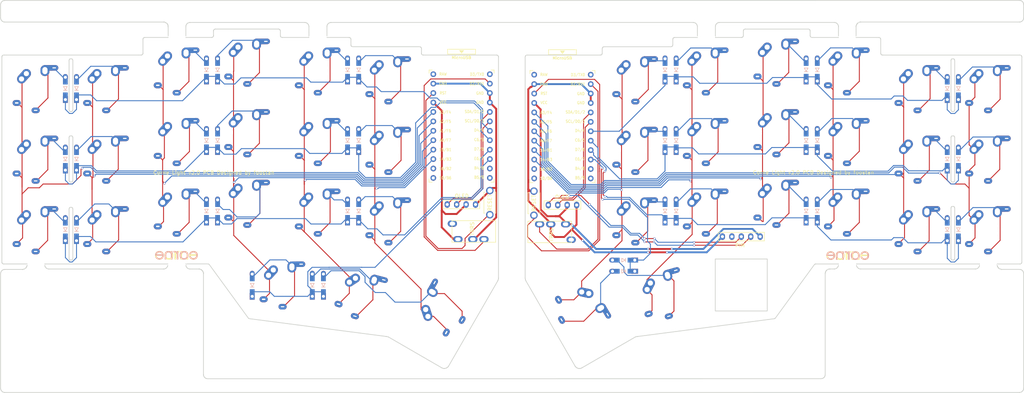
<source format=kicad_pcb>
(kicad_pcb (version 20211014) (generator pcbnew)
  (title_block (title "Corne Light") (date "2020-11-12") (rev "2.0") (company "foostan"))
  (layers (0 "F.Cu" signal) (31 "B.Cu" signal) (34 "B.Paste" user) (35 "F.Paste" user) (36 "B.SilkS" user "B.Silkscreen") (37 "F.SilkS" user "F.Silkscreen") (38 "B.Mask" user) (39 "F.Mask" user) (44 "Edge.Cuts" user))
  (net 0 "")
  (net 1 "row0")
  (net 2 "Net-(D1-Pad2)")
  (net 3 "row1")
  (net 4 "Net-(D2-Pad2)")
  (net 5 "row2")
  (net 6 "Net-(D3-Pad2)")
  (net 7 "row3")
  (net 8 "Net-(D4-Pad2)")
  (net 9 "Net-(D5-Pad2)")
  (net 10 "Net-(D6-Pad2)")
  (net 11 "Net-(D7-Pad2)")
  (net 12 "Net-(D8-Pad2)")
  (net 13 "Net-(D9-Pad2)")
  (net 14 "Net-(D10-Pad2)")
  (net 15 "Net-(D11-Pad2)")
  (net 16 "Net-(D12-Pad2)")
  (net 17 "Net-(D13-Pad2)")
  (net 18 "Net-(D14-Pad2)")
  (net 19 "Net-(D15-Pad2)")
  (net 20 "Net-(D16-Pad2)")
  (net 21 "Net-(D17-Pad2)")
  (net 22 "Net-(D18-Pad2)")
  (net 23 "Net-(D19-Pad2)")
  (net 24 "Net-(D20-Pad2)")
  (net 25 "Net-(D21-Pad2)")
  (net 26 "GND")
  (net 27 "VCC")
  (net 28 "col0")
  (net 29 "col1")
  (net 30 "col2")
  (net 31 "col3")
  (net 32 "col4")
  (net 33 "col5")
  (net 34 "data")
  (net 35 "reset")
  (net 36 "SCL")
  (net 37 "SDA")
  (net 44 "Net-(D22-Pad2)")
  (net 45 "row0_r")
  (net 46 "Net-(D23-Pad2)")
  (net 47 "Net-(D24-Pad2)")
  (net 48 "Net-(D25-Pad2)")
  (net 49 "Net-(D26-Pad2)")
  (net 50 "Net-(D27-Pad2)")
  (net 51 "row1_r")
  (net 52 "Net-(D28-Pad2)")
  (net 53 "Net-(D29-Pad2)")
  (net 54 "Net-(D30-Pad2)")
  (net 55 "Net-(D31-Pad2)")
  (net 56 "Net-(D32-Pad2)")
  (net 57 "Net-(D33-Pad2)")
  (net 58 "row2_r")
  (net 59 "Net-(D34-Pad2)")
  (net 60 "Net-(D35-Pad2)")
  (net 61 "Net-(D36-Pad2)")
  (net 62 "Net-(D37-Pad2)")
  (net 63 "Net-(D38-Pad2)")
  (net 64 "Net-(D39-Pad2)")
  (net 66 "row3_r")
  (net 67 "Net-(D41-Pad2)")
  (net 68 "Net-(D42-Pad2)")
  (net 69 "data_r")
  (net 71 "SDA_r")
  (net 72 "SCL_r")
  (net 73 "reset_r")
  (net 74 "col0_r")
  (net 75 "col1_r")
  (net 76 "col2_r")
  (net 77 "col3_r")
  (net 78 "col4_r")
  (net 79 "col5_r")
  (net 85 "VDD")
  (net 86 "GNDA")
  (footprint "kbd:MJ-4PP-9_1side" (layer "F.Cu") (at 146.2145 84.432 -90)
    (fp_text reference "J1")
    (fp_text value "MJ-4PP-9" hide)
  )
  (footprint "kbd:MJ-4PP-9_1side" (layer "F.Cu") (at 154.607847 84.565432 90)
    (fp_text reference "J6")
    (fp_text value "MJ-4PP-9" hide)
  )
  (footprint "kbd:ResetSW_1side" (layer "F.Cu") (at 156.374847 76.817432 -90)
    (fp_text reference "RSW2" hide)
    (fp_text value "SW_PUSH")
  )
  (footprint "kbd:keyswitch_cherrymx_alps_choc12_1u" (layer "F.Cu") (at 278.684847 45.920432)
    (fp_text reference "SW22" hide)
    (fp_text value "SW_PUSH" hide)
  )
  (footprint "kbd:keyswitch_cherrymx_alps_choc12_1u" (layer "F.Cu") (at 259.684847 45.920432)
    (fp_text reference "SW23" hide)
    (fp_text value "SW_PUSH" hide)
  )
  (footprint "kbd:keyswitch_cherrymx_alps_choc12_1u" (layer "F.Cu") (at 240.684847 41.170432)
    (fp_text reference "SW24" hide)
    (fp_text value "SW_PUSH" hide)
  )
  (footprint "kbd:keyswitch_cherrymx_alps_choc12_1u" (layer "F.Cu") (at 221.684847 38.795432)
    (fp_text reference "SW25" hide)
    (fp_text value "SW_PUSH" hide)
  )
  (footprint "kbd:keyswitch_cherrymx_alps_choc12_1u" (layer "F.Cu") (at 202.684847 41.170432)
    (fp_text reference "SW26" hide)
    (fp_text value "SW_PUSH" hide)
  )
  (footprint "kbd:keyswitch_cherrymx_alps_choc12_1u" (layer "F.Cu") (at 183.684847 43.545432)
    (fp_text reference "SW27" hide)
    (fp_text value "SW_PUSH" hide)
  )
  (footprint "kbd:keyswitch_cherrymx_alps_choc12_1u" (layer "F.Cu") (at 278.684847 64.920432)
    (fp_text reference "SW28" hide)
    (fp_text value "SW_PUSH" hide)
  )
  (footprint "kbd:keyswitch_cherrymx_alps_choc12_1u" (layer "F.Cu") (at 259.684847 64.920432)
    (fp_text reference "SW29" hide)
    (fp_text value "SW_PUSH" hide)
  )
  (footprint "kbd:keyswitch_cherrymx_alps_choc12_1u" (layer "F.Cu") (at 240.684847 60.170432)
    (fp_text reference "SW30" hide)
    (fp_text value "SW_PUSH" hide)
  )
  (footprint "kbd:keyswitch_cherrymx_alps_choc12_1u" (layer "F.Cu") (at 221.684847 57.795432)
    (fp_text reference "SW31" hide)
    (fp_text value "SW_PUSH" hide)
  )
  (footprint "kbd:keyswitch_cherrymx_alps_choc12_1u" (layer "F.Cu") (at 202.684847 60.170432)
    (fp_text reference "SW32" hide)
    (fp_text value "SW_PUSH" hide)
  )
  (footprint "kbd:keyswitch_cherrymx_alps_choc12_1u" (layer "F.Cu") (at 183.684847 62.545432)
    (fp_text reference "SW33" hide)
    (fp_text value "SW_PUSH" hide)
  )
  (footprint "kbd:keyswitch_cherrymx_alps_choc12_1u" (layer "F.Cu") (at 278.684847 83.920432)
    (fp_text reference "SW34" hide)
    (fp_text value "SW_PUSH" hide)
  )
  (footprint "kbd:keyswitch_cherrymx_alps_choc12_1u" (layer "F.Cu") (at 259.684847 83.920432)
    (fp_text reference "SW35" hide)
    (fp_text value "SW_PUSH" hide)
  )
  (footprint "kbd:keyswitch_cherrymx_alps_choc12_1u" (layer "F.Cu") (at 240.684847 79.170432)
    (fp_text reference "SW36" hide)
    (fp_text value "SW_PUSH" hide)
  )
  (footprint "kbd:keyswitch_cherrymx_alps_choc12_1u" (layer "F.Cu") (at 221.684847 76.795432)
    (fp_text reference "SW37" hide)
    (fp_text value "SW_PUSH" hide)
  )
  (footprint "kbd:keyswitch_cherrymx_alps_choc12_1u" (layer "F.Cu") (at 202.684847 79.170432)
    (fp_text reference "SW38" hide)
    (fp_text value "SW_PUSH" hide)
  )
  (footprint "kbd:keyswitch_cherrymx_alps_choc12_1u" (layer "F.Cu") (at 191.184847 101.545432 15)
    (fp_text reference "SW41" hide)
    (fp_text value "SW_PUSH" hide)
  )
  (footprint "kbd:keyswitch_cherrymx_alps_choc12_1u" (layer "F.Cu") (at 183.684847 81.545432)
    (fp_text reference "SW39" hide)
    (fp_text value "SW_PUSH" hide)
  )
  (footprint "kbd:ProMicro_v3" (layer "F.Cu") (at 136.8925 56.56)
    (fp_text reference "U1" hide)
    (fp_text value "ProMicro" hide)
  )
  (footprint "kbd:ProMicro_v3" (layer "F.Cu") (at 164.062847 56.686432)
    (fp_text reference "U2" hide)
    (fp_text value "ProMicro" hide)
  )
  (footprint "kbd:keyswitch_cherrymx_alps_choc12_1u" (layer "F.Cu") (at 117.1875 43.545)
    (fp_text reference "SW6" hide)
    (fp_text value "SW_PUSH" hide)
  )
  (footprint "kbd:keyswitch_cherrymx_alps_choc12_1u" (layer "F.Cu") (at 98.1875 41.17)
    (fp_text reference "SW5" hide)
    (fp_text value "SW_PUSH" hide)
  )
  (footprint "kbd:keyswitch_cherrymx_alps_choc12_1u" (layer "F.Cu") (at 79.1875 38.795)
    (fp_text reference "SW4" hide)
    (fp_text value "SW_PUSH" hide)
  )
  (footprint "kbd:keyswitch_cherrymx_alps_choc12_1u" (layer "F.Cu") (at 60.1875 41.17)
    (fp_text reference "SW3" hide)
    (fp_text value "SW_PUSH" hide)
  )
  (footprint "kbd:keyswitch_cherrymx_alps_choc12_1u" (layer "F.Cu") (at 41.1875 45.92)
    (fp_text reference "SW2" hide)
    (fp_text value "SW_PUSH" hide)
  )
  (footprint "kbd:keyswitch_cherrymx_alps_choc12_1u" (layer "F.Cu") (at 117.1875 81.545)
    (fp_text reference "SW18" hide)
    (fp_text value "SW_PUSH" hide)
  )
  (footprint "kbd:keyswitch_cherrymx_alps_choc12_1.5u" (layer "F.Cu") (at 131.9375 105.295 60)
    (fp_text reference "SW21" hide)
    (fp_text value "SW_PUSH" hide)
  )
  (footprint "kbd:keyswitch_cherrymx_alps_choc12_1u" (layer "F.Cu") (at 22.1875 83.92)
    (fp_text reference "SW13" hide)
    (fp_text value "SW_PUSH" hide)
  )
  (footprint "kbd:keyswitch_cherrymx_alps_choc12_1u" (layer "F.Cu") (at 109.6875 101.545 -15)
    (fp_text reference "SW20" hide)
    (fp_text value "SW_PUSH" hide)
  )
  (footprint "kbd:keyswitch_cherrymx_alps_choc12_1u" (layer "F.Cu") (at 88.6875 98.795)
    (fp_text reference "SW19" hide)
    (fp_text value "SW_PUSH" hide)
  )
  (footprint "kbd:keyswitch_cherrymx_alps_choc12_1u" (layer "F.Cu") (at 98.1875 79.17)
    (fp_text reference "SW17" hide)
    (fp_text value "SW_PUSH" hide)
  )
  (footprint "kbd:keyswitch_cherrymx_alps_choc12_1u" (layer "F.Cu") (at 79.1875 76.795)
    (fp_text reference "SW16" hide)
    (fp_text value "SW_PUSH" hide)
  )
  (footprint "kbd:keyswitch_cherrymx_alps_choc12_1u" (layer "F.Cu") (at 60.1875 79.17)
    (fp_text reference "SW15" hide)
    (fp_text value "SW_PUSH" hide)
  )
  (footprint "kbd:keyswitch_cherrymx_alps_choc12_1u" (layer "F.Cu") (at 41.1875 83.92)
    (fp_text reference "SW14" hide)
    (fp_text value "SW_PUSH" hide)
  )
  (footprint "kbd:keyswitch_cherrymx_alps_choc12_1u" (layer "F.Cu") (at 117.1875 62.545)
    (fp_text reference "SW12" hide)
    (fp_text value "SW_PUSH" hide)
  )
  (footprint "kbd:keyswitch_cherrymx_alps_choc12_1u" (layer "F.Cu") (at 98.1875 60.17)
    (fp_text reference "SW11" hide)
    (fp_text value "SW_PUSH" hide)
  )
  (footprint "kbd:keyswitch_cherrymx_alps_choc12_1u" (layer "F.Cu") (at 79.1875 57.795)
    (fp_text reference "SW10" hide)
    (fp_text value "SW_PUSH" hide)
  )
  (footprint "kbd:keyswitch_cherrymx_alps_choc12_1u" (layer "F.Cu") (at 60.1875 60.17)
    (fp_text reference "SW9" hide)
    (fp_text value "SW_PUSH" hide)
  )
  (footprint "kbd:keyswitch_cherrymx_alps_choc12_1u" (layer "F.Cu") (at 41.1875 64.92)
    (fp_text reference "SW8" hide)
    (fp_text value "SW_PUSH" hide)
  )
  (footprint "kbd:keyswitch_cherrymx_alps_choc12_1u" (layer "F.Cu") (at 22.1875 64.92)
    (fp_text reference "SW7" hide)
    (fp_text value "SW_PUSH" hide)
  )
  (footprint "kbd:keyswitch_cherrymx_alps_choc12_1u" (layer "F.Cu") (at 22.1875 45.92)
    (fp_text reference "SW1" hide)
    (fp_text value "SW_PUSH" hide)
  )
  (footprint "kbd:thread_m2" (layer "F.Cu") (at 156.330847 93.085432)
    (fp_text reference "Ref**" hide)
    (fp_text value "Val**" hide)
  )
  (footprint "kbd:thread_m2" (layer "F.Cu") (at 170.889847 84.542432)
    (fp_text reference "Ref**" hide)
    (fp_text value "Val**" hide)
  )
  (footprint "kbd:keyswitch_cherrymx_alps_choc12_1.5u" (layer "F.Cu") (at 168.934847 105.295432 -60)
    (fp_text reference "SW42" hide)
    (fp_text value "SW_PUSH" hide)
  )
  (footprint "kbd:OLED_1side" (layer "F.Cu") (at 133.0285 77.168)
    (fp_text reference "J2")
    (fp_text value "OLED" hide)
  )
  (footprint "kbd:ResetSW_1side" (layer "F.Cu") (at 144.5045 76.671 -90)
    (fp_text reference "RSW1" hide)
    (fp_text value "SW_PUSH")
  )
  (footprint "kbd:Breakaway_Tabs" (layer "F.Cu") (at 22.19625 93.38)
    (fp_text reference "J5")
    (fp_text value "Breakaway_Tabs")
  )
  (footprint "kbd:Breakaway_Tabs" (layer "F.Cu") (at 60.1845 93.38)
    (fp_text reference "J5")
    (fp_text value "Breakaway_Tabs")
  )
  (footprint "kbd:Breakaway_Tabs" (layer "F.Cu") (at 60.2875 31.97)
    (fp_text reference "J5")
    (fp_text value "Breakaway_Tabs")
  )
  (footprint "kbd:Breakaway_Tabs" (layer "F.Cu") (at 98.2575 31.97)
    (fp_text reference "J5")
    (fp_text value "Breakaway_Tabs")
  )
  (footprint "kbd:Breakaway_Tabs" (layer "F.Cu") (at 202.7775 31.98)
    (fp_text reference "J5")
    (fp_text value "Breakaway_Tabs")
  )
  (footprint "kbd:Breakaway_Tabs" (layer "F.Cu") (at 240.7975 31.97)
    (fp_text reference "J5")
    (fp_text value "Breakaway_Tabs")
  )
  (footprint "kbd:Breakaway_Tabs" (layer "F.Cu") (at 278.8275 93.39)
    (fp_text reference "J5")
    (fp_text value "Breakaway_Tabs")
  )
  (footprint "kbd:Breakaway_Tabs" (layer "F.Cu") (at 240.8275 93.39)
    (fp_text reference "J5")
    (fp_text value "Breakaway_Tabs")
  )
  (footprint "kbd:OLED_1side" (layer "F.Cu") (at 160.2575 77.31)
    (fp_text reference "J7")
    (fp_text value "OLED" hide)
  )
  (footprint "kbd:corne-logo-horizontal" (layer "F.Cu") (at 60.2175 90.93)
    (fp_text reference "G***" hide)
    (fp_text value "LOGO" hide)
  )
  (footprint "kbd:corne-logo-horizontal" (layer "F.Cu") (at 240.9975 91.01)
    (fp_text reference "G***" hide)
    (fp_text value "LOGO" hide)
  )
  (footprint "pimoroni:OLED_1side" (layer "F.Cu") (at 217.3025 85.82 180)
    (fp_text reference "J3")
    (fp_text value "Pimoroni" hide)
  )
  (footprint "kbd:D3_TH_SMD_v2" (layer "B.Cu") (at 270.684847 83.920432 90)
    (fp_text reference "D34" hide)
    (fp_text value "D" hide)
  )
  (footprint "kbd:D3_TH_SMD_v2" (layer "B.Cu") (at 232.684847 78.920432 90)
    (fp_text reference "D36" hide)
    (fp_text value "D" hide)
  )
  (footprint "kbd:D3_TH_SMD_v2" (layer "B.Cu") (at 229.684847 78.915432 90)
    (fp_text reference "D37" hide)
    (fp_text value "D" hide)
  )
  (footprint "kbd:D3_TH_SMD_v2" (layer "B.Cu") (at 194.684847 78.920432 90)
    (fp_text reference "D38" hide)
    (fp_text value "D" hide)
  )
  (footprint "kbd:D3_TH_SMD_v2" (layer "B.Cu") (at 191.684847 78.920432 90)
    (fp_text reference "D39" hide)
    (fp_text value "D" hide)
  )
  (footprint "kbd:D3_TH_SMD_v2" (layer "B.Cu") (at 180.5375 92.145 180)
    (fp_text reference "D41" hide)
    (fp_text value "D" hide)
  )
  (footprint "kbd:D3_TH_SMD_v2" (layer "B.Cu") (at 180.5375 95.145 180)
    (fp_text reference "D42" hide)
    (fp_text value "D" hide)
  )
  (footprint "kbd:D3_TH_SMD_v2" (layer "B.Cu") (at 270.684847 45.920432 90)
    (fp_text reference "D22" hide)
    (fp_text value "D" hide)
  )
  (footprint "kbd:D3_TH_SMD_v2" (layer "B.Cu") (at 267.684847 45.920432 90)
    (fp_text reference "D23" hide)
    (fp_text value "D" hide)
  )
  (footprint "kbd:D3_TH_SMD_v2" (layer "B.Cu") (at 232.684847 40.920432 90)
    (fp_text reference "D24" hide)
    (fp_text value "D" hide)
  )
  (footprint "kbd:D3_TH_SMD_v2" (layer "B.Cu") (at 229.684847 40.915432 90)
    (fp_text reference "D25" hide)
    (fp_text value "D" hide)
  )
  (footprint "kbd:D3_TH_SMD_v2" (layer "B.Cu") (at 194.684847 40.920432 90)
    (fp_text reference "D26" hide)
    (fp_text value "D" hide)
  )
  (footprint "kbd:D3_TH_SMD_v2" (layer "B.Cu") (at 191.684847 40.920432 90)
    (fp_text reference "D27" hide)
    (fp_text value "D" hide)
  )
  (footprint "kbd:D3_TH_SMD_v2" (layer "B.Cu") (at 270.684847 64.920432 90)
    (fp_text reference "D28" hide)
    (fp_text value "D" hide)
  )
  (footprint "kbd:D3_TH_SMD_v2" (layer "B.Cu") (at 267.684847 64.920432 90)
    (fp_text reference "D29" hide)
    (fp_text value "D" hide)
  )
  (footprint "kbd:D3_TH_SMD_v2" (layer "B.Cu") (at 232.684847 59.920432 90)
    (fp_text reference "D30" hide)
    (fp_text value "D" hide)
  )
  (footprint "kbd:D3_TH_SMD_v2" (layer "B.Cu") (at 229.684847 59.915432 90)
    (fp_text reference "D31" hide)
    (fp_text value "D" hide)
  )
  (footprint "kbd:D3_TH_SMD_v2" (layer "B.Cu") (at 194.684847 59.920432 90)
    (fp_text reference "D32" hide)
    (fp_text value "D" hide)
  )
  (footprint "kbd:D3_TH_SMD_v2" (layer "B.Cu") (at 33.1875 83.92 90)
    (fp_text reference "D14" hide)
    (fp_text value "D" hide)
  )
  (footprint "kbd:D3_TH_SMD_v2" (layer "B.Cu") (at 33.1875 64.92 90)
    (fp_text reference "D8" hide)
    (fp_text value "D" hide)
  )
  (footprint "kbd:D3_TH_SMD_v2" (layer "B.Cu") (at 33.1875 45.92 90)
    (fp_text reference "D2" hide)
    (fp_text value "D" hide)
  )
  (footprint "kbd:D3_TH_SMD_v2" (layer "B.Cu") (at 191.684847 59.920432 90)
    (fp_text reference "D33" hide)
    (fp_text value "D" hide)
  )
  (footprint "kbd:D3_TH_SMD_v2" (layer "B.Cu") (at 99.6875 98.905 90)
    (fp_text reference "D21" hide)
    (fp_text value "D" hide)
  )
  (footprint "kbd:D3_TH_SMD_v2" (layer "B.Cu") (at 96.6875 98.905 90)
    (fp_text reference "D20" hide)
    (fp_text value "D" hide)
  )
  (footprint "kbd:D3_TH_SMD_v2" (layer "B.Cu") (at 80.5075 98.91 90)
    (fp_text reference "D19" hide)
    (fp_text value "D" hide)
  )
  (footprint "kbd:D3_TH_SMD_v2" (layer "B.Cu") (at 109.1875 78.92 90)
    (fp_text reference "D18" hide)
    (fp_text value "D" hide)
  )
  (footprint "kbd:D3_TH_SMD_v2" (layer "B.Cu") (at 106.1875 78.92 90)
    (fp_text reference "D17" hide)
    (fp_text value "D" hide)
  )
  (footprint "kbd:D3_TH_SMD_v2" (layer "B.Cu") (at 71.1875 78.915 90)
    (fp_text reference "D16" hide)
    (fp_text value "D" hide)
  )
  (footprint "kbd:D3_TH_SMD_v2" (layer "B.Cu") (at 68.1875 78.92 90)
    (fp_text reference "D15" hide)
    (fp_text value "D" hide)
  )
  (footprint "kbd:D3_TH_SMD_v2" (layer "B.Cu") (at 30.1875 83.916875 90)
    (fp_text reference "D13" hide)
    (fp_text value "D" hide)
  )
  (footprint "kbd:D3_TH_SMD_v2" (layer "B.Cu") (at 109.1875 59.92 90)
    (fp_text reference "D12" hide)
    (fp_text value "D" hide)
  )
  (footprint "kbd:D3_TH_SMD_v2" (layer "B.Cu") (at 106.1875 59.92 90)
    (fp_text reference "D11" hide)
    (fp_text value "D" hide)
  )
  (footprint "kbd:D3_TH_SMD_v2" (layer "B.Cu") (at 71.1875 59.915 90)
    (fp_text reference "D10" hide)
    (fp_text value "D" hide)
  )
  (footprint "kbd:D3_TH_SMD_v2" (layer "B.Cu") (at 68.1875 59.92 90)
    (fp_text reference "D9" hide)
    (fp_text value "D" hide)
  )
  (footprint "kbd:D3_TH_SMD_v2" (layer "B.Cu") (at 30.1875 64.916875 90)
    (fp_text reference "D7" hide)
    (fp_text value "D" hide)
  )
  (footprint "kbd:D3_TH_SMD_v2" (layer "B.Cu") (at 109.1875 40.92 90)
    (fp_text reference "D6" hide)
    (fp_text value "D" hide)
  )
  (footprint "kbd:D3_TH_SMD_v2" (layer "B.Cu") (at 106.1875 40.92 90)
    (fp_text reference "D5" hide)
    (fp_text value "D" hide)
  )
  (footprint "kbd:D3_TH_SMD_v2" (layer "B.Cu") (at 71.1875 40.915 90)
    (fp_text reference "D4" hide)
    (fp_text value "D" hide)
  )
  (footprint "kbd:D3_TH_SMD_v2" (layer "B.Cu") (at 68.1875 40.92 90)
    (fp_text reference "D3" hide)
    (fp_text value "D" hide)
  )
  (footprint "kbd:D3_TH_SMD_v2" (layer "B.Cu") (at 30.1875 45.916875 90)
    (fp_text reference "D1" hide)
    (fp_text value "D" hide)
  )
  (footprint "kbd:D3_TH_SMD_v2" (layer "B.Cu") (at 267.684847 83.920432 90)
    (fp_text reference "D35" hide)
    (fp_text value "D" hide)
  )
  (footprint "kbd:spacer_m2" (layer "B.Cu") (at 31.6955 74.4205 180)
    (fp_text reference "Ref**" hide)
    (fp_text value "Val**" hide)
  )
  (footprint "kbd:spacer_m2" (layer "B.Cu") (at 107.6505 51.9305 180)
    (fp_text reference "Ref**" hide)
    (fp_text value "Val**" hide)
  )
  (footprint "kbd:spacer_m2" (layer "B.Cu") (at 31.6955 55.4205 180)
    (fp_text reference "Ref**" hide)
    (fp_text value "Val**" hide)
  )
  (footprint "kbd:spacer_m2" (layer "B.Cu") (at 74.8395 91.6855 180)
    (fp_text reference "Ref**" hide)
    (fp_text value "Val**" hide)
  )
  (footprint "kbd:spacer_m2" (layer "B.Cu") (at 121.4055 99.3 180)
    (fp_text reference "Ref**" hide)
    (fp_text value "Val**" hide)
  )
  (footprint "kbd:thread_m2" (layer "B.Cu") (at 129.9445 84.419 180)
    (fp_text reference "Ref**" hide)
    (fp_text value "Val**" hide)
  )
  (footprint "kbd:thread_m2" (layer "B.Cu") (at 144.3765 92.94 180)
    (fp_text reference "Ref**" hide)
    (fp_text value "Val**" hide)
  )
  (footprint "kbd:spacer_m2" (layer "B.Cu") (at 193.235847 51.936932 180)
    (fp_text reference "Ref**" hide)
    (fp_text value "Val**" hide)
  )
  (footprint "kbd:spacer_m2" (layer "B.Cu") (at 179.485847 99.446932 180)
    (fp_text reference "Ref**" hide)
    (fp_text value "Val**" hide)
  )
  (footprint "kbd:spacer_m2" (layer "B.Cu") (at 226.055847 91.696932 180)
    (fp_text reference "Ref**" hide)
    (fp_text value "Val**" hide)
  )
  (footprint "kbd:spacer_m2" (layer "B.Cu") (at 269.195847 55.426932 180)
    (fp_text reference "Ref**" hide)
    (fp_text value "Val**" hide)
  )
  (footprint "kbd:spacer_m2" (layer "B.Cu") (at 269.195847 74.426932 180)
    (fp_text reference "Ref**" hide)
    (fp_text value "Val**" hide)
  )
  (footprint "kbd:corne-logo-horizontal" (layer "B.Cu") (at 59.9875 90.93 180)
    (fp_text reference "G***" hide)
    (fp_text value "LOGO" hide)
  )
  (footprint "kbd:corne-logo-horizontal" (layer "B.Cu") (at 240.7675 91.01 180)
    (fp_text reference "G***" hide)
    (fp_text value "LOGO" hide)
  )
  (footprint "kbd:spacer_m2" (layer "B.Cu") (at 50.7125 74.445 180)
    (fp_text reference "Ref**" hide)
    (fp_text value "Val**" hide)
  )
  (footprint "kbd:spacer_m2" (layer "B.Cu") (at 50.7125 55.445 180)
    (fp_text reference "Ref**" hide)
    (fp_text value "Val**" hide)
  )
  (footprint "kbd:spacer_m2" (layer "B.Cu") (at 250.2125 74.426932 180)
    (fp_text reference "Ref**" hide)
    (fp_text value "Val**" hide)
  )
  (footprint "kbd:spacer_m2" (layer "B.Cu") (at 250.2125 55.426932 180)
    (fp_text reference "Ref**" hide)
    (fp_text value "Val**" hide)
  )
  (gr_line (start 31.1975 51.66) (end 31.1975 38.41) (layer "Edge.Cuts") (width 0.2))
  (gr_line (start 32.1975 59.16) (end 32.1975 70.66) (layer "Edge.Cuts") (width 0.2))
  (gr_line (start 31.47875 37.94125) (end 31.6975 37.91) (layer "Edge.Cuts") (width 0.2))
  (gr_line (start 31.885 37.94125) (end 31.6975 37.91) (layer "Edge.Cuts") (width 0.2))
  (gr_line (start 31.22875 38.2225) (end 31.3225 38.035) (layer "Edge.Cuts") (width 0.2))
  (gr_line (start 31.22875 38.2225) (end 31.1975 38.41) (layer "Edge.Cuts") (width 0.2))
  (gr_line (start 32.16625 38.2225) (end 32.0725 38.035) (layer "Edge.Cuts") (width 0.2))
  (gr_line (start 32.1975 38.41) (end 32.16625 38.2225) (layer "Edge.Cuts") (width 0.2))
  (gr_line (start 31.51 52.12875) (end 31.6975 52.16) (layer "Edge.Cuts") (width 0.2))
  (gr_line (start 31.22875 51.8475) (end 31.3225 52.035) (layer "Edge.Cuts") (width 0.2))
  (gr_line (start 31.1975 51.66) (end 31.22875 51.8475) (layer "Edge.Cuts") (width 0.2))
  (gr_line (start 32.16625 51.8475) (end 32.1975 51.66) (layer "Edge.Cuts") (width 0.2))
  (gr_line (start 31.91625 52.12875) (end 32.0725 52.035) (layer "Edge.Cuts") (width 0.2))
  (gr_line (start 32.16625 51.8475) (end 32.0725 52.035) (layer "Edge.Cuts") (width 0.2))
  (gr_line (start 31.91625 52.12875) (end 31.6975 52.16) (layer "Edge.Cuts") (width 0.2))
  (gr_line (start 31.3225 52.035) (end 31.51 52.12875) (layer "Edge.Cuts") (width 0.2))
  (gr_line (start 31.885 58.69125) (end 31.6975 58.66) (layer "Edge.Cuts") (width 0.2))
  (gr_line (start 32.16625 58.9725) (end 32.0725 58.785) (layer "Edge.Cuts") (width 0.2))
  (gr_line (start 32.1975 59.16) (end 32.16625 58.9725) (layer "Edge.Cuts") (width 0.2))
  (gr_line (start 31.22875 58.9725) (end 31.1975 59.16) (layer "Edge.Cuts") (width 0.2))
  (gr_line (start 31.47875 58.69125) (end 31.3225 58.785) (layer "Edge.Cuts") (width 0.2))
  (gr_line (start 31.22875 58.9725) (end 31.3225 58.785) (layer "Edge.Cuts") (width 0.2))
  (gr_line (start 31.47875 58.69125) (end 31.6975 58.66) (layer "Edge.Cuts") (width 0.2))
  (gr_line (start 32.0725 58.785) (end 31.885 58.69125) (layer "Edge.Cuts") (width 0.2))
  (gr_line (start 31.51 71.12875) (end 31.6975 71.16) (layer "Edge.Cuts") (width 0.2))
  (gr_line (start 32.16625 70.8475) (end 32.1975 70.66) (layer "Edge.Cuts") (width 0.2))
  (gr_line (start 32.16625 70.8475) (end 32.0725 71.035) (layer "Edge.Cuts") (width 0.2))
  (gr_line (start 31.22875 70.8475) (end 31.3225 71.035) (layer "Edge.Cuts") (width 0.2))
  (gr_line (start 31.91625 71.12875) (end 32.0725 71.035) (layer "Edge.Cuts") (width 0.2))
  (gr_line (start 31.3225 71.035) (end 31.51 71.12875) (layer "Edge.Cuts") (width 0.2))
  (gr_line (start 31.91625 71.12875) (end 31.6975 71.16) (layer "Edge.Cuts") (width 0.2))
  (gr_line (start 31.1975 70.66) (end 31.22875 70.8475) (layer "Edge.Cuts") (width 0.2))
  (gr_line (start 31.47875 77.94125) (end 31.3225 78.035) (layer "Edge.Cuts") (width 0.2))
  (gr_line (start 31.22875 78.2225) (end 31.3225 78.035) (layer "Edge.Cuts") (width 0.2))
  (gr_line (start 32.16625 78.2225) (end 32.0725 78.035) (layer "Edge.Cuts") (width 0.2))
  (gr_line (start 31.885 77.94125) (end 31.6975 77.91) (layer "Edge.Cuts") (width 0.2))
  (gr_line (start 32.0725 78.035) (end 31.885 77.94125) (layer "Edge.Cuts") (width 0.2))
  (gr_line (start 31.22875 78.2225) (end 31.1975 78.41) (layer "Edge.Cuts") (width 0.2))
  (gr_line (start 32.1975 78.41) (end 32.16625 78.2225) (layer "Edge.Cuts") (width 0.2))
  (gr_line (start 31.47875 77.94125) (end 31.6975 77.91) (layer "Edge.Cuts") (width 0.2))
  (gr_line (start 32.16625 91.8475) (end 32.1975 91.66) (layer "Edge.Cuts") (width 0.2))
  (gr_line (start 31.91625 92.12875) (end 32.0725 92.035) (layer "Edge.Cuts") (width 0.2))
  (gr_line (start 31.91625 92.12875) (end 31.6975 92.16) (layer "Edge.Cuts") (width 0.2))
  (gr_line (start 32.16625 91.8475) (end 32.0725 92.035) (layer "Edge.Cuts") (width 0.2))
  (gr_line (start 31.1975 91.66) (end 31.22875 91.8475) (layer "Edge.Cuts") (width 0.2))
  (gr_line (start 31.22875 91.8475) (end 31.3225 92.035) (layer "Edge.Cuts") (width 0.2))
  (gr_line (start 31.51 92.12875) (end 31.6975 92.16) (layer "Edge.Cuts") (width 0.2))
  (gr_line (start 31.3225 92.035) (end 31.51 92.12875) (layer "Edge.Cuts") (width 0.2))
  (gr_line (start 269.385 37.94125) (end 269.1975 37.91) (layer "Edge.Cuts") (width 0.2))
  (gr_line (start 269.66625 38.2225) (end 269.5725 38.035) (layer "Edge.Cuts") (width 0.2))
  (gr_line (start 269.6975 38.41) (end 269.66625 38.2225) (layer "Edge.Cuts") (width 0.2))
  (gr_line (start 268.72875 38.2225) (end 268.6975 38.41) (layer "Edge.Cuts") (width 0.2))
  (gr_line (start 268.97875 37.94125) (end 268.8225 38.035) (layer "Edge.Cuts") (width 0.2))
  (gr_line (start 268.72875 38.2225) (end 268.8225 38.035) (layer "Edge.Cuts") (width 0.2))
  (gr_line (start 268.97875 37.94125) (end 269.1975 37.91) (layer "Edge.Cuts") (width 0.2))
  (gr_line (start 269.5725 38.035) (end 269.385 37.94125) (layer "Edge.Cuts") (width 0.2))
  (gr_line (start 269.66625 51.8475) (end 269.5725 52.035) (layer "Edge.Cuts") (width 0.2))
  (gr_line (start 269.41625 52.12875) (end 269.5725 52.035) (layer "Edge.Cuts") (width 0.2))
  (gr_line (start 268.72875 51.8475) (end 268.8225 52.035) (layer "Edge.Cuts") (width 0.2))
  (gr_line (start 269.01 52.12875) (end 269.1975 52.16) (layer "Edge.Cuts") (width 0.2))
  (gr_line (start 269.41625 52.12875) (end 269.1975 52.16) (layer "Edge.Cuts") (width 0.2))
  (gr_line (start 269.66625 51.8475) (end 269.6975 51.66) (layer "Edge.Cuts") (width 0.2))
  (gr_line (start 268.8225 52.035) (end 269.01 52.12875) (layer "Edge.Cuts") (width 0.2))
  (gr_line (start 268.6975 51.66) (end 268.72875 51.8475) (layer "Edge.Cuts") (width 0.2))
  (gr_line (start 268.97875 58.69125) (end 269.1975 58.66) (layer "Edge.Cuts") (width 0.2))
  (gr_line (start 268.72875 58.9725) (end 268.6975 59.16) (layer "Edge.Cuts") (width 0.2))
  (gr_line (start 269.5725 58.785) (end 269.385 58.69125) (layer "Edge.Cuts") (width 0.2))
  (gr_line (start 269.66625 58.9725) (end 269.5725 58.785) (layer "Edge.Cuts") (width 0.2))
  (gr_line (start 269.385 58.69125) (end 269.1975 58.66) (layer "Edge.Cuts") (width 0.2))
  (gr_line (start 268.97875 58.69125) (end 268.8225 58.785) (layer "Edge.Cuts") (width 0.2))
  (gr_line (start 268.72875 58.9725) (end 268.8225 58.785) (layer "Edge.Cuts") (width 0.2))
  (gr_line (start 269.6975 59.16) (end 269.66625 58.9725) (layer "Edge.Cuts") (width 0.2))
  (gr_line (start 269.41625 71.12875) (end 269.1975 71.16) (layer "Edge.Cuts") (width 0.2))
  (gr_line (start 269.66625 70.8475) (end 269.6975 70.66) (layer "Edge.Cuts") (width 0.2))
  (gr_line (start 268.6975 70.66) (end 268.72875 70.8475) (layer "Edge.Cuts") (width 0.2))
  (gr_line (start 269.41625 71.12875) (end 269.5725 71.035) (layer "Edge.Cuts") (width 0.2))
  (gr_line (start 269.01 71.12875) (end 269.1975 71.16) (layer "Edge.Cuts") (width 0.2))
  (gr_line (start 269.66625 70.8475) (end 269.5725 71.035) (layer "Edge.Cuts") (width 0.2))
  (gr_line (start 268.8225 71.035) (end 269.01 71.12875) (layer "Edge.Cuts") (width 0.2))
  (gr_line (start 268.72875 70.8475) (end 268.8225 71.035) (layer "Edge.Cuts") (width 0.2))
  (gr_line (start 269.66625 77.9725) (end 269.5725 77.785) (layer "Edge.Cuts") (width 0.2))
  (gr_line (start 268.72875 77.9725) (end 268.8225 77.785) (layer "Edge.Cuts") (width 0.2))
  (gr_line (start 269.5725 77.785) (end 269.385 77.69125) (layer "Edge.Cuts") (width 0.2))
  (gr_line (start 268.72875 77.9725) (end 268.6975 78.16) (layer "Edge.Cuts") (width 0.2))
  (gr_line (start 268.97875 77.69125) (end 268.8225 77.785) (layer "Edge.Cuts") (width 0.2))
  (gr_line (start 269.385 77.69125) (end 269.1975 77.66) (layer "Edge.Cuts") (width 0.2))
  (gr_line (start 269.6975 78.16) (end 269.66625 77.9725) (layer "Edge.Cuts") (width 0.2))
  (gr_line (start 268.97875 77.69125) (end 269.1975 77.66) (layer "Edge.Cuts") (width 0.2))
  (gr_line (start 268.6975 91.66) (end 268.72875 91.8475) (layer "Edge.Cuts") (width 0.2))
  (gr_line (start 269.41625 92.12875) (end 269.1975 92.16) (layer "Edge.Cuts") (width 0.2))
  (gr_line (start 269.01 92.12875) (end 269.1975 92.16) (layer "Edge.Cuts") (width 0.2))
  (gr_line (start 269.66625 91.8475) (end 269.5725 92.035) (layer "Edge.Cuts") (width 0.2))
  (gr_line (start 268.8225 92.035) (end 269.01 92.12875) (layer "Edge.Cuts") (width 0.2))
  (gr_line (start 268.72875 91.8475) (end 268.8225 92.035) (layer "Edge.Cuts") (width 0.2))
  (gr_line (start 269.66625 91.8475) (end 269.6975 91.66) (layer "Edge.Cuts") (width 0.2))
  (gr_line (start 269.41625 92.12875) (end 269.5725 92.035) (layer "Edge.Cuts") (width 0.2))
  (gr_line (start 235.579405 94.633141) (end 235.579405 94.633141) (layer "Edge.Cuts") (width 0.2))
  (gr_line (start 243.900437 28.130926) (end 244.121417 28.062346) (layer "Edge.Cuts") (width 0.2))
  (gr_line (start 243.161298 29.037705) (end 243.161298 29.037705) (layer "Edge.Cuts") (width 0.2))
  (gr_line (start 67.576351 123.591652) (end 67.716051 123.761832) (layer "Edge.Cuts") (width 0.2))
  (gr_line (start 249.272532 32.187302) (end 243.146058 32.187302) (layer "Edge.Cuts") (width 0.2))
  (gr_line (start 133.004146 121.092294) (end 133.126066 120.998315) (layer "Edge.Cuts") (width 0.2))
  (gr_line (start 154.075966 97.353478) (end 154.042946 97.188378) (layer "Edge.Cuts") (width 0.2))
  (gr_line (start 281.16474 93.650162) (end 281.16474 93.650162) (layer "Edge.Cuts") (width 0.2))
  (gr_line (start 57.782121 28.798946) (end 57.784661 28.801486) (layer "Edge.Cuts") (width 0.2))
  (gr_line (start 67.169951 95.09034) (end 67.172491 95.09288) (layer "Edge.Cuts") (width 0.2))
  (gr_line (start 57.324921 28.247766) (end 57.327461 28.250306) (layer "Edge.Cuts") (width 0.2))
  (gr_line (start 12.946085 95.1513) (end 12.841945 95.34688) (layer "Edge.Cuts") (width 0.2))
  (gr_line (start 249.572251 32.288902) (end 249.673851 32.387962) (layer "Edge.Cuts") (width 0.2))
  (gr_line (start 57.083621 94.455341) (end 57.279201 94.348661) (layer "Edge.Cuts") (width 0.2))
  (gr_line (start 126.085193 36.429098) (end 126.115673 36.601818) (layer "Edge.Cuts") (width 0.2))
  (gr_line (start 154.053106 37.267297) (end 154.124225 37.137757) (layer "Edge.Cuts") (width 0.2))
  (gr_line (start 237.885723 94.341041) (end 238.058443 94.198801) (layer "Edge.Cuts") (width 0.2))
  (gr_line (start 101.769797 28.143626) (end 101.762177 28.143626) (layer "Edge.Cuts") (width 0.2))
  (gr_line (start 244.362716 28.034406) (end 244.365256 28.034406) (layer "Edge.Cuts") (width 0.2))
  (gr_line (start 243.346717 28.588126) (end 243.346717 28.583046) (layer "Edge.Cuts") (width 0.2))
  (gr_line (start 56.877882 28.067426) (end 56.877882 28.067426) (layer "Edge.Cuts") (width 0.2))
  (gr_line (start 167.479532 120.723995) (end 167.474452 120.718915) (layer "Edge.Cuts") (width 0.2))
  (gr_line (start 234.847886 95.53738) (end 234.847886 95.53738) (layer "Edge.Cuts") (width 0.2))
  (gr_line (start 154.022626 37.437477) (end 154.053106 37.267297) (layer "Edge.Cuts") (width 0.2))
  (gr_line (start 288.238633 95.545) (end 288.172593 95.33164) (layer "Edge.Cuts") (width 0.2))
  (gr_line (start 281.23332 93.871141) (end 281.16474 93.650162) (layer "Edge.Cuts") (width 0.2))
  (gr_line (start 281.16474 93.650162) (end 281.16474 93.645082) (layer "Edge.Cuts") (width 0.2))
  (gr_line (start 57.881181 29.268845) (end 57.881181 29.268845) (layer "Edge.Cuts") (width 0.2))
  (gr_line (start 125.983593 34.8797) (end 125.884533 34.78064) (layer "Edge.Cuts") (width 0.2))
  (gr_line (start 67.380771 95.771059) (end 67.380771 95.773599) (layer "Edge.Cuts") (width 0.2))
  (gr_line (start 235.376205 94.7449) (end 235.579405 94.633141) (layer "Edge.Cuts") (width 0.2))
  (gr_line (start 168.820651 121.320894) (end 168.632691 121.336134) (layer "Edge.Cuts") (width 0.2))
  (gr_line (start 243.138438 29.271385) (end 243.138438 29.268845) (layer "Edge.Cuts") (width 0.2))
  (gr_line (start 282.373779 94.635681) (end 282.371239 94.635681) (layer "Edge.Cuts") (width 0.2))
  (gr_line (start 200.29884 28.831966) (end 200.1947 28.636386) (layer "Edge.Cuts") (width 0.2))
  (gr_line (start 25.770532 94.544241) (end 56.644202 94.544241) (layer "Edge.Cuts") (width 0.2))
  (gr_line (start 19.128439 94.544241) (end 19.128439 94.544241) (layer "Edge.Cuts") (width 0.2))
  (gr_line (start 51.056207 36.599278) (end 51.084147 36.431638) (layer "Edge.Cuts") (width 0.2))
  (gr_line (start 57.759261 93.627302) (end 57.782121 93.403782) (layer "Edge.Cuts") (width 0.2))
  (gr_line (start 193.773586 32.687682) (end 193.804066 32.517502) (layer "Edge.Cuts") (width 0.2))
  (gr_line (start 62.630976 29.284085) (end 62.636056 32.179682) (layer "Edge.Cuts") (width 0.2))
  (gr_line (start 174.975065 34.78572) (end 175.104605 34.71714) (layer "Edge.Cuts") (width 0.2))
  (gr_line (start 234.919006 95.30116) (end 234.921546 95.29608) (layer "Edge.Cuts") (width 0.2))
  (gr_line (start 281.13934 93.411402) (end 281.13934 93.408862) (layer "Edge.Cuts") (width 0.2))
  (gr_line (start 238.388642 29.273925) (end 238.388642 29.266305) (layer "Edge.Cuts") (width 0.2))
  (gr_line (start 243.681997 28.250306) (end 243.684537 28.247766) (layer "Edge.Cuts") (width 0.2))
  (gr_line (start 18.645839 94.643301) (end 13.893504 94.643301) (layer "Edge.Cuts") (width 0.2))
  (gr_line (start 238.386102 32.184762) (end 238.388642 29.273925) (layer "Edge.Cuts") (width 0.2))
  (gr_line (start 62.966256 94.214041) (end 63.138975 94.353741) (layer "Edge.Cuts") (width 0.2))
  (gr_line (start 57.591621 94.036241) (end 57.695761 93.840661) (layer "Edge.Cuts") (width 0.2))
  (gr_line (start 117.159642 112.829683) (end 131.454748 121.092294) (layer "Edge.Cuts") (width 0.2))
  (gr_line (start 287.557914 94.72204) (end 287.347094 94.656001) (layer "Edge.Cuts") (width 0.2))
  (gr_line (start 237.692683 94.445181) (end 237.885723 94.341041) (layer "Edge.Cuts") (width 0.2))
  (gr_line (start 237.248183 28.136006) (end 206.377054 28.136006) (layer "Edge.Cuts") (width 0.2))
  (gr_line (start 12.778445 27.135247) (end 12.844485 27.348607) (layer "Edge.Cuts") (width 0.2))
  (gr_line (start 235.579405 94.633141) (end 235.584485 94.633141) (layer "Edge.Cuts") (width 0.2))
  (gr_line (start 234.825026 95.768519) (end 234.847886 95.53738) (layer "Edge.Cuts") (width 0.2))
  (gr_line (start 231.103929 32.156822) (end 230.97185 32.085702) (layer "Edge.Cuts") (width 0.2))
  (gr_line (start 243.341637 28.593206) (end 243.341637 28.593206) (layer "Edge.Cuts") (width 0.2))
  (gr_line (start 19.334179 94.432481) (end 19.331639 94.435021) (layer "Edge.Cuts") (width 0.2))
  (gr_line (start 193.773586 34.18374) (end 193.773586 32.685142) (layer "Edge.Cuts") (width 0.2))
  (gr_line (start 243.161298 29.037705) (end 243.161298 29.037705) (layer "Edge.Cuts") (width 0.2))
  (gr_line (start 19.671998 94.094661) (end 19.524678 94.275001) (layer "Edge.Cuts") (width 0.2))
  (gr_line (start 244.129037 28.059806) (end 244.131577 28.059806) (layer "Edge.Cuts") (width 0.2))
  (gr_line (start 18.655999 94.643301) (end 18.655999 94.643301) (layer "Edge.Cuts") (width 0.2))
  (gr_line (start 199.470801 28.156326) (end 199.249821 28.136006) (layer "Edge.Cuts") (width 0.2))
  (gr_line (start 57.670361 28.590666) (end 57.672901 28.593206) (layer "Edge.Cuts") (width 0.2))
  (gr_line (start 243.161298 29.032625) (end 243.163838 29.027545) (layer "Edge.Cuts") (width 0.2))
  (gr_line (start 146.834433 96.990258) (end 146.834433 96.906438) (layer "Edge.Cuts") (width 0.2))
  (gr_line (start 57.855781 29.032625) (end 57.855781 29.037705) (layer "Edge.Cuts") (width 0.2))
  (gr_line (start 66.380012 94.567101) (end 66.380012 94.567101) (layer "Edge.Cuts") (width 0.2))
  (gr_line (start 275.886625 94.341041) (end 276.056805 94.198801) (layer "Edge.Cuts") (width 0.2))
  (gr_line (start 66.824512 94.74744) (end 66.824512 94.74744) (layer "Edge.Cuts") (width 0.2))
  (gr_line (start 167.984992 121.176114) (end 167.857992 121.102454) (layer "Edge.Cuts") (width 0.2))
  (gr_line (start 63.326935 28.232526) (end 63.131355 28.339206) (layer "Edge.Cuts") (width 0.2))
  (gr_line (start 288.241173 126.868249) (end 288.264033 126.644729) (layer "Edge.Cuts") (width 0.2))
  (gr_line (start 249.673851 32.387962) (end 249.744971 32.520042) (layer "Edge.Cuts") (width 0.2))
  (gr_line (start 282.140099 94.612821) (end 282.140099 94.612821) (layer "Edge.Cuts") (width 0.2))
  (gr_line (start 169.140691 121.237074) (end 168.988291 121.287874) (layer "Edge.Cuts") (width 0.2))
  (gr_line (start 205.239135 29.273925) (end 205.236595 32.187302) (layer "Edge.Cuts") (width 0.2))
  (gr_line (start 154.022626 37.434937) (end 154.022626 96.908978) (layer "Edge.Cuts") (width 0.2))
  (gr_line (start 95.445203 28.473826) (end 95.272484 28.334126) (layer "Edge.Cuts") (width 0.2))
  (gr_line (start 212.772768 30.437244) (end 212.803248 30.267064) (layer "Edge.Cuts") (width 0.2))
  (gr_line (start 212.572108 32.088242) (end 212.442568 32.159362) (layer "Edge.Cuts") (width 0.2))
  (gr_line (start 13.672524 28.021706) (end 13.896044 28.044566) (layer "Edge.Cuts") (width 0.2))
  (gr_line (start 24.718973 93.848281) (end 24.825653 94.041321) (layer "Edge.Cuts") (width 0.2))
  (gr_line (start 67.355371 95.5323) (end 67.355371 95.53738) (layer "Edge.Cuts") (width 0.2))
  (gr_line (start 66.824512 94.74998) (end 66.829592 94.74998) (layer "Edge.Cuts") (width 0.2))
  (gr_line (start 146.783633 97.343318) (end 146.816653 97.175678) (layer "Edge.Cuts") (width 0.2))
  (gr_line (start 234.919006 95.30624) (end 234.919006 95.30116) (layer "Edge.Cuts") (width 0.2))
  (gr_line (start 19.788838 93.873681) (end 19.788838 93.873681) (layer "Edge.Cuts") (width 0.2))
  (gr_line (start 66.611152 94.635681) (end 66.616232 94.638221) (layer "Edge.Cuts") (width 0.2))
  (gr_line (start 57.114101 28.138546) (end 57.119181 28.138546) (layer "Edge.Cuts") (width 0.2))
  (gr_line (start 12.841945 22.911231) (end 12.778445 23.122051) (layer "Edge.Cuts") (width 0.2))
  (gr_line (start 95.785563 32.179682) (end 95.780483 29.281545) (layer "Edge.Cuts") (width 0.2))
  (gr_line (start 13.184845 92.979602) (end 13.286445 93.081202) (layer "Edge.Cuts") (width 0.2))
  (gr_line (start 57.324921 28.247766) (end 57.324921 28.247766) (layer "Edge.Cuts") (width 0.2))
  (gr_line (start 63.131355 28.339206) (end 62.961176 28.481446) (layer "Edge.Cuts") (width 0.2))
  (gr_line (start 269.6975 51.66) (end 269.6975 38.41) (layer "Edge.Cuts") (width 0.2))
  (gr_line (start 57.881181 29.268845) (end 57.881181 29.271385) (layer "Edge.Cuts") (width 0.2))
  (gr_line (start 66.616232 94.638221) (end 66.618772 94.638221) (layer "Edge.Cuts") (width 0.2))
  (gr_line (start 67.469671 123.396072) (end 67.576351 123.591652) (layer "Edge.Cuts") (width 0.2))
  (gr_line (start 243.161298 29.037705) (end 243.161298 29.037705) (layer "Edge.Cuts") (width 0.2))
  (gr_line (start 31.1975 70.66) (end 31.1975 59.16) (layer "Edge.Cuts") (width 0.2))
  (gr_line (start 62.625896 93.16) (end 62.630976 93.406322) (layer "Edge.Cuts") (width 0.2))
  (gr_line (start 13.454084 22.296552) (end 13.258505 22.400692) (layer "Edge.Cuts") (width 0.2))
  (gr_line (start 87.583911 29.929244) (end 87.583911 29.929244) (layer "Edge.Cuts") (width 0.2))
  (gr_line (start 68.29771 124.071712) (end 68.52123 124.094571) (layer "Edge.Cuts") (width 0.2))
  (gr_line (start 235.183165 94.90492) (end 235.185705 94.89984) (layer "Edge.Cuts") (width 0.2))
  (gr_line (start 243.229877 28.804026) (end 243.232417 28.801486) (layer "Edge.Cuts") (width 0.2))
  (gr_line (start 287.273434 36.937098) (end 287.443614 36.967578) (layer "Edge.Cuts") (width 0.2))
  (gr_line (start 106.753272 32.210162) (end 106.585632 32.179682) (layer "Edge.Cuts") (width 0.2))
  (gr_line (start 13.896044 28.044566) (end 56.646742 28.044566) (layer "Edge.Cuts") (width 0.2))
  (gr_line (start 67.281711 95.29862) (end 67.284251 95.30116) (layer "Edge.Cuts") (width 0.2))
  (gr_line (start 24.630073 93.406322) (end 24.630073 93.411402) (layer "Edge.Cuts") (width 0.2))
  (gr_line (start 235.185705 94.89984) (end 235.188245 94.8973) (layer "Edge.Cuts") (width 0.2))
  (gr_line (start 25.547012 94.521381) (end 25.770532 94.544241) (layer "Edge.Cuts") (width 0.2))
  (gr_line (start 244.372876 28.034406) (end 244.372876 28.034406) (layer "Edge.Cuts") (width 0.2))
  (gr_line (start 63.547915 94.521381) (end 63.771435 94.544241) (layer "Edge.Cuts") (width 0.2))
  (gr_line (start 167.637012 120.917035) (end 167.540492 120.807815) (layer "Edge.Cuts") (width 0.2))
  (gr_line (start 31.1975 91.66) (end 31.1975 78.41) (layer "Edge.Cuts") (width 0.2))
  (gr_line (start 288.073533 127.277188) (end 288.177673 127.081609) (layer "Edge.Cuts") (width 0.2))
  (gr_line (start 243.161298 29.037705) (end 243.161298 29.032625) (layer "Edge.Cuts") (width 0.2))
  (gr_line (start 50.886027 36.830418) (end 50.985087 36.728818) (layer "Edge.Cuts") (width 0.2))
  (gr_line (start 243.234957 28.796406) (end 243.341637 28.593206) (layer "Edge.Cuts") (width 0.2))
  (gr_line (start 243.684537 28.247766) (end 243.687077 28.245226) (layer "Edge.Cuts") (width 0.2))
  (gr_line (start 106.984412 32.380342) (end 106.882812 32.278742) (layer "Edge.Cuts") (width 0.2))
  (gr_line (start 67.380771 95.773599) (end 67.380771 95.778679) (layer "Edge.Cuts") (width 0.2))
  (gr_line (start 234.847886 95.53484) (end 234.850426 95.5323) (layer "Edge.Cuts") (width 0.2))
  (gr_line (start 13.286445 93.081202) (end 13.415984 93.149782) (layer "Edge.Cuts") (width 0.2))
  (gr_line (start 56.877882 28.067426) (end 56.880422 28.067426) (layer "Edge.Cuts") (width 0.2))
  (gr_line (start 12.841945 95.34688) (end 12.778445 95.56024) (layer "Edge.Cuts") (width 0.2))
  (gr_line (start 88.114771 31.852023) (end 88.185891 31.981562) (layer "Edge.Cuts") (width 0.2))
  (gr_line (start 88.084291 31.679303) (end 88.084291 30.429624) (layer "Edge.Cuts") (width 0.2))
  (gr_line (start 287.573154 37.038697) (end 287.674754 37.137757) (layer "Edge.Cuts") (width 0.2))
  (gr_line (start 117.002162 112.786503) (end 116.837062 112.748403) (layer "Edge.Cuts") (width 0.2))
  (gr_line (start 95.780483 29.276465) (end 95.757623 29.052945) (layer "Edge.Cuts") (width 0.2))
  (gr_line (start 281.50764 94.280081) (end 281.50764 94.277541) (layer "Edge.Cuts") (width 0.2))
  (gr_line (start 281.50764 94.280081) (end 281.50764 94.280081) (layer "Edge.Cuts") (width 0.2))
  (gr_line (start 19.123359 94.546781) (end 19.118279 94.549321) (layer "Edge.Cuts") (width 0.2))
  (gr_line (start 13.459164 127.708988) (end 13.672524 127.772488) (layer "Edge.Cuts") (width 0.2))
  (gr_line (start 221.022679 107.937647) (end 184.352736 112.707763) (layer "Edge.Cuts") (width 0.2))
  (gr_line (start 68.93779 93.327582) (end 79.481319 107.782708) (layer "Edge.Cuts") (width 0.2))
  (gr_line (start 244.362716 28.034406) (end 244.362716 28.034406) (layer "Edge.Cuts") (width 0.2))
  (gr_line (start 282.140099 94.612821) (end 282.140099 94.612821) (layer "Edge.Cuts") (width 0.2))
  (gr_line (start 57.512881 28.400166) (end 57.515421 28.402706) (layer "Edge.Cuts") (width 0.2))
  (gr_line (start 13.085785 37.429857) (end 13.085785 37.429857) (layer "Edge.Cuts") (width 0.2))
  (gr_line (start 184.019996 112.756023) (end 184.192716 112.728083) (layer "Edge.Cuts") (width 0.2))
  (gr_line (start 281.3527 94.092121) (end 281.35016 94.089581) (layer "Edge.Cuts") (width 0.2))
  (gr_line (start 13.459164 27.958206) (end 13.672524 28.021706) (layer "Edge.Cuts") (width 0.2))
  (gr_line (start 12.755585 126.654889) (end 12.755585 126.662509) (layer "Edge.Cuts") (width 0.2))
  (gr_line (start 133.230206 120.901795) (end 133.324186 120.792575) (layer "Edge.Cuts") (width 0.2))
  (gr_line (start 281.13934 93.406322) (end 281.13934 93.401242) (layer "Edge.Cuts") (width 0.2))
  (gr_line (start 183.697416 112.837303) (end 169.40485 121.097374) (layer "Edge.Cuts") (width 0.2))
  (gr_line (start 131.718908 121.229454) (end 131.871307 121.280254) (layer "Edge.Cuts") (width 0.2))
  (gr_line (start 236.051845 94.534081) (end 236.051845 94.534081) (layer "Edge.Cuts") (width 0.2))
  (gr_line (start 117.159642 112.829683) (end 117.002162 112.786503) (layer "Edge.Cuts") (width 0.2))
  (gr_line (start 183.697416 112.837303) (end 183.854896 112.794123) (layer "Edge.Cuts") (width 0.2))
  (gr_line (start 268.6975 78.16) (end 268.6975 91.66) (layer "Edge.Cuts") (width 0.2))
  (gr_line (start 95.757623 29.052945) (end 95.691583 28.842126) (layer "Edge.Cuts") (width 0.2))
  (gr_line (start 238.193062 28.636386) (end 238.050823 28.466206) (layer "Edge.Cuts") (width 0.2))
  (gr_line (start 281.908959 94.544241) (end 281.903879 94.541701) (layer "Edge.Cuts") (width 0.2))
  (gr_line (start 275.251626 94.534081) (end 275.256706 94.534081) (layer "Edge.Cuts") (width 0.2))
  (gr_line (start 193.974246 32.286362) (end 194.106326 32.215242) (layer "Edge.Cuts") (width 0.2))
  (gr_line (start 101.132258 28.339206) (end 100.962078 28.481446) (layer "Edge.Cuts") (width 0.2))
  (gr_line (start 282.129939 94.610281) (end 281.908959 94.544241) (layer "Edge.Cuts") (width 0.2))
  (gr_line (start 238.198142 94.026081) (end 238.302282 93.830501) (layer "Edge.Cuts") (width 0.2))
  (gr_line (start 57.279201 94.348661) (end 57.449381 94.208961) (layer "Edge.Cuts") (width 0.2))
  (gr_line (start 234.825026 122.943953) (end 234.825026 95.771059) (layer "Edge.Cuts") (width 0.2))
  (gr_line (start 243.494037 28.405246) (end 243.494037 28.402706) (layer "Edge.Cuts") (width 0.2))
  (gr_line (start 62.961176 28.481446) (end 62.821476 28.651626) (layer "Edge.Cuts") (width 0.2))
  (gr_line (start 101.327838 28.232526) (end 101.132258 28.339206) (layer "Edge.Cuts") (width 0.2))
  (gr_line (start 212.874367 30.137524) (end 212.973427 30.035924) (layer "Edge.Cuts") (width 0.2))
  (gr_line (start 281.50256 94.275001) (end 281.50002 94.272461) (layer "Edge.Cuts") (width 0.2))
  (gr_line (start 281.23586 93.881301) (end 281.23586 93.876221) (layer "Edge.Cuts") (width 0.2))
  (gr_line (start 281.34762 94.084501) (end 281.23586 93.881301) (layer "Edge.Cuts") (width 0.2))
  (gr_line (start 167.474452 120.718915) (end 154.248685 97.785277) (layer "Edge.Cuts") (width 0.2))
  (gr_line (start 95.587443 28.646546) (end 95.445203 28.473826) (layer "Edge.Cuts") (width 0.2))
  (gr_line (start 287.273434 93.187882) (end 287.273434 93.187882) (layer "Edge.Cuts") (width 0.2))
  (gr_line (start 63.138975 94.353741) (end 63.334555 94.457881) (layer "Edge.Cuts") (width 0.2))
  (gr_line (start 18.655999 94.643301) (end 18.653459 94.643301) (layer "Edge.Cuts") (width 0.2))
  (gr_line (start 200.39536 32.184762) (end 200.38774 29.273925) (layer "Edge.Cuts") (width 0.2))
  (gr_line (start 68.67363 93.187882) (end 68.58473 93.16) (layer "Edge.Cuts") (width 0.2))
  (gr_line (start 62.821476 28.651626) (end 62.717336 28.847206) (layer "Edge.Cuts") (width 0.2))
  (gr_line (start 193.773586 34.18628) (end 193.743106 34.359) (layer "Edge.Cuts") (width 0.2))
  (gr_line (start 287.354714 28.011546) (end 287.565534 27.945506) (layer "Edge.Cuts") (width 0.2))
  (gr_line (start 107.416212 34.6511) (end 107.583851 34.67904) (layer "Edge.Cuts") (width 0.2))
  (gr_line (start 18.897299 94.617901) (end 18.897299 94.617901) (layer "Edge.Cuts") (width 0.2))
  (gr_line (start 234.919006 95.30624) (end 234.919006 95.30624) (layer "Edge.Cuts") (width 0.2))
  (gr_line (start 57.855781 29.027545) (end 57.855781 29.032625) (layer "Edge.Cuts") (width 0.2))
  (gr_line (start 57.881181 29.273925) (end 57.881181 29.279005) (layer "Edge.Cuts") (width 0.2))
  (gr_line (start 19.875198 93.180262) (end 19.880278 93.408862) (layer "Edge.Cuts") (width 0.2))
  (gr_line (start 19.517058 94.282621) (end 19.339259 94.429941) (layer "Edge.Cuts") (width 0.2))
  (gr_line (start 19.125899 94.546781) (end 19.123359 94.546781) (layer "Edge.Cuts") (width 0.2))
  (gr_line (start 132.734907 121.231994) (end 132.879686 121.165954) (layer "Edge.Cuts") (width 0.2))
  (gr_line (start 146.608373 97.777657) (end 146.676953 97.643038) (layer "Edge.Cuts") (width 0.2))
  (gr_line (start 66.618772 94.638221) (end 66.824512 94.74744) (layer "Edge.Cuts") (width 0.2))
  (gr_line (start 57.695761 93.840661) (end 57.759261 93.627302) (layer "Edge.Cuts") (width 0.2))
  (gr_line (start 12.844485 27.348607) (end 12.951165 27.541647) (layer "Edge.Cuts") (width 0.2))
  (gr_line (start 13.085785 37.429857) (end 13.085785 92.679883) (layer "Edge.Cuts") (width 0.2))
  (gr_line (start 57.111561 28.136006) (end 57.114101 28.138546) (layer "Edge.Cuts") (width 0.2))
  (gr_line (start 66.832132 94.75506) (end 67.012472 94.89984) (layer "Edge.Cuts") (width 0.2))
  (gr_line (start 56.646742 28.044566) (end 56.649282 28.044566) (layer "Edge.Cuts") (width 0.2))
  (gr_line (start 281.6956 94.429941) (end 281.6956 94.429941) (layer "Edge.Cuts") (width 0.2))
  (gr_line (start 106.882812 32.278742) (end 106.753272 32.210162) (layer "Edge.Cuts") (width 0.2))
  (gr_line (start 281.3527 94.092121) (end 281.3527 94.092121) (layer "Edge.Cuts") (width 0.2))
  (gr_line (start 62.717336 28.847206) (end 62.653836 29.060565) (layer "Edge.Cuts") (width 0.2))
  (gr_line (start 169.277851 121.173574) (end 169.140691 121.237074) (layer "Edge.Cuts") (width 0.2))
  (gr_line (start 66.824512 94.74744) (end 66.824512 94.74998) (layer "Edge.Cuts") (width 0.2))
  (gr_line (start 233.915707 124.061552) (end 234.129066 123.995512) (layer "Edge.Cuts") (width 0.2))
  (gr_line (start 281.903879 94.541701) (end 281.898799 94.539161) (layer "Edge.Cuts") (width 0.2))
  (gr_line (start 19.524678 94.275001) (end 19.524678 94.275001) (layer "Edge.Cuts") (width 0.2))
  (gr_line (start 13.415984 93.149782) (end 13.586164 93.180262) (layer "Edge.Cuts") (width 0.2))
  (gr_line (start 12.755585 26.906647) (end 12.755585 26.911727) (layer "Edge.Cuts") (width 0.2))
  (gr_line (start 230.77373 30.437244) (end 230.77373 30.437244) (layer "Edge.Cuts") (width 0.2))
  (gr_line (start 244.131577 28.059806) (end 244.362716 28.034406) (layer "Edge.Cuts") (width 0.2))
  (gr_line (start 19.857418 93.642542) (end 19.857418 93.642542) (layer "Edge.Cuts") (width 0.2))
  (gr_line (start 275.256706 94.534081) (end 275.480226 94.511221) (layer "Edge.Cuts") (width 0.2))
  (gr_line (start 235.030766 95.09034) (end 235.033306 95.0878) (layer "Edge.Cuts") (width 0.2))
  (gr_line (start 12.951165 27.541647) (end 13.093405 27.714367) (layer "Edge.Cuts") (width 0.2))
  (gr_line (start 13.283905 37.031077) (end 13.184845 37.132677) (layer "Edge.Cuts") (width 0.2))
  (gr_line (start 230.80167 31.854563) (end 230.77373 31.686923) (layer "Edge.Cuts") (width 0.2))
  (gr_line (start 66.380012 94.567101) (end 66.380012 94.567101) (layer "Edge.Cuts") (width 0.2))
  (gr_line (start 235.188245 94.8973) (end 235.368585 94.74998) (layer "Edge.Cuts") (width 0.2))
  (gr_line (start 154.025166 97.005498) (end 154.022626 96.911518) (layer "Edge.Cuts") (width 0.2))
  (gr_line (start 95.272484 28.334126) (end 95.076904 28.229986) (layer "Edge.Cuts") (width 0.2))
  (gr_line (start 194.106326 32.215242) (end 194.273966 32.187302) (layer "Edge.Cuts") (width 0.2))
  (gr_line (start 13.113725 37.262217) (end 13.085785 37.429857) (layer "Edge.Cuts") (width 0.2))
  (gr_line (start 235.368585 94.74998) (end 235.371125 94.74744) (layer "Edge.Cuts") (width 0.2))
  (gr_line (start 18.897299 94.617901) (end 18.892219 94.617901) (layer "Edge.Cuts") (width 0.2))
  (gr_line (start 13.888424 94.643301) (end 13.664904 94.666161) (layer "Edge.Cuts") (width 0.2))
  (gr_line (start 199.249821 28.136006) (end 101.769797 28.143626) (layer "Edge.Cuts") (width 0.2))
  (gr_line (start 287.743334 37.269837) (end 287.773814 37.437477) (layer "Edge.Cuts") (width 0.2))
  (gr_line (start 13.085785 92.679883) (end 13.113725 92.850062) (layer "Edge.Cuts") (width 0.2))
  (gr_line (start 131.454748 121.092294) (end 131.579208 121.165954) (layer "Edge.Cuts") (width 0.2))
  (gr_line (start 212.272388 32.187302) (end 205.236595 32.187302) (layer "Edge.Cuts") (width 0.2))
  (gr_line (start 249.744971 32.520042) (end 249.772911 32.687682) (layer "Edge.Cuts") (width 0.2))
  (gr_line (start 12.755585 23.345571) (end 12.755585 26.906647) (layer "Edge.Cuts") (width 0.2))
  (gr_line (start 50.985087 36.728818) (end 51.056207 36.599278) (layer "Edge.Cuts") (width 0.2))
  (gr_line (start 126.585573 36.929478) (end 126.585573 36.929478) (layer "Edge.Cuts") (width 0.2))
  (gr_line (start 232.272328 93.187882) (end 238.396262 93.187882) (layer "Edge.Cuts") (width 0.2))
  (gr_line (start 230.77373 31.686923) (end 230.77373 31.686923) (layer "Edge.Cuts") (width 0.2))
  (gr_line (start 269.6975 91.66) (end 269.6975 78.16) (layer "Edge.Cuts") (width 0.2))
  (gr_line (start 174.441665 36.909158) (end 174.274026 36.937098) (layer "Edge.Cuts") (width 0.2))
  (gr_line (start 288.264033 95.765979) (end 288.264033 126.644729) (layer "Edge.Cuts") (width 0.2))
  (gr_line (start 244.365256 28.034406) (end 244.367796 28.034406) (layer "Edge.Cuts") (width 0.2))
  (gr_line (start 66.148872 94.544241) (end 66.148872 94.544241) (layer "Edge.Cuts") (width 0.2))
  (gr_line (start 146.732833 37.130137) (end 146.633773 37.028537) (layer "Edge.Cuts") (width 0.2))
  (gr_line (start 237.479323 94.511221) (end 237.692683 94.445181) (layer "Edge.Cuts") (width 0.2))
  (gr_line (start 275.691045 94.445181) (end 275.886625 94.341041) (layer "Edge.Cuts") (width 0.2))
  (gr_line (start 199.87974 28.326506) (end 199.68416 28.222366) (layer "Edge.Cuts") (width 0.2))
  (gr_line (start 66.829592 94.74998) (end 66.832132 94.75506) (layer "Edge.Cuts") (width 0.2))
  (gr_line (start 212.673708 31.989182) (end 212.572108 32.088242) (layer "Edge.Cuts") (width 0.2))
  (gr_line (start 132.038947 121.315814) (end 132.226907 121.328514) (layer "Edge.Cuts") (width 0.2))
  (gr_line (start 19.339259 94.429941) (end 19.334179 94.432481) (layer "Edge.Cuts") (width 0.2))
  (gr_line (start 200.05246 28.466206) (end 199.87974 28.326506) (layer "Edge.Cuts") (width 0.2))
  (gr_line (start 146.633773 37.028537) (end 146.501693 36.959958) (layer "Edge.Cuts") (width 0.2))
  (gr_line (start 19.880278 93.411402) (end 19.880278 93.411402) (layer "Edge.Cuts") (width 0.2))
  (gr_line (start 234.921546 95.29608) (end 235.030766 95.09288) (layer "Edge.Cuts") (width 0.2))
  (gr_line (start 146.816653 97.175678) (end 146.834433 96.990258) (layer "Edge.Cuts") (width 0.2))
  (gr_line (start 287.672214 92.987222) (end 287.570614 93.088822) (layer "Edge.Cuts") (width 0.2))
  (gr_line (start 57.667821 28.585586) (end 57.670361 28.590666) (layer "Edge.Cuts") (width 0.2))
  (gr_line (start 12.778445 126.886029) (end 12.844485 127.096849) (layer "Edge.Cuts") (width 0.2))
  (gr_line (start 212.772768 31.684383) (end 212.772768 30.434704) (layer "Edge.Cuts") (width 0.2))
  (gr_line (start 281.908959 94.544241) (end 281.908959 94.544241) (layer "Edge.Cuts") (width 0.2))
  (gr_line (start 287.123574 94.635681) (end 282.373779 94.635681) (layer "Edge.Cuts") (width 0.2))
  (gr_line (start 154.225825 37.036157) (end 154.355365 36.965038) (layer "Edge.Cuts") (width 0.2))
  (gr_line (start 69.585489 32.179682) (end 69.755669 32.151742) (layer "Edge.Cuts") (width 0.2))
  (gr_line (start 193.671986 34.48854) (end 193.570387 34.5876) (layer "Edge.Cuts") (width 0.2))
  (gr_line (start 13.454084 94.7322) (end 13.258505 94.83888) (layer "Edge.Cuts") (width 0.2))
  (gr_line (start 13.413444 36.959958) (end 13.283905 37.031077) (layer "Edge.Cuts") (width 0.2))
  (gr_line (start 51.584527 32.179682) (end 51.414347 32.210162) (layer "Edge.Cuts") (width 0.2))
  (gr_line (start 63.768895 28.143626) (end 63.763815 28.143626) (layer "Edge.Cuts") (width 0.2))
  (gr_line (start 276.366685 93.617142) (end 276.387005 93.396162) (layer "Edge.Cuts") (width 0.2))
  (gr_line (start 146.334053 36.929478) (end 126.585573 36.929478) (layer "Edge.Cuts") (width 0.2))
  (gr_line (start 243.138438 29.268845) (end 243.161298 29.037705) (layer "Edge.Cuts") (width 0.2))
  (gr_line (start 50.583768 36.929478) (end 50.756488 36.901538) (layer "Edge.Cuts") (width 0.2))
  (gr_line (start 287.131194 127.785188) (end 287.354714 127.762328) (layer "Edge.Cuts") (width 0.2))
  (gr_line (start 56.882962 28.067426) (end 56.888042 28.069966) (layer "Edge.Cuts") (width 0.2))
  (gr_line (start 50.583768 36.929478) (end 13.6975 36.929478) (layer "Edge.Cuts") (width 0.2))
  (gr_line (start 287.126114 28.034406) (end 287.131194 28.034406) (layer "Edge.Cuts") (width 0.2))
  (gr_line (start 235.815625 94.559481) (end 235.818165 94.559481) (layer "Edge.Cuts") (width 0.2))
  (gr_line (start 31.47875 37.94125) (end 31.3225 38.035) (layer "Edge.Cuts") (width 0.2))
  (gr_line (start 56.649282 28.044566) (end 56.877882 28.067426) (layer "Edge.Cuts") (width 0.2))
  (gr_line (start 132.582507 121.282794) (end 132.734907 121.231994) (layer "Edge.Cuts") (width 0.2))
  (gr_line (start 70.283988 30.030844) (end 70.184928 30.132444) (layer "Edge.Cuts") (width 0.2))
  (gr_line (start 233.687107 124.084411) (end 233.694727 124.084411) (layer "Edge.Cuts") (width 0.2))
  (gr_line (start 235.180625 94.90492) (end 235.183165 94.90492) (layer "Edge.Cuts") (width 0.2))
  (gr_line (start 193.743106 34.359) (end 193.671986 34.48854) (layer "Edge.Cuts") (width 0.2))
  (gr_line (start 174.743925 36.609438) (end 174.672805 36.738978) (layer "Edge.Cuts") (width 0.2))
  (gr_line (start 243.943617 94.450261) (end 244.154437 94.513761) (layer "Edge.Cuts") (width 0.2))
  (gr_line (start 243.163838 29.027545) (end 243.229877 28.806566) (layer "Edge.Cuts") (width 0.2))
  (gr_line (start 57.327461 28.250306) (end 57.332541 28.252846) (layer "Edge.Cuts") (width 0.2))
  (gr_line (start 275.480226 94.511221) (end 275.691045 94.445181) (layer "Edge.Cuts") (width 0.2))
  (gr_line (start 70.055389 31.849483) (end 70.085868 31.679303) (layer "Edge.Cuts") (width 0.2))
  (gr_line (start 230.74325 30.267064) (end 230.77373 30.437244) (layer "Edge.Cuts") (width 0.2))
  (gr_line (start 66.611152 94.635681) (end 66.611152 94.635681) (layer "Edge.Cuts") (width 0.2))
  (gr_line (start 18.892219 94.617901) (end 18.887139 94.617901) (layer "Edge.Cuts") (width 0.2))
  (gr_line (start 234.738666 123.380832) (end 234.804706 123.167472) (layer "Edge.Cuts") (width 0.2))
  (gr_line (start 146.735373 97.500798) (end 146.783633 97.343318) (layer "Edge.Cuts") (width 0.2))
  (gr_line (start 175.104605 34.71714) (end 175.272245 34.68666) (layer "Edge.Cuts") (width 0.2))
  (gr_line (start 243.245117 93.185342) (end 276.394625 93.185342) (layer "Edge.Cuts") (width 0.2))
  (gr_line (start 288.241173 27.117467) (end 288.264033 26.896487) (layer "Edge.Cuts") (width 0.2))
  (gr_line (start 249.800851 36.604358) (end 249.772911 36.436718) (layer "Edge.Cuts") (width 0.2))
  (gr_line (start 288.264033 95.765979) (end 288.238633 95.545) (layer "Edge.Cuts") (width 0.2))
  (gr_line (start 243.687077 28.245226) (end 243.892817 28.133466) (layer "Edge.Cuts") (width 0.2))
  (gr_line (start 154.042946 97.188378) (end 154.025166 97.005498) (layer "Edge.Cuts") (width 0.2))
  (gr_line (start 63.771435 94.544241) (end 66.146332 94.544241) (layer "Edge.Cuts") (width 0.2))
  (gr_line (start 12.755585 26.911727) (end 12.778445 27.135247) (layer "Edge.Cuts") (width 0.2))
  (gr_line (start 56.649282 28.044566) (end 56.649282 28.044566) (layer "Edge.Cuts") (width 0.2))
  (gr_line (start 13.586164 93.180262) (end 13.586164 93.180262) (layer "Edge.Cuts") (width 0.2))
  (gr_line (start 243.328937 93.838121) (end 243.433077 94.033701) (layer "Edge.Cuts") (width 0.2))
  (gr_line (start 243.262897 93.627302) (end 243.328937 93.838121) (layer "Edge.Cuts") (width 0.2))
  (gr_line (start 19.677078 94.087041) (end 19.674538 94.092121) (layer "Edge.Cuts") (width 0.2))
  (gr_line (start 57.324921 28.247766) (end 57.324921 28.247766) (layer "Edge.Cuts") (width 0.2))
  (gr_line (start 281.23586 93.876221) (end 281.23332 93.871141) (layer "Edge.Cuts") (width 0.2))
  (gr_line (start 57.886261 32.179682) (end 51.584527 32.179682) (layer "Edge.Cuts") (width 0.2))
  (gr_line (start 13.664904 22.230512) (end 13.454084 22.296552) (layer "Edge.Cuts") (width 0.2))
  (gr_line (start 88.185891 31.981562) (end 88.284951 32.080622) (layer "Edge.Cuts") (width 0.2))
  (gr_line (start 288.264033 23.330331) (end 288.238633 23.106811) (layer "Edge.Cuts") (width 0.2))
  (gr_line (start 67.012472 94.89984) (end 67.015012 94.90492) (layer "Edge.Cuts") (width 0.2))
  (gr_line (start 213.102967 29.967344) (end 213.273147 29.936864) (layer "Edge.Cuts") (width 0.2))
  (gr_line (start 281.68798 94.424861) (end 281.50764 94.280081) (layer "Edge.Cuts") (width 0.2))
  (gr_line (start 67.286791 95.30624) (end 67.355371 95.52722) (layer "Edge.Cuts") (width 0.2))
  (gr_line (start 168.122152 121.239614) (end 167.984992 121.176114) (layer "Edge.Cuts") (width 0.2))
  (gr_line (start 168.988291 121.287874) (end 168.820651 121.320894) (layer "Edge.Cuts") (width 0.2))
  (gr_line (start 174.771865 35.187039) (end 174.802345 35.016859) (layer "Edge.Cuts") (width 0.2))
  (gr_line (start 19.857418 93.642542) (end 19.857418 93.647622) (layer "Edge.Cuts") (width 0.2))
  (gr_line (start 131.579208 121.165954) (end 131.718908 121.229454) (layer "Edge.Cuts") (width 0.2))
  (gr_line (start 212.272388 32.187302) (end 212.272388 32.187302) (layer "Edge.Cuts") (width 0.2))
  (gr_line (start 238.050823 28.466206) (end 237.880643 28.326506) (layer "Edge.Cuts") (width 0.2))
  (gr_line (start 237.255803 94.534081) (end 237.479323 94.511221) (layer "Edge.Cuts") (width 0.2))
  (gr_line (start 236.062005 94.534081) (end 236.062005 94.534081) (layer "Edge.Cuts") (width 0.2))
  (gr_line (start 70.413528 29.959724) (end 70.283988 30.030844) (layer "Edge.Cuts") (width 0.2))
  (gr_line (start 230.77373 30.434704) (end 230.77373 31.684383) (layer "Edge.Cuts") (width 0.2))
  (gr_line (start 133.126066 120.998315) (end 133.230206 120.901795) (layer "Edge.Cuts") (width 0.2))
  (gr_line (start 230.87279 31.986642) (end 230.80167 31.854563) (layer "Edge.Cuts") (width 0.2))
  (gr_line (start 13.893504 22.207652) (end 13.888424 22.207652) (layer "Edge.Cuts") (width 0.2))
  (gr_line (start 67.380771 95.778679) (end 67.380771 122.956653) (layer "Edge.Cuts") (width 0.2))
  (gr_line (start 13.258505 22.400692) (end 13.085785 22.542932) (layer "Edge.Cuts") (width 0.2))
  (gr_line (start 168.444731 121.323434) (end 168.277092 121.290414) (layer "Edge.Cuts") (width 0.2))
  (gr_line (start 57.855781 29.037705) (end 57.881181 29.268845) (layer "Edge.Cuts") (width 0.2))
  (gr_line (start 231.274109 32.184762) (end 238.386102 32.184762) (layer "Edge.Cuts") (width 0.2))
  (gr_line (start 87.883631 30.028304) (end 87.754091 29.959724) (layer "Edge.Cuts") (width 0.2))
  (gr_line (start 12.778445 23.122051) (end 12.755585 23.345571) (layer "Edge.Cuts") (width 0.2))
  (gr_line (start 12.951165 127.292428) (end 13.093405 127.462608) (layer "Edge.Cuts") (width 0.2))
  (gr_line (start 107.086012 34.1812) (end 107.113952 34.35138) (layer "Edge.Cuts") (width 0.2))
  (gr_line (start 213.273147 29.934324) (end 230.27335 29.934324) (layer "Edge.Cuts") (width 0.2))
  (gr_line (start 235.810545 94.562021) (end 235.810545 94.562021) (layer "Edge.Cuts") (width 0.2))
  (gr_line (start 235.810545 94.562021) (end 235.815625 94.559481) (layer "Edge.Cuts") (width 0.2))
  (gr_line (start 125.584814 34.67904) (end 107.583851 34.67904) (layer "Edge.Cuts") (width 0.2))
  (gr_line (start 57.787201 28.806566) (end 57.853241 29.027545) (layer "Edge.Cuts") (width 0.2))
  (gr_line (start 13.893504 94.643301) (end 13.888424 94.643301) (layer "Edge.Cuts") (width 0.2))
  (gr_line (start 243.892817 28.133466) (end 243.892817 28.133466) (layer "Edge.Cuts") (width 0.2))
  (gr_line (start 169.40485 121.097374) (end 169.277851 121.173574) (layer "Edge.Cuts") (width 0.2))
  (gr_line (start 66.387632 94.569641) (end 66.611152 94.635681) (layer "Edge.Cuts") (width 0.2))
  (gr_line (start 287.123574 22.197492) (end 13.893504 22.207652) (layer "Edge.Cuts") (width 0.2))
  (gr_line (start 233.694727 124.084411) (end 233.915707 124.061552) (layer "Edge.Cuts") (width 0.2))
  (gr_line (start 126.085193 35.179419) (end 126.054713 35.009239) (layer "Edge.Cuts") (width 0.2))
  (gr_line (start 287.933833 27.699127) (end 288.073533 27.526407) (layer "Edge.Cuts") (width 0.2))
  (gr_line (start 281.50764 94.277541) (end 281.50256 94.275001) (layer "Edge.Cuts") (width 0.2))
  (gr_line (start 244.154437 94.513761) (end 244.377956 94.534081) (layer "Edge.Cuts") (width 0.2))
  (gr_line (start 13.888424 22.207652) (end 13.664904 22.230512) (layer "Edge.Cuts") (width 0.2))
  (gr_line (start 32.0725 38.035) (end 31.885 37.94125) (layer "Edge.Cuts") (width 0.2))
  (gr_line (start 287.126114 127.785188) (end 287.131194 127.785188) (layer "Edge.Cuts") (width 0.2))
  (gr_line (start 236.062005 94.534081) (end 237.250723 94.534081) (layer "Edge.Cuts") (width 0.2))
  (gr_line (start 88.284951 32.080622) (end 88.41703 32.151742) (layer "Edge.Cuts") (width 0.2))
  (gr_line (start 13.263585 27.854067) (end 13.459164 27.958206) (layer "Edge.Cuts") (width 0.2))
  (gr_line (start 287.756034 94.82618) (end 287.557914 94.72204) (layer "Edge.Cuts") (width 0.2))
  (gr_line (start 281.23586 93.881301) (end 281.23586 93.881301) (layer "Edge.Cuts") (width 0.2))
  (gr_line (start 100.715698 28.847206) (end 100.652198 29.060565) (layer "Edge.Cuts") (width 0.2))
  (gr_line (start 79.834379 107.930027) (end 116.504323 112.700143) (layer "Edge.Cuts") (width 0.2))
  (gr_line (start 24.635153 93.185342) (end 24.630073 93.406322) (layer "Edge.Cuts") (width 0.2))
  (gr_line (start 238.302282 93.830501) (end 238.365782 93.617142) (layer "Edge.Cuts") (width 0.2))
  (gr_line (start 62.630976 93.411402) (end 62.653836 93.634922) (layer "Edge.Cuts") (width 0.2))
  (gr_line (start 235.030766 95.09288) (end 235.030766 95.09288) (layer "Edge.Cuts") (width 0.2))
  (gr_line (start 287.743334 92.857682) (end 287.672214 92.987222) (layer "Edge.Cuts") (width 0.2))
  (gr_line (start 87.583911 29.929244) (end 70.583708 29.929244) (layer "Edge.Cuts") (width 0.2))
  (gr_line (start 51.114627 32.512422) (end 51.084147 32.680062) (layer "Edge.Cuts") (width 0.2))
  (gr_line (start 101.762177 28.143626) (end 101.541197 28.166486) (layer "Edge.Cuts") (width 0.2))
  (gr_line (start 249.772911 36.436718) (end 249.772911 36.436718) (layer "Edge.Cuts") (width 0.2))
  (gr_line (start 12.755585 126.662509) (end 12.778445 126.886029) (layer "Edge.Cuts") (width 0.2))
  (gr_line (start 79.595619 107.869068) (end 79.745479 107.922407) (layer "Edge.Cuts") (width 0.2))
  (gr_line (start 249.442711 32.217782) (end 249.572251 32.288902) (layer "Edge.Cuts") (width 0.2))
  (gr_line (start 88.58467 32.179682) (end 88.58467 32.179682) (layer "Edge.Cuts") (width 0.2))
  (gr_line (start 288.068453 95.13606) (end 287.926213 94.96588) (layer "Edge.Cuts") (width 0.2))
  (gr_line (start 282.140099 94.612821) (end 282.135019 94.610281) (layer "Edge.Cuts") (width 0.2))
  (gr_line (start 236.049305 94.534081) (end 236.051845 94.534081) (layer "Edge.Cuts") (width 0.2))
  (gr_line (start 87.985231 30.129904) (end 87.883631 30.028304) (layer "Edge.Cuts") (width 0.2))
  (gr_line (start 234.324646 123.888832) (end 234.494826 123.749132) (layer "Edge.Cuts") (width 0.2))
  (gr_line (start 146.501693 36.959958) (end 146.334053 36.929478) (layer "Edge.Cuts") (width 0.2))
  (gr_line (start 168.277092 121.290414) (end 168.122152 121.239614) (layer "Edge.Cuts") (width 0.2))
  (gr_line (start 244.123957 28.062346) (end 244.129037 28.059806) (layer "Edge.Cuts") (width 0.2))
  (gr_line (start 282.140099 94.612821) (end 282.140099 94.612821) (layer "Edge.Cuts") (width 0.2))
  (gr_line (start 243.679457 28.250306) (end 243.681997 28.250306) (layer "Edge.Cuts") (width 0.2))
  (gr_line (start 168.632691 121.336134) (end 168.444731 121.323434) (layer "Edge.Cuts") (width 0.2))
  (gr_line (start 287.347094 94.656001) (end 287.123574 94.635681) (layer "Edge.Cuts") (width 0.2))
  (gr_line (start 282.371239 94.635681) (end 282.140099 94.612821) (layer "Edge.Cuts") (width 0.2))
  (gr_line (start 12.844485 127.096849) (end 12.951165 127.292428) (layer "Edge.Cuts") (width 0.2))
  (gr_line (start 237.880643 28.326506) (end 237.685063 28.222366) (layer "Edge.Cuts") (width 0.2))
  (gr_line (start 70.085868 30.429624) (end 70.085868 30.429624) (layer "Edge.Cuts") (width 0.2))
  (gr_line (start 133.382606 120.711295) (end 146.608373 97.777657) (layer "Edge.Cuts") (width 0.2))
  (gr_line (start 281.6956 94.429941) (end 281.69052 94.427401) (layer "Edge.Cuts") (width 0.2))
  (gr_line (start 206.369434 28.136006) (end 206.145914 28.158866) (layer "Edge.Cuts") (width 0.2))
  (gr_line (start 288.068453 22.700412) (end 287.926213 22.527692) (layer "Edge.Cuts") (width 0.2))
  (gr_line (start 234.850426 95.5323) (end 234.850426 95.52722) (layer "Edge.Cuts") (width 0.2))
  (gr_line (start 288.238633 23.106811) (end 288.172593 22.893451) (layer "Edge.Cuts") (width 0.2))
  (gr_line (start 107.055532 32.509882) (end 106.984412 32.380342) (layer "Edge.Cuts") (width 0.2))
  (gr_line (start 68.58473 93.16) (end 62.625896 93.16) (layer "Edge.Cuts") (width 0.2))
  (gr_rect (start 205.2125 91.845) (end 219.2125 105.845) (layer "Edge.Cuts") (width 0.2) (fill none))
  (gr_line (start 57.324921 28.247766) (end 57.324921 28.247766) (layer "Edge.Cuts") (width 0.2))
  (gr_line (start 66.148872 94.544241) (end 66.380012 94.567101) (layer "Edge.Cuts") (width 0.2))
  (gr_line (start 67.716051 123.761832) (end 67.888771 123.904072) (layer "Edge.Cuts") (width 0.2))
  (gr_line (start 67.167411 95.08526) (end 67.169951 95.09034) (layer "Edge.Cuts") (width 0.2))
  (gr_line (start 125.884533 34.78064) (end 125.752454 34.70952) (layer "Edge.Cuts") (width 0.2))
  (gr_line (start 13.672524 127.772488) (end 13.896044 127.792808) (layer "Edge.Cuts") (width 0.2))
  (gr_line (start 107.286672 34.57998) (end 107.416212 34.6511) (layer "Edge.Cuts") (width 0.2))
  (gr_line (start 67.172491 95.09288) (end 67.281711 95.29862) (layer "Edge.Cuts") (width 0.2))
  (gr_line (start 68.93779 93.327582) (end 68.82095 93.241222) (layer "Edge.Cuts") (width 0.2))
  (gr_line (start 88.41703 32.151742) (end 88.58467 32.179682) (layer "Edge.Cuts") (width 0.2))
  (gr_line (start 154.355365 36.965038) (end 154.523005 36.937098) (layer "Edge.Cuts") (width 0.2))
  (gr_line (start 19.857418 93.652702) (end 19.788838 93.873681) (layer "Edge.Cuts") (width 0.2))
  (gr_line (start 276.387005 93.396162) (end 276.394625 93.185342) (layer "Edge.Cuts") (width 0.2))
  (gr_line (start 67.380771 95.768519) (end 67.380771 95.768519) (layer "Edge.Cuts") (width 0.2))
  (gr_line (start 62.719876 93.848281) (end 62.826556 94.041321) (layer "Edge.Cuts") (width 0.2))
  (gr_line (start 231.919269 93.332662) (end 221.375739 107.790328) (layer "Edge.Cuts") (width 0.2))
  (gr_line (start 244.121417 28.062346) (end 244.123957 28.062346) (layer "Edge.Cuts") (width 0.2))
  (gr_line (start 276.300645 93.830501) (end 276.366685 93.617142) (layer "Edge.Cuts") (width 0.2))
  (gr_line (start 19.118279 94.549321) (end 18.897299 94.617901) (layer "Edge.Cuts") (width 0.2))
  (gr_line (start 69.885209 32.080622) (end 69.986809 31.979022) (layer "Edge.Cuts") (width 0.2))
  (gr_line (start 19.128439 94.544241) (end 19.128439 94.544241) (layer "Edge.Cuts") (width 0.2))
  (gr_line (start 281.50002 94.272461) (end 281.3527 94.092121) (layer "Edge.Cuts") (width 0.2))
  (gr_line (start 19.786298 93.878761) (end 19.786298 93.883841) (layer "Edge.Cuts") (width 0.2))
  (gr_line (start 250.103111 36.906618) (end 249.971031 36.835498) (layer "Edge.Cuts") (width 0.2))
  (gr_line (start 87.754091 29.959724) (end 87.583911 29.929244) (layer "Edge.Cuts") (width 0.2))
  (gr_line (start 19.880278 93.408862) (end 19.880278 93.411402) (layer "Edge.Cuts") (width 0.2))
  (gr_line (start 243.575317 94.203881) (end 243.748037 94.346121) (layer "Edge.Cuts") (width 0.2))
  (gr_line (start 57.517961 28.407786) (end 57.665281 28.585586) (layer "Edge.Cuts") (width 0.2))
  (gr_line (start 243.341637 28.593206) (end 243.341637 28.593206) (layer "Edge.Cuts") (width 0.2))
  (gr_line (start 95.785563 32.179682) (end 88.58467 32.179682) (layer "Edge.Cuts") (width 0.2))
  (gr_line (start 281.13934 93.401242) (end 281.1368 93.401242) (layer "Edge.Cuts") (width 0.2))
  (gr_line (start 100.631878 29.284085) (end 100.636958 32.179682) (layer "Edge.Cuts") (width 0.2))
  (gr_line (start 249.871971 36.736438) (end 249.800851 36.604358) (layer "Edge.Cuts") (width 0.2))
  (gr_line (start 57.515421 28.402706) (end 57.517961 28.407786) (layer "Edge.Cuts") (width 0.2))
  (gr_line (start 94.640024 28.143626) (end 63.768895 28.143626) (layer "Edge.Cuts") (width 0.2))
  (gr_line (start 287.773814 92.687503) (end 287.743334 92.857682) (layer "Edge.Cuts") (width 0.2))
  (gr_line (start 288.177673 127.081609) (end 288.241173 126.868249) (layer "Edge.Cuts") (width 0.2))
  (gr_line (start 57.512881 28.400166) (end 57.512881 28.400166) (layer "Edge.Cuts") (width 0.2))
  (gr_line (start 13.6975 36.929478) (end 13.413444 36.959958) (layer "Edge.Cuts") (width 0.2))
  (gr_line (start 205.429635 28.644006) (end 205.325495 28.839586) (layer "Edge.Cuts") (width 0.2))
  (gr_line (start 281.23586 93.881301) (end 281.23586 93.881301) (layer "Edge.Cuts") (width 0.2))
  (gr_line (start 221.375739 107.790328) (end 221.261439 107.876688) (layer "Edge.Cuts") (width 0.2))
  (gr_line (start 167.540492 120.807815) (end 167.479532 120.723995) (layer "Edge.Cuts") (width 0.2))
  (gr_line (start 88.084291 30.429624) (end 88.056351 30.259444) (layer "Edge.Cuts") (width 0.2))
  (gr_line (start 205.569335 28.471286) (end 205.429635 28.644006) (layer "Edge.Cuts") (width 0.2))
  (gr_line (start 56.880422 28.067426) (end 56.882962 28.067426) (layer "Edge.Cuts") (width 0.2))
  (gr_line (start 244.372876 28.034406) (end 287.126114 28.034406) (layer "Edge.Cuts") (width 0.2))
  (gr_line (start 13.085785 22.542932) (end 12.946085 22.715652) (layer "Edge.Cuts") (width 0.2))
  (gr_line (start 281.898799 94.539161) (end 281.6956 94.429941) (layer "Edge.Cuts") (width 0.2))
  (gr_line (start 70.113808 30.261984) (end 70.085868 30.429624) (layer "Edge.Cuts") (width 0.2))
  (gr_line (start 13.263585 127.604848) (end 13.459164 127.708988) (layer "Edge.Cuts") (width 0.2))
  (gr_line (start 13.664904 94.666161) (end 13.454084 94.7322) (layer "Edge.Cuts") (width 0.2))
  (gr_line (start 154.523005 36.934558) (end 174.274026 36.937098) (layer "Edge.Cuts") (width 0.2))
  (gr_line (start 51.284807 32.281282) (end 51.183207 32.382882) (layer "Edge.Cuts") (width 0.2))
  (gr_line (start 238.365782 93.617142) (end 238.388642 93.396162) (layer "Edge.Cuts") (width 0.2))
  (gr_line (start 174.771865 36.436718) (end 174.743925 36.609438) (layer "Edge.Cuts") (width 0.2))
  (gr_line (start 184.192716 112.728083) (end 184.352736 112.707763) (layer "Edge.Cuts") (width 0.2))
  (gr_line (start 250.273291 36.937098) (end 250.103111 36.906618) (layer "Edge.Cuts") (width 0.2))
  (gr_line (start 174.672805 36.738978) (end 174.571205 36.838038) (layer "Edge.Cuts") (width 0.2))
  (gr_line (start 243.433077 94.033701) (end 243.575317 94.203881) (layer "Edge.Cuts") (width 0.2))
  (gr_line (start 126.415393 36.901538) (end 126.585573 36.929478) (layer "Edge.Cuts") (width 0.2))
  (gr_line (start 24.967893 94.214041) (end 25.138073 94.353741) (layer "Edge.Cuts") (width 0.2))
  (gr_line (start 268.6975 38.41) (end 268.6975 51.66) (layer "Edge.Cuts") (width 0.2))
  (gr_line (start 243.341637 28.590666) (end 243.346717 28.588126) (layer "Edge.Cuts") (width 0.2))
  (gr_line (start 194.273966 32.184762) (end 200.39536 32.184762) (layer "Edge.Cuts") (width 0.2))
  (gr_line (start 69.585489 32.179682) (end 62.636056 32.179682) (layer "Edge.Cuts") (width 0.2))
  (gr_line (start 287.761114 27.841367) (end 287.933833 27.699127) (layer "Edge.Cuts") (width 0.2))
  (gr_line (start 126.085193 35.179419) (end 126.085193 36.429098) (layer "Edge.Cuts") (width 0.2))
  (gr_line (start 154.251225 97.785277) (end 154.182645 97.653198) (layer "Edge.Cuts") (width 0.2))
  (gr_line (start 235.579405 94.633141) (end 235.579405 94.633141) (layer "Edge.Cuts") (width 0.2))
  (gr_line (start 62.630976 93.406322) (end 62.630976 93.411402) (layer "Edge.Cuts") (width 0.2))
  (gr_line (start 146.676953 97.643038) (end 146.735373 97.500798) (layer "Edge.Cuts") (width 0.2))
  (gr_line (start 67.380771 95.778679) (end 67.380771 95.778679) (layer "Edge.Cuts") (width 0.2))
  (gr_line (start 13.258505 94.83888) (end 13.085785 94.98112) (layer "Edge.Cuts") (width 0.2))
  (gr_line (start 243.232417 28.801486) (end 243.234957 28.796406) (layer "Edge.Cuts") (width 0.2))
  (gr_line (start 100.962078 28.481446) (end 100.819838 28.651626) (layer "Edge.Cuts") (width 0.2))
  (gr_line (start 94.863544 28.166486) (end 94.640024 28.143626) (layer "Edge.Cuts") (width 0.2))
  (gr_line (start 243.494037 28.402706) (end 243.496577 28.400166) (layer "Edge.Cuts") (width 0.2))
  (gr_line (start 56.649282 94.544241) (end 56.872802 94.521381) (layer "Edge.Cuts") (width 0.2))
  (gr_line (start 57.672901 28.593206) (end 57.782121 28.798946) (layer "Edge.Cuts") (width 0.2))
  (gr_line (start 50.756488 36.901538) (end 50.886027 36.830418) (layer "Edge.Cuts") (width 0.2))
  (gr_line (start 281.23586 93.881301) (end 281.23586 93.881301) (layer "Edge.Cuts") (width 0.2))
  (gr_line (start 238.058443 94.198801) (end 238.198142 94.026081) (layer "Edge.Cuts") (width 0.2))
  (gr_line (start 235.818165 94.559481) (end 236.049305 94.534081) (layer "Edge.Cuts") (width 0.2))
  (gr_line (start 126.285853 36.830418) (end 126.415393 36.901538) (layer "Edge.Cuts") (width 0.2))
  (gr_line (start 174.771865 35.187039) (end 174.771865 36.436718) (layer "Edge.Cuts") (width 0.2))
  (gr_line (start 19.522138 94.280081) (end 19.517058 94.282621) (layer "Edge.Cuts") (width 0.2))
  (gr_line (start 106.585632 32.179682) (end 100.636958 32.179682) (layer "Edge.Cuts") (width 0.2))
  (gr_line (start 174.802345 35.016859) (end 174.873465 34.88732) (layer "Edge.Cuts") (width 0.2))
  (gr_line (start 281.16474 93.645082) (end 281.1622 93.642542) (layer "Edge.Cuts") (width 0.2))
  (gr_line (start 67.355371 95.52722) (end 67.355371 95.52976) (layer "Edge.Cuts") (width 0.2))
  (gr_line (start 237.685063 28.222366) (end 237.471703 28.156326) (layer "Edge.Cuts") (width 0.2))
  (gr_line (start 199.68416 28.222366) (end 199.470801 28.156326) (layer "Edge.Cuts") (width 0.2))
  (gr_line (start 238.388642 29.266305) (end 238.365782 29.042785) (layer "Edge.Cuts") (width 0.2))
  (gr_line (start 79.745479 107.922407) (end 79.834379 107.930027) (layer "Edge.Cuts") (width 0.2))
  (gr_line (start 67.281711 95.29862) (end 67.281711 95.29862) (layer "Edge.Cuts") (width 0.2))
  (gr_line (start 57.881181 29.279005) (end 57.881181 29.279005) (layer "Edge.Cuts") (width 0.2))
  (gr_line (start 243.892817 28.133466) (end 243.892817 28.133466) (layer "Edge.Cuts") (width 0.2))
  (gr_line (start 146.834433 37.429857) (end 146.834433 96.906438) (layer "Edge.Cuts") (width 0.2))
  (gr_line (start 13.085785 94.98112) (end 12.946085 95.1513) (layer "Edge.Cuts") (width 0.2))
  (gr_line (start 63.763815 28.143626) (end 63.540295 28.166486) (layer "Edge.Cuts") (width 0.2))
  (gr_line (start 243.229877 28.806566) (end 243.229877 28.804026) (layer "Edge.Cuts") (width 0.2))
  (gr_line (start 235.368585 94.74998) (end 235.368585 94.74998) (layer "Edge.Cuts") (width 0.2))
  (gr_line (start 212.742288 31.857103) (end 212.673708 31.989182) (layer "Edge.Cuts") (width 0.2))
  (gr_line (start 230.97185 32.085702) (end 230.87279 31.986642) (layer "Edge.Cuts") (width 0.2))
  (gr_line (start 57.119181 28.138546) (end 57.324921 28.247766) (layer "Edge.Cuts") (width 0.2))
  (gr_line (start 288.172593 22.893451) (end 288.068453 22.700412) (layer "Edge.Cuts") (width 0.2))
  (gr_line (start 57.881181 29.271385) (end 57.881181 29.273925) (layer "Edge.Cuts") (width 0.2))
  (gr_line (start 287.674754 37.137757) (end 287.743334 37.269837) (layer "Edge.Cuts") (width 0.2))
  (gr_line (start 282.371239 94.635681) (end 282.371239 94.635681) (layer "Edge.Cuts") (width 0.2))
  (gr_line (start 107.086012 32.680062) (end 107.055532 32.509882) (layer "Edge.Cuts") (width 0.2))
  (gr_line (start 62.826556 94.041321) (end 62.966256 94.214041) (layer "Edge.Cuts") (width 0.2))
  (gr_line (start 287.354714 127.762328) (end 287.565534 127.696288) (layer "Edge.Cuts") (width 0.2))
  (gr_line (start 24.635153 93.185342) (end 57.787201 93.185342) (layer "Edge.Cuts") (width 0.2))
  (gr_line (start 243.146058 32.187302) (end 243.138438 29.271385) (layer "Edge.Cuts") (width 0.2))
  (gr_line (start 281.13934 93.408862) (end 281.13934 93.406322) (layer "Edge.Cuts") (width 0.2))
  (gr_line (start 243.341637 28.593206) (end 243.341637 28.590666) (layer "Edge.Cuts") (width 0.2))
  (gr_line (start 19.875198 93.180262) (end 13.586164 93.180262) (layer "Edge.Cuts") (width 0.2))
  (gr_line (start 235.030766 95.09288) (end 235.030766 95.09288) (layer "Edge.Cuts") (width 0.2))
  (gr_line (start 154.124225 37.137757) (end 154.225825 37.036157) (layer "Edge.Cuts") (width 0.2))
  (gr_line (start 67.012472 94.89984) (end 67.012472 94.89984) (layer "Edge.Cuts") (width 0.2))
  (gr_line (start 268.6975 59.16) (end 268.6975 70.66) (layer "Edge.Cuts") (width 0.2))
  (gr_line (start 200.38774 29.266305) (end 200.36488 29.042785) (layer "Edge.Cuts") (width 0.2))
  (gr_line (start 19.524678 94.275001) (end 19.524678 94.275001) (layer "Edge.Cuts") (width 0.2))
  (gr_line (start 237.471703 28.156326) (end 237.248183 28.136006) (layer "Edge.Cuts") (width 0.2))
  (gr_line (start 19.880278 93.411402) (end 19.857418 93.642542) (layer "Edge.Cuts") (width 0.2))
  (gr_line (start 287.347094 22.220352) (end 287.123574 22.197492) (layer "Edge.Cuts") (width 0.2))
  (gr_line (start 221.261439 107.876688) (end 221.114119 107.930027) (layer "Edge.Cuts") (width 0.2))
  (gr_line (start 57.665281 28.585586) (end 57.667821 28.585586) (layer "Edge.Cuts") (width 0.2))
  (gr_line (start 243.892817 28.133466) (end 243.892817 28.133466) (layer "Edge.Cuts") (width 0.2))
  (gr_line (start 67.355371 95.53738) (end 67.380771 95.768519) (layer "Edge.Cuts") (width 0.2))
  (gr_line (start 107.113952 34.35138) (end 107.185072 34.48092) (layer "Edge.Cuts") (width 0.2))
  (gr_line (start 24.630073 93.411402) (end 24.655473 93.634922) (layer "Edge.Cuts") (width 0.2))
  (gr_line (start 19.339259 94.429941) (end 19.339259 94.429941) (layer "Edge.Cuts") (width 0.2))
  (gr_line (start 212.772768 31.686923) (end 212.742288 31.857103) (layer "Edge.Cuts") (width 0.2))
  (gr_line (start 51.084147 36.431638) (end 51.084147 36.429098) (layer "Edge.Cuts") (width 0.2))
  (gr_line (start 243.240037 93.396162) (end 243.240037 93.403782) (layer "Edge.Cuts") (width 0.2))
  (gr_line (start 235.371125 94.74744) (end 235.376205 94.7449) (layer "Edge.Cuts") (width 0.2))
  (gr_line (start 63.540295 28.166486) (end 63.326935 28.232526) (layer "Edge.Cuts") (width 0.2))
  (gr_line (start 174.873465 34.88732) (end 174.975065 34.78572) (layer "Edge.Cuts") (width 0.2))
  (gr_line (start 281.6956 94.429941) (end 281.6956 94.429941) (layer "Edge.Cuts") (width 0.2))
  (gr_line (start 95.780483 29.281545) (end 95.780483 29.276465) (layer "Edge.Cuts") (width 0.2))
  (gr_line (start 234.825026 95.768519) (end 234.825026 95.768519) (layer "Edge.Cuts") (width 0.2))
  (gr_line (start 13.113725 92.850062) (end 13.184845 92.979602) (layer "Edge.Cuts") (width 0.2))
  (gr_line (start 19.524678 94.275001) (end 19.524678 94.275001) (layer "Edge.Cuts") (width 0.2))
  (gr_line (start 235.033306 95.0878) (end 235.035846 95.08526) (layer "Edge.Cuts") (width 0.2))
  (gr_line (start 62.653836 93.634922) (end 62.719876 93.848281) (layer "Edge.Cuts") (width 0.2))
  (gr_line (start 69.755669 32.151742) (end 69.885209 32.080622) (layer "Edge.Cuts") (width 0.2))
  (gr_line (start 133.324186 120.792575) (end 133.380066 120.716375) (layer "Edge.Cuts") (width 0.2))
  (gr_line (start 288.177673 27.330827) (end 288.241173 27.117467) (layer "Edge.Cuts") (width 0.2))
  (gr_line (start 57.782121 28.798946) (end 57.782121 28.798946) (layer "Edge.Cuts") (width 0.2))
  (gr_line (start 63.334555 94.457881) (end 63.547915 94.521381) (layer "Edge.Cuts") (width 0.2))
  (gr_line (start 230.44353 29.967344) (end 230.57307 30.038464) (layer "Edge.Cuts") (width 0.2))
  (gr_line (start 56.877882 28.067426) (end 56.877882 28.067426) (layer "Edge.Cuts") (width 0.2))
  (gr_line (start 70.085868 30.429624) (end 70.083328 31.679303) (layer "Edge.Cuts") (width 0.2))
  (gr_line (start 13.184845 37.132677) (end 13.113725 37.262217) (layer "Edge.Cuts") (width 0.2))
  (gr_line (start 32.1975 78.41) (end 32.1975 91.66) (layer "Edge.Cuts") (width 0.2))
  (gr_line (start 287.926213 22.527692) (end 287.756034 22.387992) (layer "Edge.Cuts") (width 0.2))
  (gr_line (start 19.128439 94.544241) (end 19.125899 94.546781) (layer "Edge.Cuts") (width 0.2))
  (gr_line (start 287.933833 127.449908) (end 288.073533 127.277188) (layer "Edge.Cuts") (width 0.2))
  (gr_line (start 167.857992 121.102454) (end 167.741152 121.016095) (layer "Edge.Cuts") (width 0.2))
  (gr_line (start 56.888042 28.069966) (end 57.111561 28.136006) (layer "Edge.Cuts") (width 0.2))
  (gr_line (start 281.35016 94.089581) (end 281.34762 94.084501) (layer "Edge.Cuts") (width 0.2))
  (gr_line (start 287.565534 127.696288) (end 287.761114 127.589608) (layer "Edge.Cuts") (width 0.2))
  (gr_line (start 287.756034 22.387992) (end 287.557914 22.283852) (layer "Edge.Cuts") (width 0.2))
  (gr_line (start 193.440847 34.65872) (end 193.273207 34.68666) (layer "Edge.Cuts") (width 0.2))
  (gr_line (start 116.837062 112.748403) (end 116.664342 112.720463) (layer "Edge.Cuts") (width 0.2))
  (gr_line (start 212.803248 30.267064) (end 212.874367 30.137524) (layer "Edge.Cuts") (width 0.2))
  (gr_line (start 70.583708 29.929244) (end 70.413528 29.959724) (layer "Edge.Cuts") (width 0.2))
  (gr_line (start 132.879686 121.165954) (end 133.004146 121.092294) (layer "Edge.Cuts") (width 0.2))
  (gr_line (start 12.946085 22.715652) (end 12.841945 22.911231) (layer "Edge.Cuts") (width 0.2))
  (gr_line (start 32.1975 38.41) (end 32.1975 51.66) (layer "Edge.Cuts") (width 0.2))
  (gr_line (start 67.380771 122.956653) (end 67.380771 122.961733) (layer "Edge.Cuts") (width 0.2))
  (gr_line (start 19.786298 93.883841) (end 19.677078 94.087041) (layer "Edge.Cuts") (width 0.2))
  (gr_line (start 249.971031 36.835498) (end 249.871971 36.736438) (layer "Edge.Cuts") (width 0.2))
  (gr_line (start 243.346717 28.583046) (end 243.494037 28.405246) (layer "Edge.Cuts") (width 0.2))
  (gr_line (start 174.274026 36.937098) (end 174.274026 36.937098) (layer "Edge.Cuts") (width 0.2))
  (gr_line (start 288.172593 95.33164) (end 288.068453 95.13606) (layer "Edge.Cuts") (width 0.2))
  (gr_line (start 70.184928 30.132444) (end 70.113808 30.261984) (layer "Edge.Cuts") (width 0.2))
  (gr_line (start 57.853241 29.027545) (end 57.855781 29.027545) (layer "Edge.Cuts") (width 0.2))
  (gr_line (start 287.570614 93.088822) (end 287.441074 93.157402) (layer "Edge.Cuts") (width 0.2))
  (gr_line (start 56.872802 94.521381) (end 57.083621 94.455341) (layer "Edge.Cuts") (width 0.2))
  (gr_line (start 287.565534 27.945506) (end 287.761114 27.841367) (layer "Edge.Cuts") (width 0.2))
  (gr_line (start 101.541197 28.166486) (end 101.327838 28.232526) (layer "Edge.Cuts") (width 0.2))
  (gr_line (start 287.773814 37.437477) (end 287.773814 92.684963) (layer "Edge.Cuts") (width 0.2))
  (gr_line (start 243.897897 28.130926) (end 243.900437 28.130926) (layer "Edge.Cuts") (width 0.2))
  (gr_line (start 100.819838 28.651626) (end 100.715698 28.847206) (layer "Edge.Cuts") (width 0.2))
  (gr_line (start 276.056805 94.198801) (end 276.199045 94.026081) (layer "Edge.Cuts") (width 0.2))
  (gr_line (start 12.778445 95.56024) (end 12.755585 95.783759) (layer "Edge.Cuts") (width 0.2))
  (gr_line (start 231.919269 93.332662) (end 232.033569 93.248842) (layer "Edge.Cuts") (width 0.2))
  (gr_line (start 205.325495 28.839586) (end 205.259455 29.052945) (layer "Edge.Cuts") (width 0.2))
  (gr_line (start 243.501657 28.397626) (end 243.679457 28.250306) (layer "Edge.Cuts") (width 0.2))
  (gr_line (start 13.896044 127.792808) (end 287.126114 127.785188) (layer "Edge.Cuts") (width 0.2))
  (gr_line (start 243.496577 28.400166) (end 243.501657 28.397626) (layer "Edge.Cuts") (width 0.2))
  (gr_line (start 193.570387 34.5876) (end 193.440847 34.65872) (layer "Edge.Cuts") (width 0.2))
  (gr_line (start 18.650919 94.643301) (end 18.645839 94.643301) (layer "Edge.Cuts") (width 0.2))
  (gr_line (start 19.857418 93.642542) (end 19.857418 93.642542) (layer "Edge.Cuts") (width 0.2))
  (gr_line (start 234.850426 95.52722) (end 234.919006 95.30624) (layer "Edge.Cuts") (width 0.2))
  (gr_line (start 205.259455 29.052945) (end 205.239135 29.273925) (layer "Edge.Cuts") (width 0.2))
  (gr_line (start 234.847886 95.53738) (end 234.847886 95.53738) (layer "Edge.Cuts") (width 0.2))
  (gr_line (start 235.810545 94.562021) (end 235.810545 94.562021) (layer "Edge.Cuts") (width 0.2))
  (gr_line (start 235.579405 94.633141) (end 235.579405 94.633141) (layer "Edge.Cuts") (width 0.2))
  (gr_line (start 66.146332 94.544241) (end 66.148872 94.544241) (layer "Edge.Cuts") (width 0.2))
  (gr_line (start 249.772911 32.685142) (end 249.772911 36.434178) (layer "Edge.Cuts") (width 0.2))
  (gr_line (start 287.761114 127.589608) (end 287.933833 127.449908) (layer "Edge.Cuts") (width 0.2))
  (gr_line (start 13.093405 127.462608) (end 13.263585 127.604848) (layer "Edge.Cuts") (width 0.2))
  (gr_line (start 126.184253 36.731358) (end 126.285853 36.830418) (layer "Edge.Cuts") (width 0.2))
  (gr_line (start 66.380012 94.567101) (end 66.385092 94.567101) (layer "Edge.Cuts") (width 0.2))
  (gr_line (start 250.273291 36.934558) (end 287.273434 36.937098) (layer "Edge.Cuts") (width 0.2))
  (gr_line (start 288.073533 27.526407) (end 288.177673 27.330827) (layer "Edge.Cuts") (width 0.2))
  (gr_line (start 232.180888 93.195502) (end 232.272328 93.187882) (layer "Edge.Cuts") (width 0.2))
  (gr_line (start 12.755585 95.783759) (end 12.755585 126.654889) (layer "Edge.Cuts") (width 0.2))
  (gr_line (start 154.182645 97.653198) (end 154.121685 97.508418) (layer "Edge.Cuts") (width 0.2))
  (gr_line (start 67.017552 94.90746) (end 67.167411 95.08526) (layer "Edge.Cuts") (width 0.2))
  (gr_line (start 230.27335 29.936864) (end 230.44353 29.967344) (layer "Edge.Cuts") (width 0.2))
  (gr_line (start 269.6975 70.66) (end 269.6975 59.16) (layer "Edge.Cuts") (width 0.2))
  (gr_line (start 69.986809 31.979022) (end 70.055389 31.849483) (layer "Edge.Cuts") (width 0.2))
  (gr_line (start 212.973427 30.035924) (end 213.102967 29.967344) (layer "Edge.Cuts") (width 0.2))
  (gr_line (start 234.804706 123.167472) (end 234.825026 122.943953) (layer "Edge.Cuts") (width 0.2))
  (gr_line (start 131.871307 121.280254) (end 132.038947 121.315814) (layer "Edge.Cuts") (width 0.2))
  (gr_line (start 235.589565 94.630601) (end 235.810545 94.562021) (layer "Edge.Cuts") (width 0.2))
  (gr_line (start 66.385092 94.567101) (end 66.387632 94.569641) (layer "Edge.Cuts") (width 0.2))
  (gr_line (start 18.645839 94.643301) (end 18.645839 94.643301) (layer "Edge.Cuts") (width 0.2))
  (gr_line (start 288.264033 23.335411) (end 288.264033 23.330331) (layer "Edge.Cuts") (width 0.2))
  (gr_line (start 67.355371 95.52976) (end 67.355371 95.5323) (layer "Edge.Cuts") (width 0.2))
  (gr_line (start 19.857418 93.642542) (end 19.857418 93.642542) (layer "Edge.Cuts") (width 0.2))
  (gr_line (start 238.299742 28.831966) (end 238.193062 28.636386) (layer "Edge.Cuts") (width 0.2))
  (gr_line (start 287.443614 36.967578) (end 287.573154 37.038697) (layer "Edge.Cuts") (width 0.2))
  (gr_line (start 200.38774 29.273925) (end 200.38774 29.266305) (layer "Edge.Cuts") (width 0.2))
  (gr_line (start 19.788838 93.873681) (end 19.786298 93.878761) (layer "Edge.Cuts") (width 0.2))
  (gr_line (start 67.380771 95.768519) (end 67.380771 95.771059) (layer "Edge.Cuts") (width 0.2))
  (gr_line (start 57.782121 28.798946) (end 57.782121 28.798946) (layer "Edge.Cuts") (width 0.2))
  (gr_line (start 167.741152 121.016095) (end 167.637012 120.917035) (layer "Edge.Cuts") (width 0.2))
  (gr_line (start 19.677078 94.087041) (end 19.677078 94.087041) (layer "Edge.Cuts") (width 0.2))
  (gr_line (start 174.571205 36.838038) (end 174.441665 36.909158) (layer "Edge.Cuts") (width 0.2))
  (gr_line (start 19.524678 94.275001) (end 19.522138 94.280081) (layer "Edge.Cuts") (width 0.2))
  (gr_line (start 107.086012 34.1812) (end 107.086012 32.680062) (layer "Edge.Cuts") (width 0.2))
  (gr_line (start 205.739515 28.329046) (end 205.569335 28.471286) (layer "Edge.Cuts") (width 0.2))
  (gr_line (start 287.273434 93.187882) (end 281.14696 93.187882) (layer "Edge.Cuts") (width 0.2))
  (gr_line (start 238.388642 93.396162) (end 238.396262 93.187882) (layer "Edge.Cuts") (width 0.2))
  (gr_line (start 18.653459 94.643301) (end 18.650919 94.643301) (layer "Edge.Cuts") (width 0.2))
  (gr_line (start 237.250723 94.534081) (end 237.255803 94.534081) (layer "Edge.Cuts") (width 0.2))
  (gr_line (start 243.245117 93.185342) (end 243.240037 93.396162) (layer "Edge.Cuts") (width 0.2))
  (gr_line (start 238.365782 29.042785) (end 238.299742 28.831966) (layer "Edge.Cuts") (width 0.2))
  (gr_line (start 287.773814 37.437477) (end 287.773814 37.437477) (layer "Edge.Cuts") (width 0.2))
  (gr_line (start 249.272532 32.187302) (end 249.442711 32.217782) (layer "Edge.Cuts") (width 0.2))
  (gr_line (start 19.857418 93.647622) (end 19.857418 93.652702) (layer "Edge.Cuts") (width 0.2))
  (gr_line (start 67.284251 95.30116) (end 67.286791 95.30624) (layer "Edge.Cuts") (width 0.2))
  (gr_line (start 221.114119 107.930027) (end 221.022679 107.937647) (layer "Edge.Cuts") (width 0.2))
  (gr_line (start 67.167411 95.08526) (end 67.167411 95.08526) (layer "Edge.Cuts") (width 0.2))
  (gr_line (start 13.093405 27.714367) (end 13.263585 27.854067) (layer "Edge.Cuts") (width 0.2))
  (gr_line (start 57.782121 93.403782) (end 57.787201 93.185342) (layer "Edge.Cuts") (width 0.2))
  (gr_line (start 132.414867 121.315814) (end 132.582507 121.282794) (layer "Edge.Cuts") (width 0.2))
  (gr_line (start 232.033569 93.248842) (end 232.180888 93.195502) (layer "Edge.Cuts") (width 0.2))
  (gr_line (start 206.377054 28.136006) (end 206.369434 28.136006) (layer "Edge.Cuts") (width 0.2))
  (gr_line (start 66.380012 94.567101) (end 66.380012 94.567101) (layer "Edge.Cuts") (width 0.2))
  (gr_line (start 234.637066 123.576412) (end 234.738666 123.380832) (layer "Edge.Cuts") (width 0.2))
  (gr_line (start 243.240037 93.403782) (end 243.262897 93.627302) (layer "Edge.Cuts") (width 0.2))
  (gr_line (start 146.834433 37.429857) (end 146.803953 37.259677) (layer "Edge.Cuts") (width 0.2))
  (gr_line (start 281.1368 93.401242) (end 281.14696 93.187882) (layer "Edge.Cuts") (width 0.2))
  (gr_line (start 25.336193 94.457881) (end 25.547012 94.521381) (layer "Edge.Cuts") (width 0.2))
  (gr_line (start 236.054385 94.534081) (end 236.062005 94.534081) (layer "Edge.Cuts") (width 0.2))
  (gr_line (start 62.653836 29.060565) (end 62.630976 29.284085) (layer "Edge.Cuts") (width 0.2))
  (gr_line (start 230.67213 30.137524) (end 230.74325 30.267064) (layer "Edge.Cuts") (width 0.2))
  (gr_line (start 281.50764 94.280081) (end 281.50764 94.280081) (layer "Edge.Cuts") (width 0.2))
  (gr_line (start 244.377956 94.534081) (end 275.251626 94.534081) (layer "Edge.Cuts") (width 0.2))
  (gr_line (start 205.935094 28.224906) (end 205.739515 28.329046) (layer "Edge.Cuts") (width 0.2))
  (gr_line (start 19.331639 94.435021) (end 19.128439 94.544241) (layer "Edge.Cuts") (width 0.2))
  (gr_line (start 234.825026 95.771059) (end 234.825026 95.768519) (layer "Edge.Cuts") (width 0.2))
  (gr_line (start 287.926213 94.96588) (end 287.756034 94.82618) (layer "Edge.Cuts") (width 0.2))
  (gr_line (start 193.872646 32.387962) (end 193.974246 32.286362) (layer "Edge.Cuts") (width 0.2))
  (gr_line (start 243.892817 28.133466) (end 243.897897 28.130926) (layer "Edge.Cuts") (width 0.2))
  (gr_line (start 126.054713 35.009239) (end 125.983593 34.8797) (layer "Edge.Cuts") (width 0.2))
  (gr_line (start 244.121417 28.062346) (end 244.121417 28.062346) (layer "Edge.Cuts") (width 0.2))
  (gr_line (start 234.847886 95.53738) (end 234.847886 95.53484) (layer "Edge.Cuts") (width 0.2))
  (gr_line (start 67.015012 94.90492) (end 67.017552 94.90746) (layer "Edge.Cuts") (width 0.2))
  (gr_line (start 234.129066 123.995512) (end 234.324646 123.888832) (layer "Edge.Cuts") (width 0.2))
  (gr_line (start 206.145914 28.158866) (end 205.935094 28.224906) (layer "Edge.Cuts") (width 0.2))
  (gr_line (start 57.784661 28.801486) (end 57.787201 28.806566) (layer "Edge.Cuts") (width 0.2))
  (gr_line (start 88.084291 31.679303) (end 88.114771 31.852023) (layer "Edge.Cuts") (width 0.2))
  (gr_line (start 67.888771 123.904072) (end 68.08435 124.008212) (layer "Edge.Cuts") (width 0.2))
  (gr_line (start 200.36488 29.042785) (end 200.29884 28.831966) (layer "Edge.Cuts") (width 0.2))
  (gr_line (start 70.085868 31.679303) (end 70.085868 31.679303) (layer "Edge.Cuts") (width 0.2))
  (gr_line (start 287.557914 22.283852) (end 287.347094 22.220352) (layer "Edge.Cuts") (width 0.2))
  (gr_line (start 244.367796 28.034406) (end 244.372876 28.034406) (layer "Edge.Cuts") (width 0.2))
  (gr_line (start 276.199045 94.026081) (end 276.300645 93.830501) (layer "Edge.Cuts") (width 0.2))
  (gr_line (start 235.584485 94.633141) (end 235.589565 94.630601) (layer "Edge.Cuts") (width 0.2))
  (gr_line (start 154.121685 97.508418) (end 154.075966 97.353478) (layer "Edge.Cuts") (width 0.2))
  (gr_line (start 67.281711 95.29862) (end 67.281711 95.29862) (layer "Edge.Cuts") (width 0.2))
  (gr_line (start 67.380771 122.961733) (end 67.403631 123.185252) (layer "Edge.Cuts") (width 0.2))
  (gr_line (start 183.854896 112.794123) (end 184.019996 112.756023) (layer "Edge.Cuts") (width 0.2))
  (gr_line (start 235.030766 95.09288) (end 235.030766 95.09034) (layer "Edge.Cuts") (width 0.2))
  (gr_line (start 234.494826 123.749132) (end 234.637066 123.576412) (layer "Edge.Cuts") (width 0.2))
  (gr_line (start 282.135019 94.610281) (end 282.129939 94.610281) (layer "Edge.Cuts") (width 0.2))
  (gr_line (start 281.13934 93.408862) (end 281.13934 93.408862) (layer "Edge.Cuts") (width 0.2))
  (gr_line (start 100.652198 29.060565) (end 100.631878 29.284085) (layer "Edge.Cuts") (width 0.2))
  (gr_line (start 51.414347 32.210162) (end 51.284807 32.281282) (layer "Edge.Cuts") (width 0.2))
  (gr_line (start 51.183207 32.382882) (end 51.114627 32.512422) (layer "Edge.Cuts") (width 0.2))
  (gr_line (start 57.881181 29.279005) (end 57.886261 32.179682) (layer "Edge.Cuts") (width 0.2))
  (gr_line (start 231.274109 32.187302) (end 231.103929 32.156822) (layer "Edge.Cuts") (width 0.2))
  (gr_line (start 212.442568 32.159362) (end 212.272388 32.187302) (layer "Edge.Cuts") (width 0.2))
  (gr_line (start 68.52123 124.094571) (end 233.687107 124.084411) (layer "Edge.Cuts") (width 0.2))
  (gr_line (start 25.138073 94.353741) (end 25.336193 94.457881) (layer "Edge.Cuts") (width 0.2))
  (gr_line (start 56.644202 94.544241) (end 56.649282 94.544241) (layer "Edge.Cuts") (width 0.2))
  (gr_line (start 230.57307 30.038464) (end 230.67213 30.137524) (layer "Edge.Cuts") (width 0.2))
  (gr_line (start 287.131194 28.034406) (end 287.354714 28.011546) (layer "Edge.Cuts") (width 0.2))
  (gr_line (start 68.08435 124.008212) (end 68.29771 124.071712) (layer "Edge.Cuts") (width 0.2))
  (gr_line (start 281.69052 94.427401) (end 281.68798 94.424861) (layer "Edge.Cuts") (width 0.2))
  (gr_line (start 88.056351 30.259444) (end 87.985231 30.129904) (layer "Edge.Cuts") (width 0.2))
  (gr_line (start 95.691583 28.842126) (end 95.587443 28.646546) (layer "Edge.Cuts") (width 0.2))
  (gr_line (start 66.824512 94.74744) (end 66.824512 94.74744) (layer "Edge.Cuts") (width 0.2))
  (gr_line (start 125.752454 34.70952) (end 125.584814 34.67904) (layer "Edge.Cuts") (width 0.2))
  (gr_line (start 235.035846 95.08526) (end 235.180625 94.90492) (layer "Edge.Cuts") (width 0.2))
  (gr_line (start 18.887139 94.617901) (end 18.655999 94.643301) (layer "Edge.Cuts") (width 0.2))
  (gr_line (start 133.380066 120.716375) (end 133.382606 120.711295) (layer "Edge.Cuts") (width 0.2))
  (gr_line (start 132.226907 121.328514) (end 132.414867 121.315814) (layer "Edge.Cuts") (width 0.2))
  (gr_line (start 116.664342 112.720463) (end 116.504323 112.700143) (layer "Edge.Cuts") (width 0.2))
  (gr_line (start 57.449381 94.208961) (end 57.591621 94.036241) (layer "Edge.Cuts") (width 0.2))
  (gr_line (start 126.115673 36.601818) (end 126.184253 36.731358) (layer "Edge.Cuts") (width 0.2))
  (gr_line (start 213.273147 29.936864) (end 213.273147 29.936864) (layer "Edge.Cuts") (width 0.2))
  (gr_line (start 146.803953 37.259677) (end 146.732833 37.130137) (layer "Edge.Cuts") (width 0.2))
  (gr_line (start 200.1947 28.636386) (end 200.05246 28.466206) (layer "Edge.Cuts") (width 0.2))
  (gr_line (start 24.655473 93.634922) (end 24.718973 93.848281) (layer "Edge.Cuts") (width 0.2))
  (gr_line (start 57.782121 28.798946) (end 57.782121 28.798946) (layer "Edge.Cuts") (width 0.2))
  (gr_line (start 236.051845 94.534081) (end 236.054385 94.534081) (layer "Edge.Cuts") (width 0.2))
  (gr_line (start 67.281711 95.29862) (end 67.281711 95.29862) (layer "Edge.Cuts") (width 0.2))
  (gr_line (start 95.076904 28.229986) (end 94.863544 28.166486) (layer "Edge.Cuts") (width 0.2))
  (gr_line (start 288.264033 26.896487) (end 288.264033 23.335411) (layer "Edge.Cuts") (width 0.2))
  (gr_line (start 243.748037 94.346121) (end 243.943617 94.450261) (layer "Edge.Cuts") (width 0.2))
  (gr_line (start 51.084147 32.680062) (end 51.084147 36.429098) (layer "Edge.Cuts") (width 0.2))
  (gr_line (start 57.111561 28.136006) (end 57.111561 28.136006) (layer "Edge.Cuts") (width 0.2))
  (gr_line (start 175.272245 34.68412) (end 193.273207 34.68412) (layer "Edge.Cuts") (width 0.2))
  (gr_line (start 19.674538 94.092121) (end 19.671998 94.094661) (layer "Edge.Cuts") (width 0.2))
  (gr_line (start 287.441074 93.157402) (end 287.273434 93.187882) (layer "Edge.Cuts") (width 0.2))
  (gr_line (start 24.825653 94.041321) (end 24.967893 94.214041) (layer "Edge.Cuts") (width 0.2))
  (gr_line (start 67.403631 123.185252) (end 67.469671 123.396072) (layer "Edge.Cuts") (width 0.2))
  (gr_line (start 193.804066 32.517502) (end 193.872646 32.387962) (layer "Edge.Cuts") (width 0.2))
  (gr_line (start 68.82095 93.241222) (end 68.67363 93.187882) (layer "Edge.Cuts") (width 0.2))
  (gr_line (start 79.481319 107.782708) (end 79.595619 107.869068) (layer "Edge.Cuts") (width 0.2))
  (gr_line (start 281.1622 93.642542) (end 281.13934 93.411402) (layer "Edge.Cuts") (width 0.2))
  (gr_line (start 107.185072 34.48092) (end 107.286672 34.57998) (layer "Edge.Cuts") (width 0.2))
  (gr_line (start 57.332541 28.252846) (end 57.512881 28.400166) (layer "Edge.Cuts") (width 0.2))
  (gr_text "Corne Light v2.0 PCB Designed by foostan" (at 215.2775 68.56) (layer "F.SilkS") (effects (font (size 1 1) (thickness 0.125)) (justify left)))
  (gr_text "Corne Light v2.0 PCB Designed by foostan" (at 53.7675 68.6) (layer "F.SilkS") (effects (font (size 1 1) (thickness 0.125)) (justify left)))
  (segment (start 106.1875 43.92) (end 106.1875 42.695) (width 0.25) (layer "B.Cu") (net 1))
  (segment (start 106.1975 42.785) (end 106.3225 42.91) (width 0.254) (layer "B.Cu") (net 1))
  (segment (start 30.1875 48.916875) (end 30.1875 47.691875) (width 0.25) (layer "B.Cu") (net 1))
  (segment (start 37.0205 47.66) (end 38.5745 49.214) (width 0.254) (layer "B.Cu") (net 1))
  (segment (start 109.1975 42.91) (end 109.1975 43.285) (width 0.254) (layer "B.Cu") (net 1))
  (segment (start 71.1875 43.915) (end 71.1875 42.69) (width 0.25) (layer "B.Cu") (net 1))
  (segment (start 31.309869 52.66) (end 30.1975 51.547631) (width 0.25) (layer "B.Cu") (net 1))
  (segment (start 68.1875 43.92) (end 68.1875 42.695) (width 0.25) (layer "B.Cu") (net 1))
  (segment (start 30.1975 51.547631) (end 30.1975 48.926875) (width 0.25) (layer "B.Cu") (net 1))
  (segment (start 140.3845 49.294) (end 142.548511 51.458011) (width 0.254) (layer "B.Cu") (net 1))
  (segment (start 95.1345 43.064) (end 96.2945 44.224) (width 0.254) (layer "B.Cu") (net 1))
  (segment (start 96.2945 44.224) (end 104.8835 44.224) (width 0.254) (layer "B.Cu") (net 1))
  (segment (start 106.3225 42.91) (end 109.1875 42.91) (width 0.254) (layer "B.Cu") (net 1))
  (segment (start 126.6745 46.774) (end 128.3845 48.484) (width 0.254) (layer "B.Cu") (net 1))
  (segment (start 33.1975 51.547631) (end 32.085131 52.66) (width 0.25) (layer "B.Cu") (net 1))
  (segment (start 32.085131 52.66) (end 31.309869 52.66) (width 0.25) (layer "B.Cu") (net 1))
  (segment (start 131.0845 49.294) (end 140.3845 49.294) (width 0.254) (layer "B.Cu") (net 1))
  (segment (start 115.2545 46.774) (end 126.6745 46.774) (width 0.254) (layer "B.Cu") (net 1))
  (segment (start 77.4845 43.064) (end 95.1345 43.064) (width 0.254) (layer "B.Cu") (net 1))
  (segment (start 70.9475 42.66) (end 73.0015 44.714) (width 0.254) (layer "B.Cu") (net 1))
  (segment (start 128.3845 48.484) (end 130.2745 48.484) (width 0.254) (layer "B.Cu") (net 1))
  (segment (start 61.7685 49.214) (end 68.3225 42.66) (width 0.254) (layer "B.Cu") (net 1))
  (segment (start 68.3225 42.66) (end 70.9475 42.66) (width 0.254) (layer "B.Cu") (net 1))
  (segment (start 104.8835 44.224) (end 106.1975 42.91) (width 0.254) (layer "B.Cu") (net 1))
  (segment (start 73.0015 44.714) (end 75.8345 44.714) (width 0.254) (layer "B.Cu") (net 1))
  (segment (start 142.548511 51.458011) (end 142.548511 55.366611) (width 0.254) (layer "B.Cu") (net 1))
  (segment (start 113.9945 45.514) (end 115.2545 46.774) (width 0.254) (layer "B.Cu") (net 1))
  (segment (start 142.548511 55.366611) (end 143.741901 56.560001) (width 0.254) (layer "B.Cu") (net 1))
  (segment (start 33.184375 48.916875) (end 33.1875 48.92) (width 0.254) (layer "B.Cu") (net 1))
  (segment (start 109.1975 43.285) (end 111.4265 45.514) (width 0.254) (layer "B.Cu") (net 1))
  (segment (start 75.8345 44.714) (end 77.4845 43.064) (width 0.254) (layer "B.Cu") (net 1))
  (segment (start 143.741901 56.560001) (end 144.5039 57.322) (width 0.254) (layer "B.Cu") (net 1))
  (segment (start 38.5745 49.214) (end 61.7685 49.214) (width 0.254) (layer "B.Cu") (net 1))
  (segment (start 109.1875 43.92) (end 109.1875 42.695) (width 0.25) (layer "B.Cu") (net 1))
  (segment (start 30.1975 48.926875) (end 30.1875 48.916875) (width 0.25) (layer "B.Cu") (net 1))
  (segment (start 111.4265 45.514) (end 113.9945 45.514) (width 0.254) (layer "B.Cu") (net 1))
  (segment (start 33.1975 48.93) (end 33.1975 51.547631) (width 0.25) (layer "B.Cu") (net 1))
  (segment (start 33.1875 48.92) (end 33.1875 47.695) (width 0.25) (layer "B.Cu") (net 1))
  (segment (start 130.2745 48.484) (end 131.0845 49.294) (width 0.254) (layer "B.Cu") (net 1))
  (segment (start 33.1875 48.92) (end 33.1975 48.93) (width 0.25) (layer "B.Cu") (net 1))
  (segment (start 33.1975 47.66) (end 37.0205 47.66) (width 0.254) (layer "B.Cu") (net 1))
  (segment (start 25.4945 41.607) (end 25.4945 48.484) (width 0.25) (layer "F.Cu") (net 2))
  (segment (start 25.4945 48.484) (end 22.1875 51.791) (width 0.25) (layer "F.Cu") (net 2))
  (segment (start 22.1875 51.791) (end 22.1875 51.82) (width 0.25) (layer "F.Cu") (net 2))
  (segment (start 24.7275 40.84) (end 25.05575 41.16825) (width 0.254) (layer "F.Cu") (net 2))
  (segment (start 24.7275 40.84) (end 25.4945 41.607) (width 0.25) (layer "F.Cu") (net 2))
  (segment (start 30.1975 43.535) (end 30.1975 44.285) (width 0.254) (layer "B.Cu") (net 2))
  (segment (start 30.1875 44.141875) (end 30.1975 44.131875) (width 0.25) (layer "B.Cu") (net 2))
  (segment (start 27.5025 40.84) (end 30.1975 43.535) (width 0.254) (layer "B.Cu") (net 2))
  (segment (start 24.7275 40.84) (end 27.5025 40.84) (width 0.254) (layer "B.Cu") (net 2))
  (segment (start 30.1875 42.916875) (end 30.1875 44.141875) (width 0.25) (layer "B.Cu") (net 2))
  (segment (start 140.1845 49.794) (end 142.0945 51.704) (width 0.254) (layer "B.Cu") (net 3))
  (segment (start 142.0945 57.4526) (end 143.741901 59.100001) (width 0.254) (layer "B.Cu") (net 3))
  (segment (start 72.9115 63.624) (end 76.1045 63.624) (width 0.254) (layer "B.Cu") (net 3))
  (segment (start 109.1875 64.059) (end 109.1875 62.92) (width 0.25) (layer "B.Cu") (net 3))
  (segment (start 109.1875 68.097) (end 109.1875 64.059) (width 0.25) (layer "B.Cu") (net 3))
  (segment (start 33.1875 67.92) (end 33.1875 66.695) (width 0.25) (layer "B.Cu") (net 3))
  (segment (start 124.520489 65.828011) (end 124.52049 55.19801) (width 0.254) (layer "B.Cu") (net 3))
  (segment (start 109.1875 62.92) (end 109.1875 61.695) (width 0.25) (layer "B.Cu") (net 3))
  (segment (start 32.097762 71.66) (end 31.1975 71.66) (width 0.25) (layer "B.Cu") (net 3))
  (segment (start 109.1875 61.91) (end 109.1875 62.92) (width 0.254) (layer "B.Cu") (net 3))
  (segment (start 33.1975 70.560262) (end 32.097762 71.66) (width 0.25) (layer "B.Cu") (net 3))
  (segment (start 71.1975 61.91) (end 72.9115 63.624) (width 0.254) (layer "B.Cu") (net 3))
  (segment (start 143.741901 59.100001) (end 144.5039 59.862) (width 0.254) (layer "B.Cu") (net 3))
  (segment (start 30.1975 70.66) (end 30.1975 67.926875) (width 0.25) (layer "B.Cu") (net 3))
  (segment (start 122.1545 68.194) (end 124.520489 65.828011) (width 0.254) (layer "B.Cu") (net 3))
  (segment (start 142.0945 51.704) (end 142.0945 57.4526) (width 0.254) (layer "B.Cu") (net 3))
  (segment (start 38.608459 68.127959) (end 62.104541 68.127959) (width 0.254) (layer "B.Cu") (net 3))
  (segment (start 68.4475 61.785) (end 71.1975 61.785) (width 0.254) (layer "B.Cu") (net 3))
  (segment (start 76.1045 63.624) (end 77.6045 62.124) (width 0.254) (layer "B.Cu") (net 3))
  (segment (start 33.1875 66.777) (end 33.256511 66.707989) (width 0.254) (layer "B.Cu") (net 3))
  (segment (start 71.1875 62.915) (end 71.1875 61.69) (width 0.25) (layer "B.Cu") (net 3))
  (segment (start 106.1875 62.92) (end 106.1875 61.695) (width 0.25) (layer "B.Cu") (net 3))
  (segment (start 71.1975 61.785) (end 71.1975 61.91) (width 0.254) (layer "B.Cu") (net 3))
  (segment (start 129.8745 51.004) (end 131.0845 49.794) (width 0.254) (layer "B.Cu") (net 3))
  (segment (start 30.1975 67.926875) (end 30.1875 67.916875) (width 0.25) (layer "B.Cu") (net 3))
  (segment (start 95.9945 63.414) (end 104.6935 63.414) (width 0.254) (layer "B.Cu") (net 3))
  (segment (start 110.99644 69.90594) (end 109.1875 68.097) (width 0.25) (layer "B.Cu") (net 3))
  (segment (start 31.1975 71.66) (end 30.1975 70.66) (width 0.25) (layer "B.Cu") (net 3))
  (segment (start 104.6935 63.414) (end 106.1975 61.91) (width 0.254) (layer "B.Cu") (net 3))
  (segment (start 106.1975 61.91) (end 109.1875 61.91) (width 0.254) (layer "B.Cu") (net 3))
  (segment (start 33.1975 67.93) (end 33.1975 70.560262) (width 0.25) (layer "B.Cu") (net 3))
  (segment (start 131.0845 49.794) (end 140.1845 49.794) (width 0.254) (layer "B.Cu") (net 3))
  (segment (start 33.1875 67.92) (end 33.1875 66.777) (width 0.254) (layer "B.Cu") (net 3))
  (segment (start 30.1875 67.916875) (end 30.1875 66.691875) (width 0.25) (layer "B.Cu") (net 3))
  (segment (start 37.188489 66.707989) (end 38.608459 68.127959) (width 0.254) (layer "B.Cu") (net 3))
  (segment (start 128.7145 51.004) (end 129.8745 51.004) (width 0.254) (layer "B.Cu") (net 3))
  (segment (start 120.44256 69.90594) (end 110.99644 69.90594) (width 0.25) (layer "B.Cu") (net 3))
  (segment (start 122.1545 68.194) (end 120.44256 69.90594) (width 0.25) (layer "B.Cu") (net 3))
  (segment (start 68.1875 62.92) (end 68.1875 61.695) (width 0.25) (layer "B.Cu") (net 3))
  (segment (start 77.6045 62.124) (end 94.7045 62.124) (width 0.254) (layer "B.Cu") (net 3))
  (segment (start 33.1875 67.92) (end 33.1975 67.93) (width 0.25) (layer "B.Cu") (net 3))
  (segment (start 33.256511 66.707989) (end 37.188489 66.707989) (width 0.254) (layer "B.Cu") (net 3))
  (segment (start 33.184375 67.916875) (end 33.1875 67.92) (width 0.254) (layer "B.Cu") (net 3))
  (segment (start 62.104541 68.127959) (end 68.4475 61.785) (width 0.254) (layer "B.Cu") (net 3))
  (segment (start 124.52049 55.19801) (end 128.7145 51.004) (width 0.254) (layer "B.Cu") (net 3))
  (segment (start 94.7045 62.124) (end 95.9945 63.414) (width 0.254) (layer "B.Cu") (net 3))
  (segment (start 44.4945 48.763) (end 41.4375 51.82) (width 0.25) (layer "F.Cu") (net 4))
  (segment (start 44.4945 41.607) (end 44.4945 48.763) (width 0.25) (layer "F.Cu") (net 4))
  (segment (start 43.7275 40.84) (end 44.4945 41.607) (width 0.25) (layer "F.Cu") (net 4))
  (segment (start 41.4375 51.82) (end 41.1875 51.82) (width 0.25) (layer "F.Cu") (net 4))
  (segment (start 44.05575 41.16825) (end 43.7275 40.84) (width 0.254) (layer "F.Cu") (net 4))
  (segment (start 42.8375 39.95) (end 37.0325 39.95) (width 0.254) (layer "B.Cu") (net 4))
  (segment (start 37.0325 39.95) (end 33.1975 43.785) (width 0.254) (layer "B.Cu") (net 4))
  (segment (start 33.1975 43.785) (end 33.1975 44.16) (width 0.254) (layer "B.Cu") (net 4))
  (segment (start 43.7275 40.84) (end 42.8375 39.95) (width 0.254) (layer "B.Cu") (net 4))
  (segment (start 33.1875 42.92) (end 33.1875 44.145) (width 0.25) (layer "B.Cu") (net 4))
  (segment (start 68.1775 80.93) (end 68.3225 80.785) (width 0.254) (layer "B.Cu") (net 5))
  (segment (start 30.1875 86.916875) (end 30.1875 85.691875) (width 0.25) (layer "B.Cu") (net 5))
  (segment (start 72.7015 82.414) (end 74.9435 82.414) (width 0.254) (layer "B.Cu") (net 5))
  (segment (start 108.9475 80.91) (end 109.1975 81.16) (width 0.254) (layer "B.Cu") (net 5))
  (segment (start 143.741901 63.163999) (end 144.5039 62.402) (width 0.254) (layer "B.Cu") (net 5))
  (segment (start 114.0875 83.71) (end 115.7275 85.35) (width 0.25) (layer "B.Cu") (net 5))
  (segment (start 30.1975 86.926875) (end 30.1975 91.4725) (width 0.25) (layer "B.Cu") (net 5))
  (segment (start 33.1875 86.92) (end 33.1875 85.695) (width 0.25) (layer "B.Cu") (net 5))
  (segment (start 139.6245 75.274) (end 142.1245 72.774) (width 0.254) (layer "B.Cu") (net 5))
  (segment (start 115.8475 85.35) (end 121.5559 85.35) (width 0.254) (layer "B.Cu") (net 5))
  (segment (start 115.7275 85.35) (end 115.8375 85.35) (width 0.25) (layer "B.Cu") (net 5))
  (segment (start 71.0725 80.785) (end 72.7015 82.414) (width 0.254) (layer "B.Cu") (net 5))
  (segment (start 33.4475 85.785) (end 36.9355 85.785) (width 0.254) (layer "B.Cu") (net 5))
  (segment (start 33.3225 85.91) (end 33.4475 85.785) (width 0.254) (layer "B.Cu") (net 5))
  (segment (start 36.9355 85.785) (end 38.3845 87.234) (width 0.254) (layer "B.Cu") (net 5))
  (segment (start 121.5559 85.35) (end 131.6319 75.274) (width 0.254) (layer "B.Cu") (net 5))
  (segment (start 109.1975 81.035) (end 109.1975 81.285) (width 0.25) (layer "B.Cu") (net 5))
  (segment (start 131.6319 75.274) (end 139.6245 75.274) (width 0.254) (layer "B.Cu") (net 5))
  (segment (start 109.1975 81.285) (end 111.6225 83.71) (width 0.25) (layer "B.Cu") (net 5))
  (segment (start 30.1875 86.916875) (end 30.1975 86.926875) (width 0.25) (layer "B.Cu") (net 5))
  (segment (start 74.9435 82.414) (end 76.3935 80.964) (width 0.254) (layer "B.Cu") (net 5))
  (segment (start 96.3345 82.424) (end 104.4335 82.424) (width 0.254) (layer "B.Cu") (net 5))
  (segment (start 33.1975 86.93) (end 33.1875 86.92) (width 0.25) (layer "B.Cu") (net 5))
  (segment (start 106.1875 80.695) (end 106.1875 81.92) (width 0.25) (layer "B.Cu") (net 5))
  (segment (start 109.1875 81.92) (end 109.1875 80.695) (width 0.25) (layer "B.Cu") (net 5))
  (segment (start 32.01 92.66) (end 33.1975 91.4725) (width 0.25) (layer "B.Cu") (net 5))
  (segment (start 68.0725 81.035) (end 68.0725 80.785) (width 0.254) (layer "B.Cu") (net 5))
  (segment (start 30.1975 91.4725) (end 31.385 92.66) (width 0.25) (layer "B.Cu") (net 5))
  (segment (start 38.3845 87.234) (end 61.8735 87.234) (width 0.254) (layer "B.Cu") (net 5))
  (segment (start 109.1975 81.16) (end 109.3225 81.16) (width 0.254) (layer "B.Cu") (net 5))
  (segment (start 94.8745 80.964) (end 96.3345 82.424) (width 0.254) (layer "B.Cu") (net 5))
  (segment (start 142.1245 72.774) (end 142.1245 64.7814) (width 0.254) (layer "B.Cu") (net 5))
  (segment (start 61.8735 87.234) (end 68.0725 81.035) (width 0.254) (layer "B.Cu") (net 5))
  (segment (start 76.3935 80.964) (end 94.8745 80.964) (width 0.254) (layer "B.Cu") (net 5))
  (segment (start 68.1875 81.92) (end 68.1875 80.695) (width 0.25) (layer "B.Cu") (net 5))
  (segment (start 104.4335 82.424) (end 105.9475 80.91) (width 0.254) (layer "B.Cu") (net 5))
  (segment (start 105.9475 80.91) (end 108.9475 80.91) (width 0.254) (layer "B.Cu") (net 5))
  (segment (start 33.1975 91.4725) (end 33.1975 86.93) (width 0.25) (layer "B.Cu") (net 5))
  (segment (start 68.3225 80.785) (end 71.0725 80.785) (width 0.254) (layer "B.Cu") (net 5))
  (segment (start 71.1875 81.915) (end 71.1875 80.69) (width 0.25) (layer "B.Cu") (net 5))
  (segment (start 31.385 92.66) (end 32.01 92.66) (width 0.25) (layer "B.Cu") (net 5))
  (segment (start 111.6225 83.71) (end 114.0875 83.71) (width 0.25) (layer "B.Cu") (net 5))
  (segment (start 142.1245 64.7814) (end 143.741901 63.163999) (width 0.254) (layer "B.Cu") (net 5))
  (segment (start 62.7275 36.09) (end 63.05575 36.41825) (width 0.254) (layer "F.Cu") (net 6))
  (segment (start 60.4375 47.07) (end 60.1875 47.07) (width 0.25) (layer "F.Cu") (net 6))
  (segment (start 62.7275 36.09) (end 63.4645 36.827) (width 0.25) (layer "F.Cu") (net 6))
  (segment (start 63.4645 36.827) (end 63.4645 44.043) (width 0.25) (layer "F.Cu") (net 6))
  (segment (start 63.4645 44.043) (end 60.4375 47.07) (width 0.25) (layer "F.Cu") (net 6))
  (segment (start 68.1875 37.92) (end 68.1875 39.145) (width 0.25) (layer "B.Cu") (net 6))
  (segment (start 65.1275 36.09) (end 68.0725 39.035) (width 0.254) (layer "B.Cu") (net 6))
  (segment (start 62.7275 36.09) (end 65.1275 36.09) (width 0.254) (layer "B.Cu") (net 6))
  (segment (start 96.6875 101.905) (end 96.6875 100.68) (width 0.25) (layer "B.Cu") (net 7))
  (segment (start 86.4655 101.905) (end 95.4525 101.905) (width 0.254) (layer "B.Cu") (net 7))
  (segment (start 139.812558 75.72801) (end 131.950489 75.728011) (width 0.254) (layer "B.Cu") (net 7))
  (segment (start 109.995547 94.085979) (end 101.210212 94.08598) (width 0.254) (layer "B.Cu") (net 7))
  (segment (start 96.6975 100.66) (end 99.5725 100.66) (width 0.254) (layer "B.Cu") (net 7))
  (segment (start 99.5725 100.66) (end 99.6975 100.785) (width 0.254) (layer "B.Cu") (net 7))
  (segment (start 131.950489 75.728011) (end 113.5845 94.094) (width 0.254) (layer "B.Cu") (net 7))
  (segment (start 110.003568 94.094) (end 109.995547 94.085979) (width 0.254) (layer "B.Cu") (net 7))
  (segment (start 142.578511 66.867389) (end 142.578511 72.962057) (width 0.254) (layer "B.Cu") (net 7))
  (segment (start 101.202192 94.094) (end 96.6385 94.094) (width 0.254) (layer "B.Cu") (net 7))
  (segment (start 96.6385 94.094) (end 95.4845 95.248) (width 0.254) (layer "B.Cu") (net 7))
  (segment (start 144.5039 64.942) (end 142.578511 66.867389) (width 0.254) (layer "B.Cu") (net 7))
  (segment (start 85.2205 100.66) (end 86.4655 101.905) (width 0.254) (layer "B.Cu") (net 7))
  (segment (start 142.578511 72.962057) (end 139.812558 75.72801) (width 0.254) (layer "B.Cu") (net 7))
  (segment (start 95.4525 101.905) (end 96.6975 100.66) (width 0.254) (layer "B.Cu") (net 7))
  (segment (start 113.5845 94.094) (end 110.003568 94.094) (width 0.254) (layer "B.Cu") (net 7))
  (segment (start 95.4845 95.248) (end 95.4845 99.072) (width 0.254) (layer "B.Cu") (net 7))
  (segment (start 101.210212 94.08598) (end 101.202192 94.094) (width 0.254) (layer "B.Cu") (net 7))
  (segment (start 80.5725 100.66) (end 85.2205 100.66) (width 0.254) (layer "B.Cu") (net 7))
  (segment (start 80.5075 101.91) (end 80.5075 100.685) (width 0.25) (layer "B.Cu") (net 7))
  (segment (start 95.4845 99.072) (end 96.6875 100.275) (width 0.254) (layer "B.Cu") (net 7))
  (segment (start 99.6875 101.905) (end 99.6875 100.68) (width 0.25) (layer "B.Cu") (net 7))
  (segment (start 79.4375 44.695) (end 79.1875 44.695) (width 0.25) (layer "F.Cu") (net 8))
  (segment (start 82.4545 41.678) (end 79.4375 44.695) (width 0.25) (layer "F.Cu") (net 8))
  (segment (start 82.4545 34.442) (end 82.4545 41.678) (width 0.25) (layer "F.Cu") (net 8))
  (segment (start 81.7275 33.715) (end 82.05575 34.04325) (width 0.254) (layer "F.Cu") (net 8))
  (segment (start 81.7275 33.715) (end 82.4545 34.442) (width 0.25) (layer "F.Cu") (net 8))
  (segment (start 75.2575 32.95) (end 71.1975 37.01) (width 0.254) (layer "B.Cu") (net 8))
  (segment (start 71.1875 37.915) (end 71.1875 39.14) (width 0.25) (layer "B.Cu") (net 8))
  (segment (start 81.7275 33.715) (end 80.9625 32.95) (width 0.254) (layer "B.Cu") (net 8))
  (segment (start 80.9625 32.95) (end 75.2575 32.95) (width 0.254) (layer "B.Cu") (net 8))
  (segment (start 71.1975 37.01) (end 71.1975 39.035) (width 0.254) (layer "B.Cu") (net 8))
  (segment (start 101.4845 36.847) (end 101.4845 43.834) (width 0.25) (layer "F.Cu") (net 9))
  (segment (start 100.7275 36.09) (end 101.4845 36.847) (width 0.25) (layer "F.Cu") (net 9))
  (segment (start 98.2485 47.07) (end 98.1875 47.07) (width 0.25) (layer "F.Cu") (net 9))
  (segment (start 101.4845 43.834) (end 98.2485 47.07) (width 0.25) (layer "F.Cu") (net 9))
  (segment (start 100.7275 36.09) (end 101.05575 36.41825) (width 0.254) (layer "F.Cu") (net 9))
  (segment (start 103.5025 36.09) (end 106.1975 38.785) (width 0.254) (layer "B.Cu") (net 9))
  (segment (start 106.1975 38.785) (end 106.1975 39.16) (width 0.254) (layer "B.Cu") (net 9))
  (segment (start 100.7275 36.09) (end 103.5025 36.09) (width 0.254) (layer "B.Cu") (net 9))
  (segment (start 106.1875 37.92) (end 106.1875 39.145) (width 0.25) (layer "B.Cu") (net 9))
  (segment (start 119.7275 38.465) (end 120.05575 38.79325) (width 0.254) (layer "F.Cu") (net 10))
  (segment (start 120.4845 39.222) (end 120.4845 46.398) (width 0.25) (layer "F.Cu") (net 10))
  (segment (start 120.4845 46.398) (end 117.4375 49.445) (width 0.25) (layer "F.Cu") (net 10))
  (segment (start 119.7275 38.465) (end 120.4845 39.222) (width 0.25) (layer "F.Cu") (net 10))
  (segment (start 117.4375 49.445) (end 117.1875 49.445) (width 0.25) (layer "F.Cu") (net 10))
  (segment (start 118.3425 37.08) (end 111.0275 37.08) (width 0.254) (layer "B.Cu") (net 10))
  (segment (start 109.1975 38.91) (end 109.1975 39.035) (width 0.254) (layer "B.Cu") (net 10))
  (segment (start 111.0275 37.08) (end 109.1975 38.91) (width 0.254) (layer "B.Cu") (net 10))
  (segment (start 119.7275 38.465) (end 118.3425 37.08) (width 0.254) (layer "B.Cu") (net 10))
  (segment (start 109.1875 37.92) (end 109.1875 39.145) (width 0.25) (layer "B.Cu") (net 10))
  (segment (start 25.4645 67.793) (end 22.4375 70.82) (width 0.25) (layer "F.Cu") (net 11))
  (segment (start 25.05575 60.16825) (end 24.7275 59.84) (width 0.254) (layer "F.Cu") (net 11))
  (segment (start 24.7275 59.84) (end 25.4645 60.577) (width 0.25) (layer "F.Cu") (net 11))
  (segment (start 22.4375 70.82) (end 22.1875 70.82) (width 0.25) (layer "F.Cu") (net 11))
  (segment (start 25.4645 60.577) (end 25.4645 67.793) (width 0.25) (layer "F.Cu") (net 11))
  (segment (start 30.1875 61.916875) (end 30.1875 63.141875) (width 0.25) (layer "B.Cu") (net 11))
  (segment (start 26.8675 59.84) (end 30.1875 63.16) (width 0.254) (layer "B.Cu") (net 11))
  (segment (start 24.7275 59.84) (end 26.8675 59.84) (width 0.254) (layer "B.Cu") (net 11))
  (segment (start 43.7275 59.84) (end 44.4445 60.557) (width 0.25) (layer "F.Cu") (net 12))
  (segment (start 44.4445 60.557) (end 44.4445 67.674) (width 0.25) (layer "F.Cu") (net 12))
  (segment (start 44.4445 67.674) (end 41.2985 70.82) (width 0.25) (layer "F.Cu") (net 12))
  (segment (start 43.7275 59.84) (end 44.05575 60.16825) (width 0.254) (layer "F.Cu") (net 12))
  (segment (start 41.2985 70.82) (end 41.1875 70.82) (width 0.25) (layer "F.Cu") (net 12))
  (segment (start 42.7575 58.87) (end 37.1125 58.87) (width 0.254) (layer "B.Cu") (net 12))
  (segment (start 37.1125 58.87) (end 33.1875 62.795) (width 0.254) (layer "B.Cu") (net 12))
  (segment (start 33.1875 62.795) (end 33.1875 63.035) (width 0.254) (layer "B.Cu") (net 12))
  (segment (start 33.1875 61.92) (end 33.1875 63.145) (width 0.25) (layer "B.Cu") (net 12))
  (segment (start 43.7275 59.84) (end 42.7575 58.87) (width 0.254) (layer "B.Cu") (net 12))
  (segment (start 62.7275 55.09) (end 63.6045 55.967) (width 0.25) (layer "F.Cu") (net 13))
  (segment (start 63.6045 55.967) (end 63.6045 62.903) (width 0.25) (layer "F.Cu") (net 13))
  (segment (start 63.6045 62.903) (end 60.4375 66.07) (width 0.25) (layer "F.Cu") (net 13))
  (segment (start 62.7275 55.09) (end 63.05575 55.41825) (width 0.254) (layer "F.Cu") (net 13))
  (segment (start 60.4375 66.07) (end 60.1875 66.07) (width 0.25) (layer "F.Cu") (net 13))
  (segment (start 68.1875 56.92) (end 68.1875 58.145) (width 0.25) (layer "B.Cu") (net 13))
  (segment (start 62.7275 55.09) (end 65.2525 55.09) (width 0.254) (layer "B.Cu") (net 13))
  (segment (start 65.2525 55.09) (end 68.0725 57.91) (width 0.254) (layer "B.Cu") (net 13))
  (segment (start 82.4445 60.688) (end 79.4375 63.695) (width 0.25) (layer "F.Cu") (net 14))
  (segment (start 82.4445 53.432) (end 82.4445 60.688) (width 0.25) (layer "F.Cu") (net 14))
  (segment (start 79.4375 63.695) (end 79.1875 63.695) (width 0.25) (layer "F.Cu") (net 14))
  (segment (start 81.7275 52.715) (end 82.05575 53.04325) (width 0.254) (layer "F.Cu") (net 14))
  (segment (start 81.7275 52.715) (end 82.4445 53.432) (width 0.25) (layer "F.Cu") (net 14))
  (segment (start 75.0775 52) (end 71.1875 55.89) (width 0.254) (layer "B.Cu") (net 14))
  (segment (start 81.0125 52) (end 75.0775 52) (width 0.254) (layer "B.Cu") (net 14))
  (segment (start 71.1875 55.89) (end 71.1875 56.915) (width 0.254) (layer "B.Cu") (net 14))
  (segment (start 81.7275 52.715) (end 81.0125 52) (width 0.254) (layer "B.Cu") (net 14))
  (segment (start 71.1875 56.915) (end 71.1875 58.14) (width 0.25) (layer "B.Cu") (net 14))
  (segment (start 101.5645 55.927) (end 101.5645 62.943) (width 0.25) (layer "F.Cu") (net 15))
  (segment (start 98.4375 66.07) (end 98.1875 66.07) (width 0.25) (layer "F.Cu") (net 15))
  (segment (start 101.5645 62.943) (end 98.4375 66.07) (width 0.25) (layer "F.Cu") (net 15))
  (segment (start 100.7275 55.09) (end 101.05575 55.41825) (width 0.254) (layer "F.Cu") (net 15))
  (segment (start 100.7275 55.09) (end 101.5645 55.927) (width 0.25) (layer "F.Cu") (net 15))
  (segment (start 106.1975 57.91) (end 106.1975 58.035) (width 0.254) (layer "B.Cu") (net 15))
  (segment (start 103.3775 55.09) (end 106.1975 57.91) (width 0.254) (layer "B.Cu") (net 15))
  (segment (start 100.7275 55.09) (end 103.3775 55.09) (width 0.254) (layer "B.Cu") (net 15))
  (segment (start 106.1875 56.92) (end 106.1875 58.145) (width 0.25) (layer "B.Cu") (net 15))
  (segment (start 117.4375 68.445) (end 117.1875 68.445) (width 0.25) (layer "F.Cu") (net 16))
  (segment (start 120.6045 58.342) (end 120.6045 65.278) (width 0.25) (layer "F.Cu") (net 16))
  (segment (start 119.7275 57.465) (end 120.05575 57.79325) (width 0.254) (layer "F.Cu") (net 16))
  (segment (start 120.6045 65.278) (end 117.4375 68.445) (width 0.25) (layer "F.Cu") (net 16))
  (segment (start 119.7275 57.465) (end 120.6045 58.342) (width 0.25) (layer "F.Cu") (net 16))
  (segment (start 119.7275 57.465) (end 118.1725 55.91) (width 0.254) (layer "B.Cu") (net 16))
  (segment (start 109.1875 56.92) (end 109.1875 58.145) (width 0.25) (layer "B.Cu") (net 16))
  (segment (start 118.1725 55.91) (end 111.1975 55.91) (width 0.254) (layer "B.Cu") (net 16))
  (segment (start 111.1975 55.91) (end 109.1975 57.91) (width 0.254) (layer "B.Cu") (net 16))
  (segment (start 25.4245 86.833) (end 22.4375 89.82) (width 0.25) (layer "F.Cu") (net 17))
  (segment (start 24.7275 78.84) (end 25.05575 79.16825) (width 0.254) (layer "F.Cu") (net 17))
  (segment (start 24.7275 78.84) (end 25.4245 79.537) (width 0.25) (layer "F.Cu") (net 17))
  (segment (start 25.4245 79.537) (end 25.4245 86.833) (width 0.25) (layer "F.Cu") (net 17))
  (segment (start 22.4375 89.82) (end 22.1875 89.82) (width 0.25) (layer "F.Cu") (net 17))
  (segment (start 30.1875 80.916875) (end 30.1875 82.141875) (width 0.25) (layer "B.Cu") (net 17))
  (segment (start 26.8775 78.84) (end 30.0725 82.035) (width 0.254) (layer "B.Cu") (net 17))
  (segment (start 24.7275 78.84) (end 26.8775 78.84) (width 0.254) (layer "B.Cu") (net 17))
  (segment (start 43.7275 78.84) (end 44.05575 79.16825) (width 0.254) (layer "F.Cu") (net 18))
  (segment (start 44.5345 86.723) (end 41.4375 89.82) (width 0.25) (layer "F.Cu") (net 18))
  (segment (start 44.5345 79.647) (end 44.5345 86.723) (width 0.25) (layer "F.Cu") (net 18))
  (segment (start 43.7275 78.84) (end 44.5345 79.647) (width 0.25) (layer "F.Cu") (net 18))
  (segment (start 41.4375 89.82) (end 41.1875 89.82) (width 0.25) (layer "F.Cu") (net 18))
  (segment (start 38.0875 77.02) (end 34.3225 80.785) (width 0.254) (layer "B.Cu") (net 18))
  (segment (start 34.3225 80.785) (end 34.3125 80.785) (width 0.254) (layer "B.Cu") (net 18))
  (segment (start 41.9075 77.02) (end 38.0875 77.02) (width 0.254) (layer "B.Cu") (net 18))
  (segment (start 43.7275 78.84) (end 41.9075 77.02) (width 0.254) (layer "B.Cu") (net 18))
  (segment (start 33.1875 80.92) (end 33.1875 82.145) (width 0.25) (layer "B.Cu") (net 18))
  (segment (start 34.3125 80.785) (end 33.1875 81.91) (width 0.254) (layer "B.Cu") (net 18))
  (segment (start 62.7275 74.09) (end 63.5345 74.897) (width 0.25) (layer "F.Cu") (net 19))
  (segment (start 63.5345 81.973) (end 60.4375 85.07) (width 0.25) (layer "F.Cu") (net 19))
  (segment (start 60.4375 85.07) (end 60.1875 85.07) (width 0.25) (layer "F.Cu") (net 19))
  (segment (start 62.7275 74.09) (end 63.05575 74.41825) (width 0.254) (layer "F.Cu") (net 19))
  (segment (start 63.5345 74.897) (end 63.5345 81.973) (width 0.25) (layer "F.Cu") (net 19))
  (segment (start 65.3775 74.09) (end 68.1875 76.9) (width 0.254) (layer "B.Cu") (net 19))
  (segment (start 62.7275 74.09) (end 65.3775 74.09) (width 0.254) (layer "B.Cu") (net 19))
  (segment (start 68.1875 75.92) (end 68.1875 77.145) (width 0.25) (layer "B.Cu") (net 19))
  (segment (start 68.1875 76.9) (end 68.1875 77.035) (width 0.254) (layer "B.Cu") (net 19))
  (segment (start 81.7275 71.715) (end 82.5845 72.572) (width 0.25) (layer "F.Cu") (net 20))
  (segment (start 79.4375 82.695) (end 79.1875 82.695) (width 0.25) (layer "F.Cu") (net 20))
  (segment (start 82.5845 79.548) (end 79.4375 82.695) (width 0.25) (layer "F.Cu") (net 20))
  (segment (start 82.5845 72.572) (end 82.5845 79.548) (width 0.25) (layer "F.Cu") (net 20))
  (segment (start 81.7275 71.715) (end 82.05575 72.04325) (width 0.254) (layer "F.Cu") (net 20))
  (segment (start 74.4175 78.52) (end 72.6775 78.52) (width 0.25) (layer "B.Cu") (net 20))
  (segment (start 72.6775 78.52) (end 71.2115 77.054) (width 0.25) (layer "B.Cu") (net 20))
  (segment (start 82.5575 72.865) (end 82.5575 79.575) (width 0.25) (layer "B.Cu") (net 20))
  (segment (start 71.1875 75.915) (end 71.1875 77.14) (width 0.25) (layer "B.Cu") (net 20))
  (segment (start 81.6875 71.995) (end 82.5575 72.865) (width 0.25) (layer "B.Cu") (net 20))
  (segment (start 71.2115 77.054) (end 71.1875 77.054) (width 0.25) (layer "B.Cu") (net 20))
  (segment (start 81.6225 80.51) (end 76.4075 80.51) (width 0.25) (layer "B.Cu") (net 20))
  (segment (start 82.5575 79.575) (end 81.6225 80.51) (width 0.25) (layer "B.Cu") (net 20))
  (segment (start 76.4075 80.51) (end 74.4175 78.52) (width 0.25) (layer "B.Cu") (net 20))
  (segment (start 101.4845 74.847) (end 101.4845 82.023) (width 0.25) (layer "F.Cu") (net 21))
  (segment (start 100.7275 74.09) (end 101.05575 74.41825) (width 0.254) (layer "F.Cu") (net 21))
  (segment (start 98.4375 85.07) (end 98.1875 85.07) (width 0.25) (layer "F.Cu") (net 21))
  (segment (start 100.7275 74.09) (end 101.4845 74.847) (width 0.25) (layer "F.Cu") (net 21))
  (segment (start 101.4845 82.023) (end 98.4375 85.07) (width 0.25) (layer "F.Cu") (net 21))
  (segment (start 104.8325 75.92) (end 106.0725 77.16) (width 0.254) (layer "B.Cu") (net 21))
  (segment (start 106.1875 75.92) (end 106.1875 77.145) (width 0.25) (layer "B.Cu") (net 21))
  (segment (start 102.5575 75.92) (end 104.8325 75.92) (width 0.254) (layer "B.Cu") (net 21))
  (segment (start 100.7275 74.09) (end 102.5575 75.92) (width 0.254) (layer "B.Cu") (net 21))
  (segment (start 117.4375 87.445) (end 117.1875 87.445) (width 0.25) (layer "F.Cu") (net 22))
  (segment (start 119.7275 76.465) (end 120.05575 76.79325) (width 0.254) (layer "F.Cu") (net 22))
  (segment (start 120.4945 84.388) (end 117.4375 87.445) (width 0.25) (layer "F.Cu") (net 22))
  (segment (start 119.7275 76.465) (end 120.4945 77.232) (width 0.25) (layer "F.Cu") (net 22))
  (segment (start 120.4945 77.232) (end 120.4945 84.388) (width 0.25) (layer "F.Cu") (net 22))
  (segment (start 109.1875 75.92) (end 109.1875 77.145) (width 0.25) (layer "B.Cu") (net 22))
  (segment (start 109.1975 76.785) (end 109.1975 77.16) (width 0.254) (layer "B.Cu") (net 22))
  (segment (start 118.3125 75.05) (end 110.9325 75.05) (width 0.254) (layer "B.Cu") (net 22))
  (segment (start 119.7275 76.465) (end 118.3125 75.05) (width 0.254) (layer "B.Cu") (net 22))
  (segment (start 110.9325 75.05) (end 109.1975 76.785) (width 0.254) (layer "B.Cu") (net 22))
  (segment (start 91.2275 93.715) (end 91.9145 94.402) (width 0.25) (layer "F.Cu") (net 23))
  (segment (start 88.9375 104.695) (end 88.6875 104.695) (width 0.25) (layer "F.Cu") (net 23))
  (segment (start 91.2275 93.715) (end 91.55575 94.04325) (width 0.254) (layer "F.Cu") (net 23))
  (segment (start 91.9145 101.718) (end 88.9375 104.695) (width 0.25) (layer "F.Cu") (net 23))
  (segment (start 91.9145 94.402) (end 91.9145 101.718) (width 0.25) (layer "F.Cu") (net 23))
  (segment (start 89.5925 92.08) (end 85.2775 92.08) (width 0.254) (layer "B.Cu") (net 23))
  (segment (start 80.5725 96.785) (end 80.5725 97.035) (width 0.254) (layer "B.Cu") (net 23))
  (segment (start 91.2275 93.715) (end 89.5925 92.08) (width 0.254) (layer "B.Cu") (net 23))
  (segment (start 80.5075 95.91) (end 80.5075 97.135) (width 0.25) (layer "B.Cu") (net 23))
  (segment (start 80.5075 97.135) (end 80.4475 97.075) (width 0.25) (layer "B.Cu") (net 23))
  (segment (start 85.2775 92.08) (end 80.5725 96.785) (width 0.254) (layer "B.Cu") (net 23))
  (segment (start 113.455752 97.295497) (end 113.0045 97.746749) (width 0.25) (layer "F.Cu") (net 24))
  (segment (start 113.0045 97.746749) (end 113.0045 102.824) (width 0.25) (layer "F.Cu") (net 24))
  (segment (start 113.0045 102.824) (end 108.584538 107.243962) (width 0.25) (layer "F.Cu") (net 24))
  (segment (start 108.584538 107.243962) (end 108.160468 107.243962) (width 0.25) (layer "F.Cu") (net 24))
  (segment (start 113.455752 97.295497) (end 112.242997 97.295497) (width 0.254) (layer "B.Cu") (net 24))
  (segment (start 96.6875 95.905) (end 96.6875 97.13) (width 0.25) (layer "B.Cu") (net 24))
  (segment (start 101.39827 94.53999) (end 101.390249 94.548011) (width 0.254) (layer "B.Cu") (net 24))
  (segment (start 109.48749 94.53999) (end 101.39827 94.53999) (width 0.254) (layer "B.Cu") (net 24))
  (segment (start 96.8225 96.66) (end 96.8225 97.035) (width 0.254) (layer "B.Cu") (net 24))
  (segment (start 101.390249 94.548011) (end 98.934489 94.548011) (width 0.254) (layer "B.Cu") (net 24))
  (segment (start 112.242997 97.295497) (end 109.48749 94.53999) (width 0.254) (layer "B.Cu") (net 24))
  (segment (start 98.934489 94.548011) (end 96.8225 96.66) (width 0.254) (layer "B.Cu") (net 24))
  (segment (start 128.808091 100.555295) (end 129.416796 101.164) (width 0.25) (layer "F.Cu") (net 25))
  (segment (start 137.04705 105.92655) (end 137.04705 108.245) (width 0.25) (layer "F.Cu") (net 25))
  (segment (start 132.2845 101.164) (end 137.04705 105.92655) (width 0.25) (layer "F.Cu") (net 25))
  (segment (start 129.416796 101.164) (end 132.2845 101.164) (width 0.25) (layer "F.Cu") (net 25))
  (segment (start 116.3805 100.88) (end 113.6475 100.88) (width 0.254) (layer "B.Cu") (net 25))
  (segment (start 109.307454 95.002022) (end 101.730478 95.002022) (width 0.254) (layer "B.Cu") (net 25))
  (segment (start 118.9745 103.474) (end 116.3805 100.88) (width 0.254) (layer "B.Cu") (net 25))
  (segment (start 101.730478 95.002022) (end 99.8225 96.91) (width 0.254) (layer "B.Cu") (net 25))
  (segment (start 110.8975 98.13) (end 110.8975 96.592068) (width 0.254) (layer "B.Cu") (net 25))
  (segment (start 110.8975 96.592068) (end 109.307454 95.002022) (width 0.254) (layer "B.Cu") (net 25))
  (segment (start 99.6875 95.905) (end 99.6875 97.13) (width 0.25) (layer "B.Cu") (net 25))
  (segment (start 125.889386 103.474) (end 118.9745 103.474) (width 0.254) (layer "B.Cu") (net 25))
  (segment (start 128.808091 100.555295) (end 125.889386 103.474) (width 0.254) (layer "B.Cu") (net 25))
  (segment (start 113.6475 100.88) (end 110.8975 98.13) (width 0.254) (layer "B.Cu") (net 25))
  (segment (start 146.2145 72.711) (end 146.2145 80.654) (width 0.508) (layer "F.Cu") (net 26))
  (segment (start 140.3365 86.532) (end 140.3825 86.532) (width 0.508) (layer "F.Cu") (net 26))
  (segment (start 140.7575 77.168) (end 140.6485 77.168) (width 0.508) (layer "F.Cu") (net 26))
  (segment (start 146.2145 72.711) (end 145.2145 72.711) (width 0.508) (layer "F.Cu") (net 26))
  (segment (start 146.2145 51.4126) (end 146.2145 72.711) (width 0.508) (layer "F.Cu") (net 26))
  (segment (start 146.2145 80.654) (end 140.3365 86.532) (width 0.508) (layer "F.Cu") (net 26))
  (segment (start 144.5039 49.702) (end 146.2145 51.4126) (width 0.508) (layer "F.Cu") (net 26))
  (segment (start 145.2145 72.711) (end 144.5045 73.421) (width 0.508) (layer "F.Cu") (net 26))
  (segment (start 140.3825 86.532) (end 140.6485 86.798) (width 0.508) (layer "F.Cu") (net 26))
  (segment (start 144.5045 73.421) (end 140.7575 77.168) (width 0.508) (layer "F.Cu") (net 26))
  (segment (start 144.5039 47.162) (end 144.5039 49.702) (width 0.508) (layer "F.Cu") (net 26))
  (segment (start 129.2839 44.622) (end 141.9639 44.622) (width 0.508) (layer "B.Cu") (net 26))
  (segment (start 141.9639 44.622) (end 144.5039 47.162) (width 0.508) (layer "B.Cu") (net 26))
  (segment (start 134.7625 86.532) (end 131.5445 83.314) (width 0.508) (layer "F.Cu") (net 27))
  (segment (start 129.2839 49.702) (end 130.499901 50.918001) (width 0.508) (layer "F.Cu") (net 27))
  (segment (start 135.9145 86.532) (end 134.7625 86.532) (width 0.508) (layer "F.Cu") (net 27))
  (segment (start 135.5525 79.724) (end 138.1085 77.168) (width 0.508) (layer "F.Cu") (net 27))
  (segment (start 132.5545 79.724) (end 135.5525 79.724) (width 0.508) (layer "F.Cu") (net 27))
  (segment (start 131.5845 78.754) (end 132.5545 79.724) (width 0.508) (layer "F.Cu") (net 27))
  (segment (start 131.5445 78.794) (end 131.5845 78.754) (width 0.508) (layer "F.Cu") (net 27))
  (segment (start 131.5845 51.954) (end 131.5845 78.754) (width 0.508) (layer "F.Cu") (net 27))
  (segment (start 130.499901 50.918001) (end 130.548501 50.918001) (width 0.508) (layer "F.Cu") (net 27))
  (segment (start 131.5445 83.314) (end 131.5445 78.794) (width 0.508) (layer "F.Cu") (net 27))
  (segment (start 130.548501 50.918001) (end 131.5845 51.954) (width 0.508) (layer "F.Cu") (net 27))
  (segment (start 18.5245 43.527) (end 18.5245 51.014) (width 0.254) (layer "F.Cu") (net 28))
  (segment (start 32.0725 71.66) (end 24.1975 71.66) (width 0.25) (layer "F.Cu") (net 28))
  (segment (start 17.0875 49.82) (end 17.3305 49.82) (width 0.25) (layer "F.Cu") (net 28))
  (segment (start 18.5245 51.014) (end 18.5245 62.233) (width 0.254) (layer "F.Cu") (net 28))
  (segment (start 18.6745 86.174) (end 18.6745 81.677) (width 0.25) (layer "F.Cu") (net 28))
  (segment (start 24.1975 71.66) (end 23.1975 72.66) (width 0.25) (layer "F.Cu") (net 28))
  (segment (start 34.397501 67.709999) (end 34.397501 69.334999) (width 0.25) (layer "F.Cu") (net 28))
  (segment (start 34.6975 67.41) (end 34.397501 67.709999) (width 0.25) (layer "F.Cu") (net 28))
  (segment (start 17.0875 87.82) (end 17.0875 87.761) (width 0.25) (layer "F.Cu") (net 28))
  (segment (start 18.5345 70.024) (end 18.5345 81.223) (width 0.254) (layer "F.Cu") (net 28))
  (segment (start 18.5345 72.474) (end 18.5345 68.844) (width 0.254) (layer "F.Cu") (net 28))
  (segment (start 18.3775 43.38) (end 18.5245 43.527) (width 0.254) (layer "F.Cu") (net 28))
  (segment (start 34.397501 69.334999) (end 32.0725 71.66) (width 0.25) (layer "F.Cu") (net 28))
  (segment (start 18.5345 81.223) (end 18.3775 81.38) (width 0.254) (layer "F.Cu") (net 28))
  (segment (start 17.3305 68.82) (end 18.5345 70.024) (width 0.25) (layer "F.Cu") (net 28))
  (segment (start 18.3775 62.38) (end 18.5345 62.537) (width 0.254) (layer "F.Cu") (net 28))
  (segment (start 20.1975 72.66) (end 18.5345 74.323) (width 0.25) (layer "F.Cu") (net 28))
  (segment (start 18.3775 81.38) (end 18.5245 81.527) (width 0.254) (layer "F.Cu") (net 28))
  (segment (start 18.5245 62.233) (end 18.3775 62.38) (width 0.254) (layer "F.Cu") (net 28))
  (segment (start 17.3305 49.82) (end 18.5245 51.014) (width 0.25) (layer "F.Cu") (net 28))
  (segment (start 17.0875 87.761) (end 18.6745 86.174) (width 0.25) (layer "F.Cu") (net 28))
  (segment (start 18.6745 81.677) (end 18.3775 81.38) (width 0.25) (layer "F.Cu") (net 28))
  (segment (start 18.5345 62.537) (end 18.5345 70.024) (width 0.254) (layer "F.Cu") (net 28))
  (segment (start 23.1975 72.66) (end 20.1975 72.66) (width 0.25) (layer "F.Cu") (net 28))
  (segment (start 18.5345 74.323) (end 18.5345 74.372) (width 0.25) (layer "F.Cu") (net 28))
  (segment (start 17.0875 68.82) (end 17.3305 68.82) (width 0.25) (layer "F.Cu") (net 28))
  (via (at 34.6975 67.41) (size 0.6) (drill 0.4) (layers "F.Cu" "B.Cu") (net 28))
  (segment (start 109.08374 68.674) (end 109.0745 68.674) (width 0.25) (layer "B.Cu") (net 28))
  (segment (start 108.980496 68.57997) (end 38.42123 68.57997) (width 0.25) (layer "B.Cu") (net 28))
  (segment (start 122.321573 68.693987) (end 120.659611 70.355949) (width 0.25) (layer "B.Cu") (net 28))
  (segment (start 37.00126 67.16) (end 34.9475 67.16) (width 0.25) (layer "B.Cu") (net 28))
  (segment (start 129.2839 52.242) (end 124.9745 56.5514) (width 0.254) (layer "B.Cu") (net 28))
  (segment (start 38.42123 68.57997) (end 37.00126 67.16) (width 0.25) (layer "B.Cu") (net 28))
  (segment (start 120.659611 70.355949) (end 110.765689 70.355949) (width 0.25) (layer "B.Cu") (net 28))
  (segment (start 34.9475 67.16) (end 34.6975 67.41) (width 0.25) (layer "B.Cu") (net 28))
  (segment (start 110.765689 70.355949) (end 109.08374 68.674) (width 0.25) (layer "B.Cu") (net 28))
  (segment (start 124.9745 56.5514) (end 124.9745 66.04106) (width 0.254) (layer "B.Cu") (net 28))
  (segment (start 109.076535 68.676009) (end 108.980496 68.57997) (width 0.25) (layer "B.Cu") (net 28))
  (segment (start 124.9745 66.04106) (end 122.321573 68.693987) (width 0.254) (layer "B.Cu") (net 28))
  (segment (start 37.5245 43.527) (end 37.5245 50.964) (width 0.254) (layer "F.Cu") (net 29))
  (segment (start 37.5245 62.233) (end 37.3775 62.38) (width 0.254) (layer "F.Cu") (net 29))
  (segment (start 37.3775 43.38) (end 37.5245 43.527) (width 0.254) (layer "F.Cu") (net 29))
  (segment (start 36.0875 87.82) (end 37.5445 86.363) (width 0.25) (layer "F.Cu") (net 29))
  (segment (start 36.0875 49.82) (end 36.3805 49.82) (width 0.25) (layer "F.Cu") (net 29))
  (segment (start 36.0875 68.82) (end 36.2805 68.82) (width 0.25) (layer "F.Cu") (net 29))
  (segment (start 37.6145 69.694) (end 37.3845 69.924) (width 0.254) (layer "F.Cu") (net 29))
  (segment (start 37.684501 69.793999) (end 37.9845 69.494) (width 0.254) (layer "F.Cu") (net 29))
  (segment (start 37.3845 69.924) (end 37.3845 73.094) (width 0.254) (layer "F.Cu") (net 29))
  (segment (start 36.3805 49.82) (end 37.5245 50.964) (width 0.25) (layer "F.Cu") (net 29))
  (segment (start 37.3845 81.373) (end 37.3845 73.094) (width 0.254) (layer "F.Cu") (net 29))
  (segment (start 37.3845 70.094) (end 37.684501 69.793999) (width 0.254) (layer "F.Cu") (net 29))
  (segment (start 37.5445 81.547) (end 37.3775 81.38) (width 0.25) (layer "F.Cu") (net 29))
  (segment (start 37.3845 73.094) (end 37.3845 70.094) (width 0.254) (layer "F.Cu") (net 29))
  (segment (start 37.6145 62.617) (end 37.6145 69.694) (width 0.254) (layer "F.Cu") (net 29))
  (segment (start 37.5245 50.964) (end 37.5245 62.233) (width 0.254) (layer "F.Cu") (net 29))
  (segment (start 37.5445 86.363) (end 37.5445 81.547) (width 0.25) (layer "F.Cu") (net 29))
  (segment (start 37.3775 81.38) (end 37.5245 81.527) (width 0.254) (layer "F.Cu") (net 29))
  (segment (start 37.3775 62.38) (end 37.6145 62.617) (width 0.254) (layer "F.Cu") (net 29))
  (segment (start 36.2805 68.82) (end 37.3845 69.924) (width 0.25) (layer "F.Cu") (net 29))
  (segment (start 37.3775 81.38) (end 37.3845 81.373) (width 0.254) (layer "F.Cu") (net 29))
  (via (at 37.9845 69.494) (size 0.6) (drill 0.4) (layers "F.Cu" "B.Cu") (net 29))
  (segment (start 38.446522 69.031978) (end 38.284499 69.194001) (width 0.254) (layer "B.Cu") (net 29))
  (segment (start 108.783238 69.031978) (end 38.446522 69.031978) (width 0.254) (layer "B.Cu") (net 29))
  (segment (start 125.42851 66.229115) (end 120.849665 70.807959) (width 0.254) (layer "B.Cu") (net 29))
  (segment (start 120.849665 70.807959) (end 110.559219 70.807959) (width 0.254) (layer "B.Cu") (net 29))
  (segment (start 38.284499 69.194001) (end 37.9845 69.494) (width 0.254) (layer "B.Cu") (net 29))
  (segment (start 129.2839 54.782) (end 125.428511 58.637389) (width 0.254) (layer "B.Cu") (net 29))
  (segment (start 125.428511 58.637389) (end 125.42851 66.229115) (width 0.254) (layer "B.Cu") (net 29))
  (segment (start 110.559219 70.807959) (end 108.783238 69.031978) (width 0.254) (layer "B.Cu") (net 29))
  (segment (start 56.3845 65.204) (end 56.3845 65.264) (width 0.25) (layer "F.Cu") (net 30))
  (segment (start 56.5245 46.234) (end 56.5245 57.483) (width 0.254) (layer "F.Cu") (net 30))
  (segment (start 56.5245 57.483) (end 56.3775 57.63) (width 0.254) (layer "F.Cu") (net 30))
  (segment (start 56.8545 58.107) (end 56.8545 64.634) (width 0.254) (layer "F.Cu") (net 30))
  (segment (start 55.2505 64.07) (end 56.3845 65.204) (width 0.25) (layer "F.Cu") (net 30))
  (segment (start 55.0875 64.07) (end 55.2505 64.07) (width 0.25) (layer "F.Cu") (net 30))
  (segment (start 56.6345 76.887) (end 56.3775 76.63) (width 0.25) (layer "F.Cu") (net 30))
  (segment (start 56.3845 65.264) (end 56.3845 69.0655) (width 0.254) (layer "F.Cu") (net 30))
  (segment (start 55.3605 45.07) (end 56.5245 46.234) (width 0.25) (layer "F.Cu") (net 30))
  (segment (start 55.0875 83.07) (end 55.3375 83.07) (width 0.25) (layer "F.Cu") (net 30))
  (segment (start 55.3375 83.07) (end 56.6345 81.773) (width 0.25) (layer "F.Cu") (net 30))
  (segment (start 56.3775 38.63) (end 56.5245 38.777) (width 0.254) (layer "F.Cu") (net 30))
  (segment (start 55.0875 45.07) (end 55.3605 45.07) (width 0.25) (layer "F.Cu") (net 30))
  (segment (start 56.3845 65.104) (end 56.3845 65.264) (width 0.254) (layer "F.Cu") (net 30))
  (segment (start 56.3775 57.63) (end 56.8545 58.107) (width 0.254) (layer "F.Cu") (net 30))
  (segment (start 56.3845 69.294) (end 56.3845 70.96101) (width 0.254) (layer "F.Cu") (net 30))
  (segment (start 56.3845 76.623) (end 56.3775 76.63) (width 0.254) (layer "F.Cu") (net 30))
  (segment (start 56.5245 38.777) (end 56.5245 46.234) (width 0.254) (layer "F.Cu") (net 30))
  (segment (start 56.3845 69.0655) (end 56.3845 69.294) (width 0.254) (layer "F.Cu") (net 30))
  (segment (start 56.3845 69.294) (end 56.3845 76.623) (width 0.254) (layer "F.Cu") (net 30))
  (segment (start 56.584501 71.161011) (end 56.8845 71.46101) (width 0.254) (layer "F.Cu") (net 30))
  (segment (start 56.3845 70.96101) (end 56.584501 71.161011) (width 0.254) (layer "F.Cu") (net 30))
  (segment (start 56.6345 81.773) (end 56.6345 76.887) (width 0.25) (layer "F.Cu") (net 30))
  (segment (start 56.8545 64.634) (end 56.3845 65.104) (width 0.254) (layer "F.Cu") (net 30))
  (segment (start 56.3775 76.63) (end 56.5245 76.777) (width 0.254) (layer "F.Cu") (net 30))
  (via (at 56.8845 71.46101) (size 0.6) (drill 0.4) (layers "F.Cu" "B.Cu") (net 30))
  (segment (start 108.595181 69.485989) (end 58.859521 69.485989) (width 0.254) (layer "B.Cu") (net 30))
  (segment (start 125.882521 60.723379) (end 125.88252 66.417173) (width 0.254) (layer "B.Cu") (net 30))
  (segment (start 129.2839 57.322) (end 125.882521 60.723379) (width 0.254) (layer "B.Cu") (net 30))
  (segment (start 121.037723 71.26197) (end 110.371161 71.261969) (width 0.254) (layer "B.Cu") (net 30))
  (segment (start 58.859521 69.485989) (end 57.184499 71.161011) (width 0.254) (layer "B.Cu") (net 30))
  (segment (start 110.371161 71.261969) (end 108.595181 69.485989) (width 0.254) (layer "B.Cu") (net 30))
  (segment (start 57.184499 71.161011) (end 56.8845 71.46101) (width 0.254) (layer "B.Cu") (net 30))
  (segment (start 125.88252 66.417173) (end 121.037723 71.26197) (width 0.254) (layer "B.Cu") (net 30))
  (segment (start 83.5875 102.695) (end 85.1745 101.108) (width 0.25) (layer "F.Cu") (net 31))
  (segment (start 74.0875 80.695) (end 74.3955 80.695) (width 0.25) (layer "F.Cu") (net 31))
  (segment (start 75.4845 43.854) (end 75.4845 55.148) (width 0.254) (layer "F.Cu") (net 31))
  (segment (start 85.1745 101.108) (end 85.1745 96.552) (width 0.25) (layer "F.Cu") (net 31))
  (segment (start 75.4845 74.148) (end 75.3775 74.255) (width 0.254) (layer "F.Cu") (net 31))
  (segment (start 74.3955 80.695) (end 75.5245 81.824) (width 0.25) (layer "F.Cu") (net 31))
  (segment (start 74.3255 42.695) (end 75.4845 43.854) (width 0.25) (layer "F.Cu") (net 31))
  (segment (start 75.3775 55.255) (end 75.4845 55.362) (width 0.254) (layer "F.Cu") (net 31))
  (segment (start 75.6375 71.19) (end 75.61311 71.58562) (width 0.254) (layer "F.Cu") (net 31))
  (segment (start 75.61311 71.58562) (end 75.584501 71.557011) (width 0.254) (layer "F.Cu") (net 31))
  (segment (start 75.5245 81.824) (end 75.5245 85.489) (width 0.254) (layer "F.Cu") (net 31))
  (segment (start 75.5245 36.402) (end 75.5245 41.258) (width 0.254) (layer "F.Cu") (net 31))
  (segment (start 75.4845 55.362) (end 75.4845 62.914) (width 0.254) (layer "F.Cu") (net 31))
  (segment (start 75.5245 85.489) (end 84.8775 94.842) (width 0.254) (layer "F.Cu") (net 31))
  (segment (start 75.4845 55.148) (end 75.3775 55.255) (width 0.254) (layer "F.Cu") (net 31))
  (segment (start 85.1745 96.552) (end 84.8775 96.255) (width 0.25) (layer "F.Cu") (net 31))
  (segment (start 75.5245 41.258) (end 75.4845 41.298) (width 0.254) (layer "F.Cu") (net 31))
  (segment (start 74.0875 42.695) (end 74.3255 42.695) (width 0.25) (layer "F.Cu") (net 31))
  (segment (start 75.5245 74.402) (end 75.5245 81.824) (width 0.254) (layer "F.Cu") (net 31))
  (segment (start 75.4845 41.298) (end 75.4845 43.854) (width 0.254) (layer "F.Cu") (net 31))
  (segment (start 75.4845 62.914) (end 75.4845 74.148) (width 0.254) (layer "F.Cu") (net 31))
  (segment (start 84.8775 96.255) (end 85.0245 96.402) (width 0.254) (layer "F.Cu") (net 31))
  (segment (start 75.3775 74.255) (end 75.5245 74.402) (width 0.254) (layer "F.Cu") (net 31))
  (segment (start 75.3775 55.255) (end 75.5245 55.402) (width 0.254) (layer "F.Cu") (net 31))
  (segment (start 74.0875 61.695) (end 74.2655 61.695) (width 0.25) (layer "F.Cu") (net 31))
  (segment (start 75.584501 71.557011) (end 75.584501 70.194001) (width 0.254) (layer "F.Cu") (net 31))
  (segment (start 84.8775 94.842) (end 84.8775 96.255) (width 0.254) (layer "F.Cu") (net 31))
  (segment (start 75.3775 36.255) (end 75.5245 36.402) (width 0.254) (layer "F.Cu") (net 31))
  (segment (start 74.2655 61.695) (end 75.4845 62.914) (width 0.25) (layer "F.Cu") (net 31))
  (via (at 75.6375 71.19) (size 0.6) (drill 0.4) (layers "F.Cu" "B.Cu") (net 31))
  (segment (start 108.407124 69.94) (end 110.183103 71.715979) (width 0.254) (layer "B.Cu") (net 31))
  (segment (start 75.6375 71.19) (end 76.8875 69.94) (width 0.254) (layer "B.Cu") (net 31))
  (segment (start 76.8875 69.94) (end 108.407124 69.94) (width 0.254) (layer "B.Cu") (net 31))
  (segment (start 110.183103 71.715979) (end 121.225781 71.715981) (width 0.254) (layer "B.Cu") (net 31))
  (segment (start 121.225781 71.715981) (end 126.33653 66.605234) (width 0.254) (layer "B.Cu") (net 31))
  (segment (start 126.33653 66.605234) (end 126.336531 62.809369) (width 0.254) (layer "B.Cu") (net 31))
  (segment (start 126.336531 62.809369) (end 129.2839 59.862) (width 0.254) (layer "B.Cu") (net 31))
  (segment (start 94.4945 84.494) (end 94.5245 84.494) (width 0.25) (layer "F.Cu") (net 32))
  (segment (start 94.5245 46.234) (end 94.5245 57.483) (width 0.254) (layer "F.Cu") (net 32))
  (segment (start 94.3775 38.63) (end 94.5245 38.777) (width 0.254) (layer "F.Cu") (net 32))
  (segment (start 93.0875 64.07) (end 93.3305 64.07) (width 0.25) (layer "F.Cu") (net 32))
  (segment (start 94.5345 71.774) (end 94.5345 70.807) (width 0.254) (layer "F.Cu") (net 32))
  (segment (start 93.0875 83.07) (end 93.0875 83.087) (width 0.25) (layer "F.Cu") (net 32))
  (segment (start 106.664723 98.105448) (end 106.664723 101.079295) (width 0.25) (layer "F.Cu") (net 32))
  (segment (start 93.3605 45.07) (end 94.5245 46.234) (width 0.25) (layer "F.Cu") (net 32))
  (segment (start 94.5245 84.507) (end 106.664723 96.647223) (width 0.254) (layer "F.Cu") (net 32))
  (segment (start 106.664723 101.079295) (end 103.751884 103.992134) (width 0.25) (layer "F.Cu") (net 32))
  (segment (start 106.664723 96.647223) (end 106.664723 98.105448) (width 0.254) (layer "F.Cu") (net 32))
  (segment (start 94.5245 76.777) (end 94.5245 84.494) (width 0.254) (layer "F.Cu") (net 32))
  (segment (start 93.0875 83.087) (end 94.4945 84.494) (width 0.25) (layer "F.Cu") (net 32))
  (segment (start 94.5245 38.777) (end 94.5245 46.234) (width 0.254) (layer "F.Cu") (net 32))
  (segment (start 93.3305 64.07) (end 94.5345 65.274) (width 0.25) (layer "F.Cu") (net 32))
  (segment (start 94.3775 57.63) (end 94.5245 57.777) (width 0.254) (layer "F.Cu") (net 32))
  (segment (start 94.7215 70.62) (end 94.7975 70.62) (width 0.254) (layer "F.Cu") (net 32))
  (segment (start 94.5245 84.494) (end 94.5245 84.507) (width 0.254) (layer "F.Cu") (net 32))
  (segment (start 94.5245 57.483) (end 94.3775 57.63) (width 0.254) (layer "F.Cu") (net 32))
  (segment (start 94.5345 76.473) (end 94.3775 76.63) (width 0.254) (layer "F.Cu") (net 32))
  (segment (start 94.5345 70.807) (end 94.7215 70.62) (width 0.254) (layer "F.Cu") (net 32))
  (segment (start 94.4845 76.523) (end 94.3775 76.63) (width 0.254) (layer "F.Cu") (net 32))
  (segment (start 94.5345 57.787) (end 94.5345 65.274) (width 0.254) (layer "F.Cu") (net 32))
  (segment (start 94.5345 65.274) (end 94.5345 76.473) (width 0.254) (layer "F.Cu") (net 32))
  (segment (start 94.3775 76.63) (end 94.5245 76.777) (width 0.254) (layer "F.Cu") (net 32))
  (segment (start 93.0875 45.07) (end 93.3605 45.07) (width 0.25) (layer "F.Cu") (net 32))
  (segment (start 94.3775 57.63) (end 94.5345 57.787) (width 0.254) (layer "F.Cu") (net 32))
  (via (at 94.7975 70.62) (size 0.6) (drill 0.4) (layers "F.Cu" "B.Cu") (net 32))
  (segment (start 108.2075 70.4) (end 95.0175 70.4) (width 0.254) (layer "B.Cu") (net 32))
  (segment (start 95.0175 70.4) (end 94.7975 70.62) (width 0.254) (layer "B.Cu") (net 32))
  (segment (start 109.977489 72.169989) (end 108.2075 70.4) (width 0.254) (layer "B.Cu") (net 32))
  (segment (start 129.2839 62.402) (end 126.790541 64.895359) (width 0.254) (layer "B.Cu") (net 32))
  (segment (start 121.413843 72.169989) (end 109.977489 72.169989) (width 0.254) (layer "B.Cu") (net 32))
  (segment (start 126.790541 64.895359) (end 126.79054 66.793292) (width 0.254) (layer "B.Cu") (net 32))
  (segment (start 126.79054 66.793292) (end 121.413843 72.169989) (width 0.254) (layer "B.Cu") (net 32))
  (segment (start 113.5245 59.858) (end 113.3775 60.005) (width 0.254) (layer "F.Cu") (net 33))
  (segment (start 113.5245 87.504) (end 113.5245 86.882) (width 0.25) (layer "F.Cu") (net 33))
  (segment (start 112.2855 66.445) (end 113.4645 67.624) (width 0.25) (layer "F.Cu") (net 33))
  (segment (start 125.9845 105.476262) (end 127.832795 107.324557) (width 0.254) (layer "F.Cu") (net 33))
  (segment (start 125.9845 104.704) (end 125.9845 99.964) (width 0.25) (layer "F.Cu") (net 33))
  (segment (start 113.560236 72.835062) (end 113.9845 72.835062) (width 0.254) (layer "F.Cu") (net 33))
  (segment (start 113.5245 60.152) (end 113.5245 67.624) (width 0.254) (layer "F.Cu") (net 33))
  (segment (start 113.5245 72.934) (end 113.5245 72.870798) (width 0.254) (layer "F.Cu") (net 33))
  (segment (start 132.764999 110.714499) (end 132.764999 111.66173) (width 0.25) (layer "F.Cu") (net 33))
  (segment (start 125.9845 99.964) (end 113.5245 87.504) (width 0.25) (layer "F.Cu") (net 33))
  (segment (start 112.0875 66.445) (end 112.2855 66.445) (width 0.25) (layer "F.Cu") (net 33))
  (segment (start 129.3445 107.294) (end 132.764999 110.714499) (width 0.25) (layer "F.Cu") (net 33))
  (segment (start 113.5245 79.152) (end 113.5245 86.882) (width 0.254) (layer "F.Cu") (net 33))
  (segment (start 113.5245 67.624) (end 113.5245 78.858) (width 0.254) (layer "F.Cu") (net 33))
  (segment (start 127.832795 107.324557) (end 127.863352 107.294) (width 0.25) (layer "F.Cu") (net 33))
  (segment (start 113.3775 79.005) (end 113.5245 79.152) (width 0.254) (layer "F.Cu") (net 33))
  (segment (start 113.5245 72.870798) (end 113.560236 72.835062) (width 0.254) (layer "F.Cu") (net 33))
  (segment (start 113.3775 60.005) (end 113.5245 60.152) (width 0.254) (layer "F.Cu") (net 33))
  (segment (start 113.5245 78.858) (end 113.3775 79.005) (width 0.254) (layer "F.Cu") (net 33))
  (segment (start 113.4645 67.624) (end 113.5245 67.624) (width 0.25) (layer "F.Cu") (net 33))
  (segment (start 113.5245 86.882) (end 112.0875 85.445) (width 0.25) (layer "F.Cu") (net 33))
  (segment (start 113.3775 41.005) (end 113.5245 41.152) (width 0.254) (layer "F.Cu") (net 33))
  (segment (start 113.5245 41.152) (end 113.5245 48.664) (width 0.254) (layer "F.Cu") (net 33))
  (segment (start 127.863352 107.294) (end 129.3445 107.294) (width 0.25) (layer "F.Cu") (net 33))
  (segment (start 112.0875 47.445) (end 112.3055 47.445) (width 0.25) (layer "F.Cu") (net 33))
  (segment (start 113.5245 48.664) (end 113.5245 59.858) (width 0.254) (layer "F.Cu") (net 33))
  (segment (start 112.3055 47.445) (end 113.5245 48.664) (width 0.25) (layer "F.Cu") (net 33))
  (segment (start 125.9845 104.704) (end 125.9845 105.476262) (width 0.254) (layer "F.Cu") (net 33))
  (via (at 113.9845 72.835062) (size 0.6) (drill 0.4) (layers "F.Cu" "B.Cu") (net 33))
  (segment (start 129.2839 64.942) (end 121.6019 72.624) (width 0.254) (layer "B.Cu") (net 33))
  (segment (start 121.6019 72.624) (end 114.619826 72.624) (width 0.254) (layer "B.Cu") (net 33))
  (segment (start 114.408764 72.835062) (end 113.9845 72.835062) (width 0.254) (layer "B.Cu") (net 33))
  (segment (start 114.619826 72.624) (end 114.408764 72.835062) (width 0.254) (layer "B.Cu") (net 33))
  (segment (start 140.5225 89.524) (end 142.9145 87.132) (width 0.254) (layer "F.Cu") (net 34))
  (segment (start 144.5039 44.622) (end 143.2359 43.354) (width 0.254) (layer "F.Cu") (net 34))
  (segment (start 126.8245 85.894) (end 130.4545 89.524) (width 0.254) (layer "F.Cu") (net 34))
  (segment (start 143.2359 43.354) (end 128.5945 43.354) (width 0.254) (layer "F.Cu") (net 34))
  (segment (start 128.5945 43.354) (end 126.8245 45.124) (width 0.254) (layer "F.Cu") (net 34))
  (segment (start 142.9145 87.132) (end 142.9145 86.532) (width 0.254) (layer "F.Cu") (net 34))
  (segment (start 126.8245 45.124) (end 126.8245 85.894) (width 0.254) (layer "F.Cu") (net 34))
  (segment (start 130.4545 89.524) (end 140.5225 89.524) (width 0.254) (layer "F.Cu") (net 34))
  (segment (start 137.0245 89.014) (end 137.8345 88.204) (width 0.254) (layer "F.Cu") (net 35))
  (segment (start 137.8345 88.204) (end 137.8345 86.304) (width 0.254) (layer "F.Cu") (net 35))
  (segment (start 130.586566 89.014) (end 137.0245 89.014) (width 0.254) (layer "F.Cu") (net 35))
  (segment (start 127.27851 85.705944) (end 130.586566 89.014) (width 0.254) (layer "F.Cu") (net 35))
  (segment (start 144.2175 79.921) (end 144.5045 79.921) (width 0.254) (layer "F.Cu") (net 35))
  (segment (start 127.27851 49.16739) (end 127.27851 85.705944) (width 0.254) (layer "F.Cu") (net 35))
  (segment (start 129.2839 47.162) (end 127.27851 49.16739) (width 0.254) (layer "F.Cu") (net 35))
  (segment (start 137.8345 86.304) (end 144.2175 79.921) (width 0.254) (layer "F.Cu") (net 35))
  (segment (start 139.672557 75.848011) (end 136.888489 75.848011) (width 0.254) (layer "F.Cu") (net 36))
  (segment (start 142.63851 72.882058) (end 139.672557 75.848011) (width 0.254) (layer "F.Cu") (net 36))
  (segment (start 144.5039 54.782) (end 142.638511 56.647389) (width 0.254) (layer "F.Cu") (net 36))
  (segment (start 136.266999 76.469501) (end 135.5685 77.168) (width 0.254) (layer "F.Cu") (net 36))
  (segment (start 142.638511 56.647389) (end 142.63851 72.882058) (width 0.254) (layer "F.Cu") (net 36))
  (segment (start 136.888489 75.848011) (end 136.266999 76.469501) (width 0.254) (layer "F.Cu") (net 36))
  (segment (start 133.0285 77.15) (end 133.0285 77.168) (width 0.254) (layer "F.Cu") (net 37))
  (segment (start 144.5039 52.242) (end 142.1845 54.5614) (width 0.254) (layer "F.Cu") (net 37))
  (segment (start 134.7845 75.394) (end 133.0285 77.15) (width 0.254) (layer "F.Cu") (net 37))
  (segment (start 142.1845 72.694) (end 139.4845 75.394) (width 0.254) (layer "F.Cu") (net 37))
  (segment (start 142.1845 54.5614) (end 142.1845 72.694) (width 0.254) (layer "F.Cu") (net 37))
  (segment (start 139.4845 75.394) (end 134.7845 75.394) (width 0.254) (layer "F.Cu") (net 37))
  (segment (start 281.224847 40.840432) (end 281.934847 41.550432) (width 0.25) (layer "F.Cu") (net 44))
  (segment (start 281.934847 41.550432) (end 281.934847 48.820432) (width 0.25) (layer "F.Cu") (net 44))
  (segment (start 281.934847 48.820432) (end 278.934847 51.820432) (width 0.25) (layer "F.Cu") (net 44))
  (segment (start 281.224847 40.840432) (end 281.653597 41.269182) (width 0.254) (layer "F.Cu") (net 44))
  (segment (start 278.934847 51.820432) (end 278.684847 51.820432) (width 0.25) (layer "F.Cu") (net 44))
  (segment (start 281.224847 40.840432) (end 280.524415 40.14) (width 0.254) (layer "B.Cu") (net 44))
  (segment (start 270.684847 43.922653) (end 270.684847 44.035) (width 0.254) (layer "B.Cu") (net 44))
  (segment (start 280.524415 40.14) (end 274.4675 40.14) (width 0.254) (layer "B.Cu") (net 44))
  (segment (start 274.4675 40.14) (end 270.684847 43.922653) (width 0.254) (layer "B.Cu") (net 44))
  (segment (start 270.684847 42.920432) (end 270.684847 44.145432) (width 0.25) (layer "B.Cu") (net 44))
  (segment (start 194.684847 43.920432) (end 194.684847 42.695432) (width 0.25) (layer "B.Cu") (net 45))
  (segment (start 201.029847 44.530432) (end 199.284415 42.785) (width 0.254) (layer "B.Cu") (net 45))
  (segment (start 229.3225 42.785) (end 229.127068 42.980432) (width 0.254) (layer "B.Cu") (net 45))
  (segment (start 267.684847 48.920432) (end 267.684847 51.647347) (width 0.25) (layer "B.Cu") (net 45))
  (segment (start 232.684847 44.880432) (end 232.684847 42.785) (width 0.254) (layer "B.Cu") (net 45))
  (segment (start 253.384847 47.950432) (end 252.574847 48.760432) (width 0.254) (layer "B.Cu") (net 45))
  (segment (start 219.074847 44.530432) (end 201.029847 44.530432) (width 0.254) (layer "B.Cu") (net 45))
  (segment (start 267.6975 47.66) (end 267.6975 47.7225) (width 0.254) (layer "B.Cu") (net 45))
  (segment (start 266.289568 49.130432) (end 256.984847 49.130432) (width 0.254) (layer "B.Cu") (net 45))
  (segment (start 270.684847 51.672653) (end 270.684847 48.920432) (width 0.25) (layer "B.Cu") (net 45))
  (segment (start 191.684847 45.102653) (end 179.339068 57.448432) (width 0.254) (layer "B.Cu") (net 45))
  (segment (start 191.684847 42.66) (end 191.684847 45.102653) (width 0.254) (layer "B.Cu") (net 45))
  (segment (start 252.574847 48.760432) (end 236.564847 48.760432) (width 0.254) (layer "B.Cu") (net 45))
  (segment (start 255.804847 47.950432) (end 253.384847 47.950432) (width 0.254) (layer "B.Cu") (net 45))
  (segment (start 268.6975 52.66) (end 269.6975 52.66) (width 0.25) (layer "B.Cu") (net 45))
  (segment (start 179.339068 57.448432) (end 171.674247 57.448432) (width 0.254) (layer "B.Cu") (net 45))
  (segment (start 220.624847 42.980432) (end 219.074847 44.530432) (width 0.254) (layer "B.Cu") (net 45))
  (segment (start 270.684847 48.920432) (end 270.684847 47.695432) (width 0.25) (layer "B.Cu") (net 45))
  (segment (start 256.984847 49.130432) (end 255.804847 47.950432) (width 0.254) (layer "B.Cu") (net 45))
  (segment (start 236.564847 48.760432) (end 232.684847 44.880432) (width 0.254) (layer "B.Cu") (net 45))
  (segment (start 194.976636 42.66) (end 191.684847 42.66) (width 0.254) (layer "B.Cu") (net 45))
  (segment (start 229.5725 42.785) (end 229.3225 42.785) (width 0.254) (layer "B.Cu") (net 45))
  (segment (start 269.6975 52.66) (end 270.684847 51.672653) (width 0.25) (layer "B.Cu") (net 45))
  (segment (start 229.6975 42.785) (end 229.684847 42.797653) (width 0.254) (layer "B.Cu") (net 45))
  (segment (start 267.6975 47.7225) (end 266.289568 49.130432) (width 0.254) (layer "B.Cu") (net 45))
  (segment (start 232.684847 42.897347) (end 232.5725 42.785) (width 0.254) (layer "B.Cu") (net 45))
  (segment (start 232.684847 43.920432) (end 232.684847 42.695432) (width 0.25) (layer "B.Cu") (net 45))
  (segment (start 199.284415 42.785) (end 195.101636 42.785) (width 0.254) (layer "B.Cu") (net 45))
  (segment (start 195.101636 42.785) (end 194.976636 42.66) (width 0.254) (layer "B.Cu") (net 45))
  (segment (start 229.127068 42.980432) (end 220.624847 42.980432) (width 0.254) (layer "B.Cu") (net 45))
  (segment (start 270.684847 47.967932) (end 270.684847 48.920432) (width 0.254) (layer "B.Cu") (net 45))
  (segment (start 191.684847 43.920432) (end 191.684847 42.695432) (width 0.25) (layer "B.Cu") (net 45))
  (segment (start 229.684847 43.915432) (end 229.684847 42.690432) (width 0.25) (layer "B.Cu") (net 45))
  (segment (start 267.684847 51.647347) (end 268.6975 52.66) (width 0.25) (layer "B.Cu") (net 45))
  (segment (start 267.684847 48.920432) (end 267.684847 47.695432) (width 0.25) (layer "B.Cu") (net 45))
  (segment (start 232.5725 42.785) (end 229.6975 42.785) (width 0.254) (layer "B.Cu") (net 45))
  (segment (start 262.224847 40.840432) (end 262.653597 41.269182) (width 0.254) (layer "F.Cu") (net 46))
  (segment (start 263.074847 41.690432) (end 263.074847 48.680432) (width 0.25) (layer "F.Cu") (net 46))
  (segment (start 262.224847 40.840432) (end 263.074847 41.690432) (width 0.25) (layer "F.Cu") (net 46))
  (segment (start 259.934847 51.820432) (end 259.684847 51.820432) (width 0.25) (layer "F.Cu") (net 46))
  (segment (start 263.074847 48.680432) (end 259.934847 51.820432) (width 0.25) (layer "F.Cu") (net 46))
  (segment (start 262.224847 40.840432) (end 264.490279 40.840432) (width 0.254) (layer "B.Cu") (net 46))
  (segment (start 267.684847 42.920432) (end 267.684847 44.145432) (width 0.25) (layer "B.Cu") (net 46))
  (segment (start 264.490279 40.840432) (end 267.684847 44.035) (width 0.254) (layer "B.Cu") (net 46))
  (segment (start 244.014847 43.990432) (end 240.934847 47.070432) (width 0.25) (layer "F.Cu") (net 47))
  (segment (start 244.014847 36.880432) (end 244.014847 43.990432) (width 0.25) (layer "F.Cu") (net 47))
  (segment (start 243.224847 36.090432) (end 243.653597 36.519182) (width 0.254) (layer "F.Cu") (net 47))
  (segment (start 243.224847 36.090432) (end 244.014847 36.880432) (width 0.25) (layer "F.Cu") (net 47))
  (segment (start 240.934847 47.070432) (end 240.684847 47.070432) (width 0.25) (layer "F.Cu") (net 47))
  (segment (start 236.2425 34.99) (end 232.684847 38.547653) (width 0.254) (layer "B.Cu") (net 47))
  (segment (start 232.684847 37.920432) (end 232.684847 39.145432) (width 0.25) (layer "B.Cu") (net 47))
  (segment (start 243.224847 36.090432) (end 242.124415 34.99) (width 0.254) (layer "B.Cu") (net 47))
  (segment (start 242.124415 34.99) (end 236.2425 34.99) (width 0.254) (layer "B.Cu") (net 47))
  (segment (start 232.684847 38.547653) (end 232.684847 39.035) (width 0.254) (layer "B.Cu") (net 47))
  (segment (start 221.934847 44.695432) (end 221.684847 44.695432) (width 0.25) (layer "F.Cu") (net 48))
  (segment (start 224.224847 33.715432) (end 224.994847 34.485432) (width 0.25) (layer "F.Cu") (net 48))
  (segment (start 224.994847 41.635432) (end 221.934847 44.695432) (width 0.25) (layer "F.Cu") (net 48))
  (segment (start 224.224847 33.715432) (end 224.653597 34.144182) (width 0.254) (layer "F.Cu") (net 48))
  (segment (start 224.994847 34.485432) (end 224.994847 41.635432) (width 0.25) (layer "F.Cu") (net 48))
  (segment (start 224.224847 33.715432) (end 224.377932 33.715432) (width 0.254) (layer "B.Cu") (net 48))
  (segment (start 224.377932 33.715432) (end 229.6975 39.035) (width 0.254) (layer "B.Cu") (net 48))
  (segment (start 229.684847 37.915432) (end 229.684847 39.140432) (width 0.25) (layer "B.Cu") (net 48))
  (segment (start 205.874847 36.740432) (end 205.874847 44.130432) (width 0.25) (layer "F.Cu") (net 49))
  (segment (start 202.934847 47.070432) (end 202.684847 47.070432) (width 0.25) (layer "F.Cu") (net 49))
  (segment (start 205.874847 44.130432) (end 202.934847 47.070432) (width 0.25) (layer "F.Cu") (net 49))
  (segment (start 205.224847 36.090432) (end 205.874847 36.740432) (width 0.25) (layer "F.Cu") (net 49))
  (segment (start 205.224847 36.090432) (end 205.653597 36.519182) (width 0.254) (layer "F.Cu") (net 49))
  (segment (start 194.684847 37.920432) (end 194.684847 39.145432) (width 0.25) (layer "B.Cu") (net 49))
  (segment (start 204.154415 35.02) (end 198.5875 35.02) (width 0.254) (layer "B.Cu") (net 49))
  (segment (start 194.684847 38.922653) (end 194.684847 39.16) (width 0.254) (layer "B.Cu") (net 49))
  (segment (start 198.5875 35.02) (end 194.684847 38.922653) (width 0.254) (layer "B.Cu") (net 49))
  (segment (start 205.224847 36.090432) (end 204.154415 35.02) (width 0.254) (layer "B.Cu") (net 49))
  (segment (start 183.934847 49.445432) (end 183.684847 49.445432) (width 0.25) (layer "F.Cu") (net 50))
  (segment (start 186.224847 38.465432) (end 187.184847 39.425432) (width 0.25) (layer "F.Cu") (net 50))
  (segment (start 186.224847 38.465432) (end 186.653597 38.894182) (width 0.254) (layer "F.Cu") (net 50))
  (segment (start 187.184847 39.425432) (end 187.184847 46.195432) (width 0.25) (layer "F.Cu") (net 50))
  (segment (start 187.184847 46.195432) (end 183.934847 49.445432) (width 0.25) (layer "F.Cu") (net 50))
  (segment (start 191.127932 38.465432) (end 191.6975 39.035) (width 0.254) (layer "B.Cu") (net 50))
  (segment (start 191.684847 37.920432) (end 191.684847 39.145432) (width 0.25) (layer "B.Cu") (net 50))
  (segment (start 186.224847 38.465432) (end 191.127932 38.465432) (width 0.254) (layer "B.Cu") (net 50))
  (segment (start 173.644847 64.440432) (end 179.464847 70.260432) (width 0.254) (layer "B.Cu") (net 51))
  (segment (start 194.644415 61.66) (end 194.894415 61.91) (width 0.254) (layer "B.Cu") (net 51))
  (segment (start 220.444847 61.830432) (end 229.527068 61.830432) (width 0.254) (layer "B.Cu") (net 51))
  (segment (start 269.6975 71.66) (end 270.684847 70.672653) (width 0.25) (layer "B.Cu") (net 51))
  (segment (start 236.821847 68.200432) (end 232.684847 64.063432) (width 0.254) (layer "B.Cu") (net 51))
  (segment (start 173.644847 61.959032) (end 173.644847 64.440432) (width 0.254) (layer "B.Cu") (net 51))
  (segment (start 270.684847 70.672653) (end 270.684847 67.920432) (width 0.25) (layer "B.Cu") (net 51))
  (segment (start 194.894415 61.91) (end 199.104415 61.91) (width 0.254) (layer "B.Cu") (net 51))
  (segment (start 232.684847 64.063432) (end 232.684847 61.785) (width 0.254) (layer "B.Cu") (net 51))
  (segment (start 257.274847 68.090432) (end 255.840836 66.656421) (width 0.254) (layer "B.Cu") (net 51))
  (segment (start 180.817267 70.260432) (end 189.524847 70.260432) (width 0.254) (layer "B.Cu") (net 51))
  (segment (start 191.684847 68.150432) (end 191.684847 62.920432) (width 0.25) (layer "B.Cu") (net 51))
  (segment (start 229.527068 61.830432) (end 229.6975 61.66) (width 0.254) (layer "B.Cu") (net 51))
  (segment (start 191.6975 61.66) (end 194.644415 61.66) (width 0.254) (layer "B.Cu") (net 51))
  (segment (start 267.684847 70.647347) (end 268.6975 71.66) (width 0.25) (layer "B.Cu") (net 51))
  (segment (start 191.684847 62.920432) (end 191.684847 61.695432) (width 0.25) (layer "B.Cu") (net 51))
  (segment (start 267.8225 66.66) (end 266.392068 68.090432) (width 0.254) (layer "B.Cu") (net 51))
  (segment (start 255.840836 66.656421) (end 253.258858 66.656421) (width 0.254) (layer "B.Cu") (net 51))
  (segment (start 251.714847 68.200432) (end 236.821847 68.200432) (width 0.254) (layer "B.Cu") (net 51))
  (segment (start 267.684847 67.920432) (end 267.684847 66.695432) (width 0.25) (layer "B.Cu") (net 51))
  (segment (start 218.734847 63.540432) (end 220.444847 61.830432) (width 0.254) (layer "B.Cu") (net 51))
  (segment (start 191.684847 62.920432) (end 191.684847 61.672653) (width 0.254) (layer "B.Cu") (net 51))
  (segment (start 200.734847 63.540432) (end 218.734847 63.540432) (width 0.254) (layer "B.Cu") (net 51))
  (segment (start 253.258858 66.656421) (end 251.714847 68.200432) (width 0.254) (layer "B.Cu") (net 51))
  (segment (start 179.464847 70.260432) (end 180.817267 70.260432) (width 0.254) (layer "B.Cu") (net 51))
  (segment (start 194.684847 62.920432) (end 194.684847 61.695432) (width 0.25) (layer "B.Cu") (net 51))
  (segment (start 189.566858 70.268421) (end 191.684847 68.150432) (width 0.25) (layer "B.Cu") (net 51))
  (segment (start 191.684847 61.672653) (end 191.6975 61.66) (width 0.254) (layer "B.Cu") (net 51))
  (segment (start 270.684847 67.920432) (end 270.684847 66.695432) (width 0.25) (layer "B.Cu") (net 51))
  (segment (start 232.684847 62.920432) (end 232.684847 61.695432) (width 0.25) (layer "B.Cu") (net 51))
  (segment (start 232.684847 61.785) (end 229.5725 61.785) (width 0.254) (layer "B.Cu") (net 51))
  (segment (start 171.674247 59.988432) (end 173.644847 61.959032) (width 0.254) (layer "B.Cu") (net 51))
  (segment (start 199.104415 61.91) (end 200.734847 63.540432) (width 0.254) (layer "B.Cu") (net 51))
  (segment (start 267.684847 67.920432) (end 267.684847 70.647347) (width 0.25) (layer "B.Cu") (net 51))
  (segment (start 270.684847 66.967932) (end 270.684847 67.920432) (width 0.254) (layer "B.Cu") (net 51))
  (segment (start 266.392068 68.090432) (end 257.274847 68.090432) (width 0.254) (layer "B.Cu") (net 51))
  (segment (start 229.684847 62.915432) (end 229.684847 61.690432) (width 0.25) (layer "B.Cu") (net 51))
  (segment (start 268.6975 71.66) (end 269.6975 71.66) (width 0.25) (layer "B.Cu") (net 51))
  (segment (start 281.824847 67.710432) (end 278.714847 70.820432) (width 0.25) (layer "F.Cu") (net 52))
  (segment (start 281.224847 59.840432) (end 281.653597 60.269182) (width 0.254) (layer "F.Cu") (net 52))
  (segment (start 278.714847 70.820432) (end 278.684847 70.820432) (width 0.25) (layer "F.Cu") (net 52))
  (segment (start 281.224847 59.840432) (end 281.824847 60.440432) (width 0.25) (layer "F.Cu") (net 52))
  (segment (start 281.824847 60.440432) (end 281.824847 67.710432) (width 0.25) (layer "F.Cu") (net 52))
  (segment (start 280.374415 58.99) (end 274.6175 58.99) (width 0.254) (layer "B.Cu") (net 52))
  (segment (start 270.684847 61.920432) (end 270.684847 63.145432) (width 0.25) (layer "B.Cu") (net 52))
  (segment (start 270.6975 62.91) (end 270.6975 63.035) (width 0.254) (layer "B.Cu") (net 52))
  (segment (start 274.6175 58.99) (end 270.6975 62.91) (width 0.254) (layer "B.Cu") (net 52))
  (segment (start 281.224847 59.840432) (end 280.374415 58.99) (width 0.254) (layer "B.Cu") (net 52))
  (segment (start 262.224847 59.840432) (end 262.653597 60.269182) (width 0.254) (layer "F.Cu") (net 53))
  (segment (start 262.864847 60.480432) (end 262.864847 67.890432) (width 0.25) (layer "F.Cu") (net 53))
  (segment (start 262.224847 59.840432) (end 262.864847 60.480432) (width 0.25) (layer "F.Cu") (net 53))
  (segment (start 259.934847 70.820432) (end 259.684847 70.820432) (width 0.25) (layer "F.Cu") (net 53))
  (segment (start 262.864847 67.890432) (end 259.934847 70.820432) (width 0.25) (layer "F.Cu") (net 53))
  (segment (start 264.615279 59.840432) (end 267.684847 62.91) (width 0.254) (layer "B.Cu") (net 53))
  (segment (start 262.224847 59.840432) (end 264.615279 59.840432) (width 0.254) (layer "B.Cu") (net 53))
  (segment (start 267.684847 61.920432) (end 267.684847 63.145432) (width 0.25) (layer "B.Cu") (net 53))
  (segment (start 244.014847 55.880432) (end 244.014847 62.820432) (width 0.25) (layer "F.Cu") (net 54))
  (segment (start 243.224847 55.090432) (end 244.014847 55.880432) (width 0.25) (layer "F.Cu") (net 54))
  (segment (start 240.764847 66.070432) (end 240.684847 66.070432) (width 0.25) (layer "F.Cu") (net 54))
  (segment (start 243.224847 55.090432) (end 243.653597 55.519182) (width 0.254) (layer "F.Cu") (net 54))
  (segment (start 244.014847 62.820432) (end 240.764847 66.070432) (width 0.25) (layer "F.Cu") (net 54))
  (segment (start 236.5875 54.02) (end 232.6975 57.91) (width 0.254) (layer "B.Cu") (net 54))
  (segment (start 242.154415 54.02) (end 236.5875 54.02) (width 0.254) (layer "B.Cu") (net 54))
  (segment (start 243.224847 55.090432) (end 242.154415 54.02) (width 0.254) (layer "B.Cu") (net 54))
  (segment (start 232.684847 56.920432) (end 232.684847 58.145432) (width 0.25) (layer "B.Cu") (net 54))
  (segment (start 225.054847 53.545432) (end 225.054847 60.575432) (width 0.25) (layer "F.Cu") (net 55))
  (segment (start 224.224847 52.715432) (end 224.653597 53.144182) (width 0.254) (layer "F.Cu") (net 55))
  (segment (start 225.054847 60.575432) (end 221.934847 63.695432) (width 0.25) (layer "F.Cu") (net 55))
  (segment (start 221.934847 63.695432) (end 221.684847 63.695432) (width 0.25) (layer "F.Cu") (net 55))
  (segment (start 224.224847 52.715432) (end 225.054847 53.545432) (width 0.25) (layer "F.Cu") (net 55))
  (segment (start 224.224847 52.715432) (end 224.752932 52.715432) (width 0.254) (layer "B.Cu") (net 55))
  (segment (start 229.684847 57.647347) (end 229.684847 58.035) (width 0.254) (layer "B.Cu") (net 55))
  (segment (start 224.752932 52.715432) (end 229.684847 57.647347) (width 0.254) (layer "B.Cu") (net 55))
  (segment (start 229.684847 56.915432) (end 229.684847 58.140432) (width 0.25) (layer "B.Cu") (net 55))
  (segment (start 205.224847 55.090432) (end 205.984847 55.850432) (width 0.25) (layer "F.Cu") (net 56))
  (segment (start 205.984847 63.020432) (end 202.934847 66.070432) (width 0.25) (layer "F.Cu") (net 56))
  (segment (start 202.934847 66.070432) (end 202.684847 66.070432) (width 0.25) (layer "F.Cu") (net 56))
  (segment (start 205.984847 55.850432) (end 205.984847 63.020432) (width 0.25) (layer "F.Cu") (net 56))
  (segment (start 205.224847 55.090432) (end 205.653597 55.519182) (width 0.254) (layer "F.Cu") (net 56))
  (segment (start 194.684847 56.920432) (end 194.684847 58.145432) (width 0.25) (layer "B.Cu") (net 56))
  (segment (start 205.224847 55.090432) (end 204.174415 54.04) (width 0.254) (layer "B.Cu") (net 56))
  (segment (start 204.174415 54.04) (end 198.4425 54.04) (width 0.254) (layer "B.Cu") (net 56))
  (segment (start 198.4425 54.04) (end 194.684847 57.797653) (width 0.254) (layer "B.Cu") (net 56))
  (segment (start 194.684847 57.797653) (end 194.684847 58.16) (width 0.254) (layer "B.Cu") (net 56))
  (segment (start 186.224847 57.465432) (end 187.074847 58.315432) (width 0.25) (layer "F.Cu") (net 57))
  (segment (start 187.074847 58.315432) (end 187.074847 65.305432) (width 0.25) (layer "F.Cu") (net 57))
  (segment (start 187.074847 65.305432) (end 183.934847 68.445432) (width 0.25) (layer "F.Cu") (net 57))
  (segment (start 186.224847 57.465432) (end 186.653597 57.894182) (width 0.254) (layer "F.Cu") (net 57))
  (segment (start 183.934847 68.445432) (end 183.684847 68.445432) (width 0.25) (layer "F.Cu") (net 57))
  (segment (start 191.684847 56.920432) (end 191.684847 58.145432) (width 0.25) (layer "B.Cu") (net 57))
  (segment (start 186.224847 57.465432) (end 191.002932 57.465432) (width 0.254) (layer "B.Cu") (net 57))
  (segment (start 191.002932 57.465432) (end 191.6975 58.16) (width 0.254) (layer "B.Cu") (net 57))
  (segment (start 175.514847 75.010432) (end 175.034847 74.530432) (width 0.254) (layer "F.Cu") (net 58))
  (segment (start 175.034847 74.530432) (end 175.034847 68.680433) (width 0.254) (layer "F.Cu") (net 58))
  (segment (start 175.034847 68.680433) (end 175.514847 68.200433) (width 0.254) (layer "F.Cu") (net 58))
  (via (at 175.514847 75.010432) (size 0.6) (drill 0.4) (layers "F.Cu" "B.Cu") (net 58))
  (via (at 175.514847 68.200433) (size 0.6) (drill 0.4) (layers "F.Cu" "B.Cu") (net 58))
  (segment (start 229.607068 80.785) (end 229.5725 80.750432) (width 0.254) (layer "B.Cu") (net 58))
  (segment (start 175.814846 67.900434) (end 175.514847 68.200433) (width 0.254) (layer "B.Cu") (net 58))
  (segment (start 191.684847 81.920432) (end 191.684847 80.695432) (width 0.25) (layer "B.Cu") (net 58))
  (segment (start 267.684847 86.920432) (end 267.684847 85.695432) (width 0.25) (layer "B.Cu") (net 58))
  (segment (start 190.847847 79.940432) (end 186.827932 79.940432) (width 0.254) (layer "B.Cu") (net 58))
  (segment (start 172.436246 63.290431) (end 172.436246 63.873899) (width 0.254) (layer "B.Cu") (net 58))
  (segment (start 182.1475 75.26) (end 176.188679 75.26) (width 0.254) (layer "B.Cu") (net 58))
  (segment (start 186.827932 79.940432) (end 182.1475 75.26) (width 0.254) (layer "B.Cu") (net 58))
  (segment (start 229.5725 80.750432) (end 220.504847 80.750432) (width 0.254) (layer "B.Cu") (net 58))
  (segment (start 232.684847 80.785) (end 229.607068 80.785) (width 0.254) (layer "B.Cu") (net 58))
  (segment (start 176.188679 75.26) (end 175.939111 75.010432) (width 0.254) (layer "B.Cu") (net 58))
  (segment (start 266.127068 87.480432) (end 257.104847 87.480432) (width 0.254) (layer "B.Cu") (net 58))
  (segment (start 229.684847 81.915432) (end 229.684847 80.690432) (width 0.25) (layer "B.Cu") (net 58))
  (segment (start 175.939111 75.010432) (end 175.514847 75.010432) (width 0.254) (layer "B.Cu") (net 58))
  (segment (start 220.504847 80.750432) (end 218.664847 82.590432) (width 0.254) (layer "B.Cu") (net 58))
  (segment (start 267.6975 88.072085) (end 267.6975 91.66) (width 0.25) (layer "B.Cu") (net 58))
  (segment (start 198.784415 80.91) (end 194.8225 80.91) (width 0.254) (layer "B.Cu") (net 58))
  (segment (start 267.684847 86.920432) (end 267.684847 88.059432) (width 0.25) (layer "B.Cu") (net 58))
  (segment (start 191.684847 80.777432) (end 190.847847 79.940432) (width 0.254) (layer "B.Cu") (net 58))
  (segment (start 252.64151 86.720432) (end 236.344847 86.720432) (width 0.254) (layer "B.Cu") (net 58))
  (segment (start 232.684847 81.920432) (end 232.684847 80.695432) (width 0.25) (layer "B.Cu") (net 58))
  (segment (start 270.684847 85.967932) (end 270.684847 86.920432) (width 0.254) (layer "B.Cu") (net 58))
  (segment (start 267.684847 88.059432) (end 267.6975 88.072085) (width 0.25) (layer "B.Cu") (net 58))
  (segment (start 236.344847 86.720432) (end 232.6975 83.073085) (width 0.254) (layer "B.Cu") (net 58))
  (segment (start 172.436246 63.873899) (end 175.814846 67.252499) (width 0.254) (layer "B.Cu") (net 58))
  (segment (start 253.27151 86.090432) (end 252.64151 86.720432) (width 0.254) (layer "B.Cu") (net 58))
  (segment (start 191.684847 80.91) (end 194.684847 80.91) (width 0.254) (layer "B.Cu") (net 58))
  (segment (start 270.684847 91.672653) (end 270.684847 86.920432) (width 0.25) (layer "B.Cu") (net 58))
  (segment (start 171.674247 62.528432) (end 172.436246 63.290431) (width 0.254) (layer "B.Cu") (net 58))
  (segment (start 218.664847 82.590432) (end 200.464847 82.590432) (width 0.254) (layer "B.Cu") (net 58))
  (segment (start 270.684847 86.920432) (end 270.684847 85.695432) (width 0.25) (layer "B.Cu") (net 58))
  (segment (start 232.6975 83.073085) (end 232.6975 80.91) (width 0.254) (layer "B.Cu") (net 58))
  (segment (start 200.464847 82.590432) (end 198.784415 80.91) (width 0.254) (layer "B.Cu") (net 58))
  (segment (start 268.6975 92.66) (end 269.6975 92.66) (width 0.25) (layer "B.Cu") (net 58))
  (segment (start 267.6975 91.66) (end 268.6975 92.66) (width 0.25) (layer "B.Cu") (net 58))
  (segment (start 267.8225 85.785) (end 266.127068 87.480432) (width 0.254) (layer "B.Cu") (net 58))
  (segment (start 255.714847 86.090432) (end 253.27151 86.090432) (width 0.254) (layer "B.Cu") (net 58))
  (segment (start 257.104847 87.480432) (end 255.714847 86.090432) (width 0.254) (layer "B.Cu") (net 58))
  (segment (start 194.684847 81.920432) (end 194.684847 80.695432) (width 0.25) (layer "B.Cu") (net 58))
  (segment (start 269.6975 92.66) (end 270.684847 91.672653) (width 0.25) (layer "B.Cu") (net 58))
  (segment (start 175.814846 67.252499) (end 175.814846 67.900434) (width 0.254) (layer "B.Cu") (net 58))
  (segment (start 281.224847 78.840432) (end 281.934847 79.550432) (width 0.25) (layer "F.Cu") (net 59))
  (segment (start 281.934847 79.550432) (end 281.934847 86.820432) (width 0.25) (layer "F.Cu") (net 59))
  (segment (start 281.224847 78.840432) (end 281.653597 79.269182) (width 0.254) (layer "F.Cu") (net 59))
  (segment (start 281.934847 86.820432) (end 278.934847 89.820432) (width 0.25) (layer "F.Cu") (net 59))
  (segment (start 278.934847 89.820432) (end 278.684847 89.820432) (width 0.25) (layer "F.Cu") (net 59))
  (segment (start 281.224847 78.840432) (end 280.384415 78) (width 0.254) (layer "B.Cu") (net 59))
  (segment (start 274.6075 78) (end 270.684847 81.922653) (width 0.254) (layer "B.Cu") (net 59))
  (segment (start 270.684847 80.920432) (end 270.684847 82.145432) (width 0.25) (layer "B.Cu") (net 59))
  (segment (start 280.384415 78) (end 274.6075 78) (width 0.254) (layer "B.Cu") (net 59))
  (segment (start 270.684847 81.922653) (end 270.684847 82.035) (width 0.254) (layer "B.Cu") (net 59))
  (segment (start 262.224847 78.840432) (end 262.653597 79.269182) (width 0.254) (layer "F.Cu") (net 60))
  (segment (start 262.224847 78.840432) (end 262.814847 79.430432) (width 0.25) (layer "F.Cu") (net 60))
  (segment (start 262.814847 79.430432) (end 262.814847 86.940432) (width 0.25) (layer "F.Cu") (net 60))
  (segment (start 259.934847 89.820432) (end 259.684847 89.820432) (width 0.25) (layer "F.Cu") (net 60))
  (segment (start 262.814847 86.940432) (end 259.934847 89.820432) (width 0.25) (layer "F.Cu") (net 60))
  (segment (start 267.684847 80.920432) (end 267.684847 82.145432) (width 0.25) (layer "B.Cu") (net 60))
  (segment (start 264.490279 78.840432) (end 267.684847 82.035) (width 0.254) (layer "B.Cu") (net 60))
  (segment (start 262.224847 78.840432) (end 264.490279 78.840432) (width 0.254) (layer "B.Cu") (net 60))
  (segment (start 244.014847 74.880432) (end 244.014847 81.990432) (width 0.25) (layer "F.Cu") (net 61))
  (segment (start 240.934847 85.070432) (end 240.684847 85.070432) (width 0.25) (layer "F.Cu") (net 61))
  (segment (start 243.224847 74.090432) (end 244.014847 74.880432) (width 0.25) (layer "F.Cu") (net 61))
  (segment (start 243.224847 74.090432) (end 243.653597 74.519182) (width 0.254) (layer "F.Cu") (net 61))
  (segment (start 244.014847 81.990432) (end 240.934847 85.070432) (width 0.25) (layer "F.Cu") (net 61))
  (segment (start 243.224847 74.090432) (end 242.254415 73.12) (width 0.254) (layer "B.Cu") (net 61))
  (segment (start 236.3625 73.12) (end 232.684847 76.797653) (width 0.254) (layer "B.Cu") (net 61))
  (segment (start 232.684847 75.920432) (end 232.684847 77.145432) (width 0.25) (layer "B.Cu") (net 61))
  (segment (start 242.254415 73.12) (end 236.3625 73.12) (width 0.254) (layer "B.Cu") (net 61))
  (segment (start 232.684847 76.797653) (end 232.684847 76.91) (width 0.254) (layer "B.Cu") (net 61))
  (segment (start 225.054847 79.530432) (end 221.889847 82.695432) (width 0.25) (layer "F.Cu") (net 62))
  (segment (start 225.054847 72.545432) (end 225.054847 79.530432) (width 0.25) (layer "F.Cu") (net 62))
  (segment (start 224.224847 71.715432) (end 224.653597 72.144182) (width 0.254) (layer "F.Cu") (net 62))
  (segment (start 224.224847 71.715432) (end 225.054847 72.545432) (width 0.25) (layer "F.Cu") (net 62))
  (segment (start 221.889847 82.695432) (end 221.684847 82.695432) (width 0.25) (layer "F.Cu") (net 62))
  (segment (start 229.684847 76.897347) (end 229.684847 76.91) (width 0.254) (layer "B.Cu") (net 62))
  (segment (start 224.502932 71.715432) (end 229.684847 76.897347) (width 0.254) (layer "B.Cu") (net 62))
  (segment (start 224.224847 71.715432) (end 224.502932 71.715432) (width 0.254) (layer "B.Cu") (net 62))
  (segment (start 229.684847 75.915432) (end 229.684847 77.140432) (width 0.25) (layer "B.Cu") (net 62))
  (segment (start 205.224847 74.090432) (end 205.764847 74.630432) (width 0.25) (layer "F.Cu") (net 63))
  (segment (start 205.764847 82.240432) (end 202.934847 85.070432) (width 0.25) (layer "F.Cu") (net 63))
  (segment (start 205.764847 74.630432) (end 205.764847 82.240432) (width 0.25) (layer "F.Cu") (net 63))
  (segment (start 202.934847 85.070432) (end 202.684847 85.070432) (width 0.25) (layer "F.Cu") (net 63))
  (segment (start 205.224847 74.090432) (end 205.653597 74.519182) (width 0.254) (layer "F.Cu") (net 63))
  (segment (start 205.224847 74.090432) (end 204.084415 72.95) (width 0.254) (layer "B.Cu") (net 63))
  (segment (start 194.684847 75.920432) (end 194.684847 77.145432) (width 0.25) (layer "B.Cu") (net 63))
  (segment (start 198.5325 72.95) (end 194.6975 76.785) (width 0.254) (layer "B.Cu") (net 63))
  (segment (start 204.084415 72.95) (end 198.5325 72.95) (width 0.254) (layer "B.Cu") (net 63))
  (segment (start 194.6975 76.785) (end 194.6975 77.035) (width 0.254) (layer "B.Cu") (net 63))
  (segment (start 183.934847 87.445432) (end 183.684847 87.445432) (width 0.25) (layer "F.Cu") (net 64))
  (segment (start 187.024847 84.355432) (end 183.934847 87.445432) (width 0.25) (layer "F.Cu") (net 64))
  (segment (start 187.024847 77.265432) (end 187.024847 84.355432) (width 0.25) (layer "F.Cu") (net 64))
  (segment (start 186.224847 76.465432) (end 187.024847 77.265432) (width 0.25) (layer "F.Cu") (net 64))
  (segment (start 186.224847 76.465432) (end 191.002932 76.465432) (width 0.254) (layer "B.Cu") (net 64))
  (segment (start 191.002932 76.465432) (end 191.6975 77.16) (width 0.254) (layer "B.Cu") (net 64))
  (segment (start 191.684847 75.920432) (end 191.684847 77.145432) (width 0.25) (layer "B.Cu") (net 64))
  (segment (start 174.894847 75.770432) (end 174.564848 75.440433) (width 0.254) (layer "F.Cu") (net 66))
  (segment (start 174.564848 75.440433) (end 174.564848 67.770431) (width 0.254) (layer "F.Cu") (net 66))
  (segment (start 174.564848 67.770431) (end 174.664848 67.670431) (width 0.254) (layer "F.Cu") (net 66))
  (segment (start 174.664848 67.670431) (end 174.964847 67.370432) (width 0.254) (layer "F.Cu") (net 66))
  (via (at 174.894847 75.770432) (size 0.6) (drill 0.4) (layers "F.Cu" "B.Cu") (net 66))
  (via (at 174.964847 67.370432) (size 0.6) (drill 0.4) (layers "F.Cu" "B.Cu") (net 66))
  (segment (start 186.974847 80.729415) (end 186.974847 87.070432) (width 0.254) (layer "B.Cu") (net 66))
  (segment (start 187.7395 90.304712) (end 185.899212 92.145) (width 0.254) (layer "B.Cu") (net 66))
  (segment (start 174.964847 67.250432) (end 174.964847 67.370432) (width 0.254) (layer "B.Cu") (net 66))
  (segment (start 187.7395 87.835085) (end 187.7395 90.304712) (width 0.254) (layer "B.Cu") (net 66))
  (segment (start 186.974847 87.070432) (end 187.7395 87.835085) (width 0.254) (layer "B.Cu") (net 66))
  (segment (start 182.3125 92.145) (end 182.3125 95.145) (width 0.25) (layer "B.Cu") (net 66))
  (segment (start 182.015864 75.770432) (end 186.974847 80.729415) (width 0.254) (layer "B.Cu") (net 66))
  (segment (start 172.782847 65.068432) (end 174.964847 67.250432) (width 0.254) (layer "B.Cu") (net 66))
  (segment (start 174.894847 75.770432) (end 182.015864 75.770432) (width 0.254) (layer "B.Cu") (net 66))
  (segment (start 171.674247 65.068432) (end 172.782847 65.068432) (width 0.254) (layer "B.Cu") (net 66))
  (segment (start 185.899212 92.145) (end 183.5375 92.145) (width 0.254) (layer "B.Cu") (net 66))
  (segment (start 194.084847 105.871426) (end 193.635056 106.321217) (width 0.25) (layer "F.Cu") (net 67))
  (segment (start 193.635056 106.321217) (end 192.711879 107.244394) (width 0.25) (layer "F.Cu") (net 67))
  (segment (start 192.323498 95.981128) (end 194.084847 97.742477) (width 0.25) (layer "F.Cu") (net 67))
  (segment (start 194.084847 97.742477) (end 194.084847 105.871426) (width 0.25) (layer "F.Cu") (net 67))
  (segment (start 181.52944 96.26194) (end 192.35733 96.26194) (width 0.25) (layer "B.Cu") (net 67))
  (segment (start 192.323498 95.981128) (end 193.964194 94.340432) (width 0.254) (layer "B.Cu") (net 67))
  (segment (start 178.7625 92.145) (end 180.6125 93.995) (width 0.25) (layer "B.Cu") (net 67))
  (segment (start 180.6125 95.345) (end 181.52944 96.26194) (width 0.25) (layer "B.Cu") (net 67))
  (segment (start 180.6125 93.995) (end 180.6125 95.345) (width 0.25) (layer "B.Cu") (net 67))
  (segment (start 164.190297 108.610432) (end 163.825297 108.245432) (width 0.25) (layer "F.Cu") (net 68))
  (segment (start 173.430142 104.955137) (end 169.774847 108.610432) (width 0.25) (layer "F.Cu") (net 68))
  (segment (start 174.604256 104.955137) (end 173.430142 104.955137) (width 0.25) (layer "F.Cu") (net 68))
  (segment (start 174.604256 104.955137) (end 173.786882 104.955137) (width 0.254) (layer "F.Cu") (net 68))
  (segment (start 169.774847 108.610432) (end 164.190297 108.610432) (width 0.25) (layer "F.Cu") (net 68))
  (segment (start 174.341769 98.340731) (end 177.5375 95.145) (width 0.25) (layer "B.Cu") (net 68))
  (segment (start 174.604256 104.955137) (end 174.857711 104.701682) (width 0.254) (layer "B.Cu") (net 68))
  (segment (start 174.341769 105.060496) (end 174.341769 98.340731) (width 0.25) (layer "B.Cu") (net 68))
  (segment (start 171.674247 44.748432) (end 173.623835 46.69802) (width 0.254) (layer "F.Cu") (net 69))
  (segment (start 170.958858 89.186421) (end 162.524836 89.186421) (width 0.254) (layer "F.Cu") (net 69))
  (segment (start 173.623835 46.69802) (end 173.623836 68.359451) (width 0.254) (layer "F.Cu") (net 69))
  (segment (start 173.626246 68.361861) (end 173.626246 86.519033) (width 0.254) (layer "F.Cu") (net 69))
  (segment (start 157.907847 82.465432) (end 157.907847 83.465432) (width 0.254) (layer "F.Cu") (net 69))
  (segment (start 173.623836 68.359451) (end 173.626246 68.361861) (width 0.254) (layer "F.Cu") (net 69))
  (segment (start 173.626246 86.519033) (end 170.958858 89.186421) (width 0.254) (layer "F.Cu") (net 69))
  (segment (start 157.907847 84.569432) (end 157.907847 82.465432) (width 0.254) (layer "F.Cu") (net 69))
  (segment (start 162.524836 89.186421) (end 157.907847 84.569432) (width 0.254) (layer "F.Cu") (net 69))
  (segment (start 161.618858 75.466421) (end 160.109847 76.975432) (width 0.254) (layer "F.Cu") (net 71))
  (segment (start 163.893411 74.706931) (end 163.133921 75.466421) (width 0.25) (layer "F.Cu") (net 71))
  (segment (start 163.133921 75.466421) (end 161.618858 75.466421) (width 0.254) (layer "F.Cu") (net 71))
  (segment (start 165.8125 74.706931) (end 163.893411 74.706931) (width 0.25) (layer "F.Cu") (net 71))
  (segment (start 212.437997 88.144503) (end 199.5125 88.144503) (width 0.25) (layer "F.Cu") (net 71))
  (segment (start 169.744847 54.297832) (end 169.744847 72.440432) (width 0.254) (layer "F.Cu") (net 71))
  (segment (start 160.109847 76.975432) (end 160.109847 77.310432) (width 0.254) (layer "F.Cu") (net 71))
  (segment (start 169.744847 72.440432) (end 166.718858 75.466421) (width 0.254) (layer "F.Cu") (net 71))
  (segment (start 171.674247 52.368432) (end 169.744847 54.297832) (width 0.254) (layer "F.Cu") (net 71))
  (segment (start 214.7625 85.82) (end 212.437997 88.144503) (width 0.25) (layer "F.Cu") (net 71))
  (segment (start 166.718858 75.466421) (end 163.133921 75.466421) (width 0.254) (layer "F.Cu") (net 71))
  (segment (start 188.7125 87.245) (end 186.2125 87.245) (width 0.25) (layer "F.Cu") (net 71))
  (via (at 188.7125 87.245) (size 0.6) (drill 0.4) (layers "F.Cu" "B.Cu") (net 71))
  (via (at 165.8125 74.706931) (size 0.6) (drill 0.4) (layers "F.Cu" "B.Cu") (net 71))
  (via (at 199.5125 88.144503) (size 0.6) (drill 0.4) (layers "F.Cu" "B.Cu") (net 71))
  (via (at 186.2125 87.245) (size 0.6) (drill 0.4) (layers "F.Cu" "B.Cu") (net 71))
  (segment (start 168.074431 74.706931) (end 165.8125 74.706931) (width 0.25) (layer "B.Cu") (net 71))
  (segment (start 180.201537 83.270433) (end 176.637933 83.270433) (width 0.25) (layer "B.Cu") (net 71))
  (segment (start 176.637933 83.270433) (end 168.074431 74.706931) (width 0.25) (layer "B.Cu") (net 71))
  (segment (start 186.2125 87.245) (end 184.3625 85.395) (width 0.25) (layer "B.Cu") (net 71))
  (segment (start 182.326104 85.395) (end 180.201537 83.270433) (width 0.25) (layer "B.Cu") (net 71))
  (segment (start 189.612003 88.144503) (end 188.7125 87.245) (width 0.25) (layer "B.Cu") (net 71))
  (segment (start 199.5125 88.144503) (end 189.612003 88.144503) (width 0.25) (layer "B.Cu") (net 71))
  (segment (start 184.3625 85.395) (end 182.326104 85.395) (width 0.25) (layer "B.Cu") (net 71))
  (segment (start 171.674247 54.908432) (end 170.198858 56.383821) (width 0.254) (layer "F.Cu") (net 72))
  (segment (start 166.964847 75.920432) (end 164.039847 75.920432) (width 0.254) (layer "F.Cu") (net 72))
  (segment (start 188.8125 86.345) (end 186.2125 86.345) (width 0.25) (layer "F.Cu") (net 72))
  (segment (start 210.6975 87.345) (end 199.5125 87.345) (width 0.25) (layer "F.Cu") (net 72))
  (segment (start 170.198858 56.383821) (end 170.198858 72.686421) (width 0.254) (layer "F.Cu") (net 72))
  (segment (start 171.4125 77.145) (end 169.026389 74.758889) (width 0.25) (layer "F.Cu") (net 72))
  (segment (start 170.198858 72.686421) (end 168.126389 74.758889) (width 0.254) (layer "F.Cu") (net 72))
  (segment (start 168.126389 74.758889) (end 166.964847 75.920432) (width 0.254) (layer "F.Cu") (net 72))
  (segment (start 212.2225 85.82) (end 210.6975 87.345) (width 0.25) (layer "F.Cu") (net 72))
  (segment (start 169.026389 74.758889) (end 168.126389 74.758889) (width 0.25) (layer "F.Cu") (net 72))
  (segment (start 164.039847 75.920432) (end 162.649847 77.310432) (width 0.254) (layer "F.Cu") (net 72))
  (via (at 188.8125 86.345) (size 0.6) (drill 0.4) (layers "F.Cu" "B.Cu") (net 72))
  (via (at 171.4125 77.145) (size 0.6) (drill 0.4) (layers "F.Cu" "B.Cu") (net 72))
  (via (at 199.5125 87.345) (size 0.6) (drill 0.4) (layers "F.Cu" "B.Cu") (net 72))
  (via (at 186.2125 86.345) (size 0.6) (drill 0.4) (layers "F.Cu" "B.Cu") (net 72))
  (segment (start 182.5125 84.945) (end 180.387933 82.820433) (width 0.25) (layer "B.Cu") (net 72))
  (segment (start 180.387933 82.820433) (end 177.087933 82.820433) (width 0.25) (layer "B.Cu") (net 72))
  (segment (start 177.087933 82.820433) (end 171.4125 77.145) (width 0.25) (layer "B.Cu") (net 72))
  (segment (start 199.5125 87.345) (end 189.8125 87.345) (width 0.25) (layer "B.Cu") (net 72))
  (segment (start 184.8125 84.945) (end 182.5125 84.945) (width 0.25) (layer "B.Cu") (net 72))
  (segment (start 189.8125 87.345) (end 188.8125 86.345) (width 0.25) (layer "B.Cu") (net 72))
  (segment (start 186.2125 86.345) (end 184.8125 84.945) (width 0.25) (layer "B.Cu") (net 72))
  (segment (start 174.077846 68.171393) (end 174.080257 68.173804) (width 0.254) (layer "F.Cu") (net 73))
  (segment (start 158.412779 89.640432) (end 154.684847 85.9125) (width 0.254) (layer "F.Cu") (net 73))
  (segment (start 172.704847 43.470432) (end 174.080257 44.845842) (width 0.254) (layer "F.Cu") (net 73))
  (segment (start 154.684847 85.9125) (end 154.684847 82.757432) (width 0.254) (layer "F.Cu") (net 73))
  (segment (start 174.080257 44.845842) (end 174.080257 67.56706) (width 0.254) (layer "F.Cu") (net 73))
  (segment (start 156.374847 81.067432) (end 156.374847 80.067432) (width 0.254) (layer "F.Cu") (net 73))
  (segment (start 174.080257 68.173804) (end 174.080257 86.70709) (width 0.254) (layer "F.Cu") (net 73))
  (segment (start 156.454247 47.288432) (end 160.272247 43.470432) (width 0.254) (layer "F.Cu") (net 73))
  (segment (start 174.080257 86.70709) (end 171.146915 89.640432) (width 0.254) (layer "F.Cu") (net 73))
  (segment (start 160.272247 43.470432) (end 172.704847 43.470432) (width 0.254) (layer "F.Cu") (net 73))
  (segment (start 174.080257 67.56706) (end 174.077846 67.569471) (width 0.254) (layer "F.Cu") (net 73))
  (segment (start 174.077846 67.569471) (end 174.077846 68.171393) (width 0.254) (layer "F.Cu") (net 73))
  (segment (start 154.684847 82.757432) (end 156.374847 81.067432) (width 0.254) (layer "F.Cu") (net 73))
  (segment (start 171.146915 89.640432) (end 158.412779 89.640432) (width 0.254) (layer "F.Cu") (net 73))
  (segment (start 273.584847 87.820432) (end 273.584847 87.740432) (width 0.25) (layer "F.Cu") (net 74))
  (segment (start 273.584847 71.440432) (end 273.584847 80.090432) (width 0.254) (layer "F.Cu") (net 74))
  (segment (start 275.122347 43.627932) (end 275.122347 48.282932) (width 0.254) (layer "F.Cu") (net 74))
  (segment (start 275.122347 66.462932) (end 273.584847 68.000432) (width 0.254) (layer "F.Cu") (net 74))
  (segment (start 273.584847 87.740432) (end 275.174847 86.150432) (width 0.25) (layer "F.Cu") (net 74))
  (segment (start 273.584847 68.000432) (end 273.584847 68.820432) (width 0.254) (layer "F.Cu") (net 74))
  (segment (start 268.6975 71.66) (end 272.4475 71.66) (width 0.25) (layer "F.Cu") (net 74))
  (segment (start 273.584847 80.090432) (end 274.874847 81.380432) (width 0.254) (layer "F.Cu") (net 74))
  (segment (start 273.584847 68.820432) (end 273.584847 71.440432) (width 0.254) (layer "F.Cu") (net 74))
  (segment (start 265.644847 68.717442) (end 265.754942 68.717442) (width 0.25) (layer "F.Cu") (net 74))
  (segment (start 265.754942 68.717442) (end 268.6975 71.66) (width 0.25) (layer "F.Cu") (net 74))
  (segment (start 274.874847 81.380432) (end 275.122347 81.627932) (width 0.254) (layer "F.Cu") (net 74))
  (segment (start 274.874847 62.380432) (end 275.122347 62.627932) (width 0.254) (layer "F.Cu") (net 74))
  (segment (start 273.584847 49.820432) (end 273.584847 61.090432) (width 0.254) (layer "F.Cu") (net 74))
  (segment (start 275.122347 62.627932) (end 275.122347 66.462932) (width 0.254) (layer "F.Cu") (net 74))
  (segment (start 275.174847 86.150432) (end 275.174847 81.680432) (width 0.25) (layer "F.Cu") (net 74))
  (segment (start 274.874847 43.380432) (end 275.122347 43.627932) (width 0.254) (layer "F.Cu") (net 74))
  (segment (start 275.122347 48.282932) (end 273.584847 49.820432) (width 0.254) (layer "F.Cu") (net 74))
  (segment (start 272.4475 71.66) (end 273.584847 72.797347) (width 0.25) (layer "F.Cu") (net 74))
  (segment (start 273.584847 61.090432) (end 274.874847 62.380432) (width 0.254) (layer "F.Cu") (net 74))
  (segment (start 275.174847 81.680432) (end 274.874847 81.380432) (width 0.25) (layer "F.Cu") (net 74))
  (via (at 265.644847 68.717442) (size 0.6) (drill 0.4) (layers "F.Cu" "B.Cu") (net 74))
  (segment (start 175.434513 70.720426) (end 189.766587 70.720426) (width 0.254) (layer "B.Cu") (net 74))
  (segment (start 257.259789 68.717442) (end 265.220583 68.717442) (width 0.254) (layer "B.Cu") (net 74))
  (segment (start 236.63379 68.654443) (end 251.920836 68.654443) (width 0.254) (layer "B.Cu") (net 74))
  (segment (start 189.766587 70.720426) (end 191.852622 68.634391) (width 0.254) (layer "B.Cu") (net 74))
  (segment (start 236.613739 68.634392) (end 236.63379 68.654443) (width 0.254) (layer "B.Cu") (net 74))
  (segment (start 160.134848 65.538693) (end 166.386532 71.790377) (width 0.254) (layer "B.Cu") (net 74))
  (segment (start 191.852622 68.634391) (end 236.613739 68.634392) (width 0.254) (layer "B.Cu") (net 74))
  (segment (start 255.652779 67.110432) (end 257.259789 68.717442) (width 0.254) (layer "B.Cu") (net 74))
  (segment (start 174.364562 71.790377) (end 175.434513 70.720426) (width 0.254) (layer "B.Cu") (net 74))
  (segment (start 253.464847 67.110432) (end 255.652779 67.110432) (width 0.254) (layer "B.Cu") (net 74))
  (segment (start 166.386532 71.790377) (end 174.364562 71.790377) (width 0.254) (layer "B.Cu") (net 74))
  (segment (start 265.220583 68.717442) (end 265.644847 68.717442) (width 0.254) (layer "B.Cu") (net 74))
  (segment (start 251.920836 68.654443) (end 253.464847 67.110432) (width 0.254) (layer "B.Cu") (net 74))
  (segment (start 156.454247 52.368432) (end 160.134847 56.049032) (width 0.254) (layer "B.Cu") (net 74))
  (segment (start 160.134847 56.049032) (end 160.134848 65.538693) (width 0.254) (layer "B.Cu") (net 74))
  (segment (start 254.584847 49.820432) (end 254.834847 49.820432) (width 0.25) (layer "F.Cu") (net 75))
  (segment (start 255.944847 50.930432) (end 255.944847 50.960432) (width 0.25) (layer "F.Cu") (net 75))
  (segment (start 256.044847 81.210432) (end 255.874847 81.380432) (width 0.254) (layer "F.Cu") (net 75))
  (segment (start 255.874847 62.380432) (end 255.944847 62.450432) (width 0.254) (layer "F.Cu") (net 75))
  (segment (start 255.944847 81.310432) (end 255.874847 81.380432) (width 0.254) (layer "F.Cu") (net 75))
  (segment (start 255.944847 70.040432) (end 255.944847 81.310432) (width 0.254) (layer "F.Cu") (net 75))
  (segment (start 255.944847 50.960432) (end 255.944847 62.310432) (width 0.254) (layer "F.Cu") (net 75))
  (segment (start 255.874847 43.380432) (end 255.944847 43.450432) (width 0.254) (layer "F.Cu") (net 75))
  (segment (start 254.834847 49.820432) (end 255.944847 50.930432) (width 0.25) (layer "F.Cu") (net 75))
  (segment (start 255.944847 62.450432) (end 255.944847 68.740432) (width 0.254) (layer "F.Cu") (net 75))
  (segment (start 254.584847 68.820432) (end 254.724847 68.820432) (width 0.25) (layer "F.Cu") (net 75))
  (segment (start 256.184847 81.690432) (end 256.184847 86.100432) (width 0.25) (layer "F.Cu") (net 75))
  (segment (start 255.944847 43.450432) (end 255.944847 50.960432) (width 0.254) (layer "F.Cu") (net 75))
  (segment (start 255.744847 68.940432) (end 255.944847 68.740432) (width 0.254) (layer "F.Cu") (net 75))
  (segment (start 255.944847 62.310432) (end 255.874847 62.380432) (width 0.254) (layer "F.Cu") (net 75))
  (segment (start 254.584847 87.700432) (end 254.584847 87.820432) (width 0.25) (layer "F.Cu") (net 75))
  (segment (start 256.184847 86.100432) (end 254.584847 87.700432) (width 0.25) (layer "F.Cu") (net 75))
  (segment (start 255.874847 81.380432) (end 256.122347 81.627932) (width 0.254) (layer "F.Cu") (net 75))
  (segment (start 255.874847 81.380432) (end 256.184847 81.690432) (width 0.25) (layer "F.Cu") (net 75))
  (segment (start 255.744847 69.062932) (end 255.744847 68.940432) (width 0.254) (layer "F.Cu") (net 75))
  (segment (start 254.724847 68.820432) (end 255.944847 70.040432) (width 0.25) (layer "F.Cu") (net 75))
  (segment (start 255.944847 68.740432) (end 255.944847 70.040432) (width 0.254) (layer "F.Cu") (net 75))
  (segment (start 255.275061 69.108454) (end 255.320583 69.062932) (width 0.254) (layer "B.Cu") (net 75))
  (segment (start 236.431722 69.094443) (end 236.445733 69.108454) (width 0.254) (layer "B.Cu") (net 75))
  (segment (start 236.425681 69.088402) (end 236.431722 69.094443) (width 0.254) (layer "B.Cu") (net 75))
  (segment (start 174.552619 72.244388) (end 175.62257 71.174437) (width 0.254) (layer "B.Cu") (net 75))
  (segment (start 159.680837 58.135022) (end 159.680838 65.726751) (width 0.254) (layer "B.Cu") (net 75))
  (segment (start 189.954644 71.174437) (end 192.040679 69.088402) (width 0.254) (layer "B.Cu") (net 75))
  (segment (start 192.040679 69.088402) (end 236.425681 69.088402) (width 0.254) (layer "B.Cu") (net 75))
  (segment (start 175.62257 71.174437) (end 189.954644 71.174437) (width 0.254) (layer "B.Cu") (net 75))
  (segment (start 166.198475 72.244388) (end 174.552619 72.244388) (width 0.254) (layer "B.Cu") (net 75))
  (segment (start 159.680838 65.726751) (end 166.198475 72.244388) (width 0.254) (layer "B.Cu") (net 75))
  (segment (start 236.431722 69.094443) (end 236.443732 69.106453) (width 0.25) (layer "B.Cu") (net 75))
  (segment (start 254.298826 69.106453) (end 254.584847 68.820432) (width 0.25) (layer "B.Cu") (net 75))
  (segment (start 156.454247 54.908432) (end 159.680837 58.135022) (width 0.254) (layer "B.Cu") (net 75))
  (segment (start 236.443732 69.106453) (end 254.298826 69.106453) (width 0.25) (layer "B.Cu") (net 75))
  (segment (start 236.874847 57.630432) (end 236.944847 57.700432) (width 0.254) (layer "F.Cu") (net 76))
  (segment (start 235.754847 45.070432) (end 236.944847 46.260432) (width 0.25) (layer "F.Cu") (net 76))
  (segment (start 236.944847 38.700432) (end 236.944847 46.260432) (width 0.254) (layer "F.Cu") (net 76))
  (segment (start 235.584847 45.070432) (end 235.754847 45.070432) (width 0.25) (layer "F.Cu") (net 76))
  (segment (start 235.584847 83.060432) (end 237.194847 81.450432) (width 0.25) (layer "F.Cu") (net 76))
  (segment (start 236.874847 38.630432) (end 236.944847 38.700432) (width 0.254) (layer "F.Cu") (net 76))
  (segment (start 237.194847 76.950432) (end 236.874847 76.630432) (width 0.25) (layer "F.Cu") (net 76))
  (segment (start 236.944847 57.700432) (end 236.944847 65.260432) (width 0.254) (layer "F.Cu") (net 76))
  (segment (start 236.944847 65.260432) (end 236.944847 76.560432) (width 0.254) (layer "F.Cu") (net 76))
  (segment (start 236.874847 76.630432) (end 237.122347 76.877932) (width 0.254) (layer "F.Cu") (net 76))
  (segment (start 236.682716 69.547443) (end 236.382717 69.847442) (width 0.254) (layer "F.Cu") (net 76))
  (segment (start 236.944847 76.560432) (end 236.874847 76.630432) (width 0.254) (layer "F.Cu") (net 76))
  (segment (start 236.944847 69.540432) (end 236.689727 69.540432) (width 0.254) (layer "F.Cu") (net 76))
  (segment (start 235.584847 64.070432) (end 235.754847 64.070432) (width 0.25) (layer "F.Cu") (net 76))
  (segment (start 236.689727 69.540432) (end 236.682716 69.547443) (width 0.254) (layer "F.Cu") (net 76))
  (segment (start 235.584847 83.070432) (end 235.584847 83.060432) (width 0.25) (layer "F.Cu") (net 76))
  (segment (start 236.944847 46.260432) (end 236.944847 57.560432) (width 0.254) (layer "F.Cu") (net 76))
  (segment (start 235.754847 64.070432) (end 236.944847 65.260432) (width 0.25) (layer "F.Cu") (net 76))
  (segment (start 237.194847 81.450432) (end 237.194847 76.950432) (width 0.25) (layer "F.Cu") (net 76))
  (segment (start 236.944847 57.560432) (end 236.874847 57.630432) (width 0.254) (layer "F.Cu") (net 76))
  (via (at 236.382717 69.847442) (size 0.6) (drill 0.4) (layers "F.Cu" "B.Cu") (net 76))
  (segment (start 190.142701 71.628448) (end 192.223706 69.547443) (width 0.254) (layer "B.Cu") (net 76))
  (segment (start 156.454247 57.448432) (end 159.226827 60.221012) (width 0.254) (layer "B.Cu") (net 76))
  (segment (start 166.010418 72.698399) (end 174.740676 72.698399) (width 0.254) (layer "B.Cu") (net 76))
  (segment (start 174.740676 72.698399) (end 175.810627 71.628448) (width 0.254) (layer "B.Cu") (net 76))
  (segment (start 236.082718 69.547443) (end 236.382717 69.847442) (width 0.254) (layer "B.Cu") (net 76))
  (segment (start 192.223706 69.547443) (end 236.082718 69.547443) (width 0.254) (layer "B.Cu") (net 76))
  (segment (start 159.226828 65.914809) (end 166.010418 72.698399) (width 0.254) (layer "B.Cu") (net 76))
  (segment (start 159.226827 60.221012) (end 159.226828 65.914809) (width 0.254) (layer "B.Cu") (net 76))
  (segment (start 175.810627 71.628448) (end 190.142701 71.628448) (width 0.254) (layer "B.Cu") (net 76))
  (segment (start 217.874847 36.255432) (end 218.094847 36.475432) (width 0.254) (layer "F.Cu") (net 77))
  (segment (start 218.094847 55.035432) (end 217.874847 55.255432) (width 0.254) (layer "F.Cu") (net 77))
  (segment (start 218.089847 43.950432) (end 218.094847 43.950432) (width 0.25) (layer "F.Cu") (net 77))
  (segment (start 216.834847 42.695432) (end 218.089847 43.950432) (width 0.25) (layer "F.Cu") (net 77))
  (segment (start 218.094847 43.950432) (end 218.094847 55.035432) (width 0.254) (layer "F.Cu") (net 77))
  (segment (start 218.122347 74.502932) (end 218.122347 81.752932) (width 0.254) (layer "F.Cu") (net 77))
  (segment (start 216.889847 61.695432) (end 217.944847 62.750432) (width 0.25) (layer "F.Cu") (net 77))
  (segment (start 217.944847 69.940432) (end 217.805868 69.940432) (width 0.254) (layer "F.Cu") (net 77))
  (segment (start 217.805868 69.940432) (end 217.744846 70.001454) (width 0.254) (layer "F.Cu") (net 77))
  (segment (start 216.584847 80.695432) (end 216.834847 80.695432) (width 0.25) (layer "F.Cu") (net 77))
  (segment (start 217.944847 74.185432) (end 217.874847 74.255432) (width 0.254) (layer "F.Cu") (net 77))
  (segment (start 218.094847 36.475432) (end 218.094847 43.950432) (width 0.254) (layer "F.Cu") (net 77))
  (segment (start 217.944847 62.750432) (end 217.944847 74.185432) (width 0.254) (layer "F.Cu") (net 77))
  (segment (start 216.834847 80.695432) (end 217.892347 81.752932) (width 0.25) (layer "F.Cu") (net 77))
  (segment (start 216.584847 42.695432) (end 216.834847 42.695432) (width 0.25) (layer "F.Cu") (net 77))
  (segment (start 217.944847 55.325432) (end 217.944847 62.750432) (width 0.254) (layer "F.Cu") (net 77))
  (segment (start 217.874847 55.255432) (end 217.944847 55.325432) (width 0.254) (layer "F.Cu") (net 77))
  (segment (start 217.874847 74.255432) (end 218.122347 74.502932) (width 0.254) (layer "F.Cu") (net 77))
  (segment (start 217.892347 81.752932) (end 218.122347 81.752932) (width 0.25) (layer "F.Cu") (net 77))
  (segment (start 217.744846 70.001454) (end 217.444847 70.301453) (width 0.254) (layer "F.Cu") (net 77))
  (segment (start 216.584847 61.695432) (end 216.889847 61.695432) (width 0.25) (layer "F.Cu") (net 77))
  (via (at 217.444847 70.301453) (size 0.6) (drill 0.4) (layers "F.Cu" "B.Cu") (net 77))
  (segment (start 158.772818 66.102867) (end 165.822361 73.15241) (width 0.254) (layer "B.Cu") (net 77))
  (segment (start 165.822361 73.15241) (end 174.928733 73.15241) (width 0.254) (layer "B.Cu") (net 77))
  (segment (start 192.411763 70.001454) (end 217.144848 70.001454) (width 0.254) (layer "B.Cu") (net 77))
  (segment (start 217.144848 70.001454) (end 217.444847 70.301453) (width 0.254) (layer "B.Cu") (net 77))
  (segment (start 174.928733 73.15241) (end 175.998684 72.082459) (width 0.254) (layer "B.Cu") (net 77))
  (segment (start 190.330758 72.082459) (end 192.411763 70.001454) (width 0.254) (layer "B.Cu") (net 77))
  (segment (start 156.454247 59.988432) (end 158.772817 62.307002) (width 0.254) (layer "B.Cu") (net 77))
  (segment (start 175.998684 72.082459) (end 190.330758 72.082459) (width 0.254) (layer "B.Cu") (net 77))
  (segment (start 158.772817 62.307002) (end 158.772818 66.102867) (width 0.254) (layer "B.Cu") (net 77))
  (segment (start 198.944847 57.560432) (end 198.874847 57.630432) (width 0.254) (layer "F.Cu") (net 78))
  (segment (start 197.584847 64.070432) (end 197.754847 64.070432) (width 0.25) (layer "F.Cu") (net 78))
  (segment (start 198.874847 57.630432) (end 198.944847 57.700432) (width 0.254) (layer "F.Cu") (net 78))
  (segment (start 186.847269 100.078081) (end 186.847269 100.145354) (width 0.254) (layer "F.Cu") (net 78))
  (segment (start 198.944847 38.700432) (end 198.944847 46.310432) (width 0.254) (layer "F.Cu") (net 78))
  (segment (start 198.944847 71.040432) (end 198.850866 71.134413) (width 0.254) (layer "F.Cu") (net 78))
  (segment (start 198.844847 76.600432) (end 198.874847 76.630432) (width 0.254) (layer "F.Cu") (net 78))
  (segment (start 198.994847 81.940432) (end 198.994847 85.235432) (width 0.254) (layer "F.Cu") (net 78))
  (segment (start 198.994847 85.235432) (end 186.847269 97.38301) (width 0.254) (layer "F.Cu") (net 78))
  (segment (start 198.944847 57.700432) (end 198.944847 65.260432) (width 0.254) (layer "F.Cu") (net 78))
  (segment (start 197.584847 45.070432) (end 197.704847 45.070432) (width 0.25) (layer "F.Cu") (net 78))
  (segment (start 198.944847 65.260432) (end 198.944847 76.560432) (width 0.254) (layer "F.Cu") (net 78))
  (segment (start 186.847269 100.078081) (end 186.847269 100.162854) (width 0.25) (layer "F.Cu") (net 78))
  (segment (start 198.823796 71.134413) (end 198.523797 70.834414) (width 0.254) (layer "F.Cu") (net 78))
  (segment (start 198.944847 76.560432) (end 198.874847 76.630432) (width 0.254) (layer "F.Cu") (net 78))
  (segment (start 198.850866 71.134413) (end 198.823796 71.134413) (width 0.254) (layer "F.Cu") (net 78))
  (segment (start 188.191197 101.506782) (end 188.191197 105.709343) (width 0.25) (layer "F.Cu") (net 78))
  (segment (start 197.584847 83.070432) (end 197.864847 83.070432) (width 0.25) (layer "F.Cu") (net 78))
  (segment (start 197.864847 83.070432) (end 198.994847 81.940432) (width 0.25) (layer "F.Cu") (net 78))
  (segment (start 186.847269 97.38301) (end 186.847269 100.078081) (width 0.254) (layer "F.Cu") (net 78))
  (segment (start 198.994847 76.750432) (end 198.994847 81.940432) (width 0.254) (layer "F.Cu") (net 78))
  (segment (start 186.847269 100.162854) (end 188.191197 101.506782) (width 0.25) (layer "F.Cu") (net 78))
  (segment (start 197.754847 64.070432) (end 198.944847 65.260432) (width 0.25) (layer "F.Cu") (net 78))
  (segment (start 198.944847 46.310432) (end 198.944847 57.560432) (width 0.254) (layer "F.Cu") (net 78))
  (segment (start 198.874847 76.630432) (end 198.994847 76.750432) (width 0.254) (layer "F.Cu") (net 78))
  (segment (start 198.874847 38.630432) (end 198.944847 38.700432) (width 0.254) (layer "F.Cu") (net 78))
  (segment (start 197.704847 45.070432) (end 198.944847 46.310432) (width 0.25) (layer "F.Cu") (net 78))
  (segment (start 188.191197 105.709343) (end 187.26802 106.63252) (width 0.25) (layer "F.Cu") (net 78))
  (via (at 198.523797 70.834414) (size 0.6) (drill 0.4) (layers "F.Cu" "B.Cu") (net 78))
  (segment (start 198.209383 70.52) (end 198.523797 70.834414) (width 0.254) (layer "B.Cu") (net 78))
  (segment (start 176.122631 72.60058) (end 190.61692 72.60058) (width 0.254) (layer "B.Cu") (net 78))
  (segment (start 158.318808 66.290925) (end 165.634304 73.606421) (width 0.254) (layer "B.Cu") (net 78))
  (segment (start 158.318807 64.392992) (end 158.318808 66.290925) (width 0.254) (layer "B.Cu") (net 78))
  (segment (start 165.634304 73.606421) (end 175.11679 73.606421) (width 0.254) (layer "B.Cu") (net 78))
  (segment (start 190.61692 72.60058) (end 192.6975 70.52) (width 0.254) (layer "B.Cu") (net 78))
  (segment (start 192.6975 70.52) (end 198.209383 70.52) (width 0.254) (layer "B.Cu") (net 78))
  (segment (start 156.454247 62.528432) (end 158.318807 64.392992) (width 0.254) (layer "B.Cu") (net 78))
  (segment (start 175.11679 73.606421) (end 176.122631 72.60058) (width 0.254) (layer "B.Cu") (net 78))
  (segment (start 179.944847 73.240432) (end 179.944847 78.935432) (width 0.254) (layer "F.Cu") (net 79))
  (segment (start 180.124847 59.755432) (end 179.874847 60.005432) (width 0.254) (layer "F.Cu") (net 79))
  (segment (start 178.763849 66.445432) (end 179.971848 67.653431) (width 0.25) (layer "F.Cu") (net 79))
  (segment (start 180.094847 83.935432) (end 180.094847 83.890432) (width 0.25) (layer "F.Cu") (net 79))
  (segment (start 180.094847 79.225432) (end 180.094847 83.890432) (width 0.254) (layer "F.Cu") (net 79))
  (segment (start 178.769847 47.445432) (end 179.944847 48.620432) (width 0.25) (layer "F.Cu") (net 79))
  (segment (start 178.584847 66.445432) (end 178.763849 66.445432) (width 0.25) (layer "F.Cu") (net 79))
  (segment (start 179.944847 78.935432) (end 179.874847 79.005432) (width 0.254) (layer "F.Cu") (net 79))
  (segment (start 179.971848 73.213431) (end 179.944847 73.240432) (width 0.254) (layer "F.Cu") (net 79))
  (segment (start 180.124847 48.800432) (end 180.124847 59.755432) (width 0.254) (layer "F.Cu") (net 79))
  (segment (start 167.126725 102.828702) (end 163.007348 102.828702) (width 0.25) (layer "F.Cu") (net 79))
  (segment (start 178.584847 47.445432) (end 178.769847 47.445432) (width 0.25) (layer "F.Cu") (net 79))
  (segment (start 169.229552 97.781977) (end 169.229552 100.725875) (width 0.254) (layer "F.Cu") (net 79))
  (segment (start 179.874847 61.259432) (end 179.971848 61.356433) (width 0.254) (layer "F.Cu") (net 79))
  (segment (start 178.584847 85.445432) (end 180.094847 83.935432) (width 0.25) (layer "F.Cu") (net 79))
  (segment (start 179.874847 79.005432) (end 180.094847 79.225432) (width 0.254) (layer "F.Cu") (net 79))
  (segment (start 180.094847 83.890432) (end 180.094847 86.916682) (width 0.254) (layer "F.Cu") (net 79))
  (segment (start 180.094847 86.916682) (end 169.229552 97.781977) (width 0.254) (layer "F.Cu") (net 79))
  (segment (start 179.874847 41.005432) (end 180.124847 41.255432) (width 0.254) (layer "F.Cu") (net 79))
  (segment (start 179.971848 61.356433) (end 179.971848 67.653431) (width 0.254) (layer "F.Cu") (net 79))
  (segment (start 169.229552 100.725875) (end 167.126725 102.828702) (width 0.25) (layer "F.Cu") (net 79))
  (segment (start 180.124847 41.255432) (end 180.124847 48.800432) (width 0.254) (layer "F.Cu") (net 79))
  (segment (start 179.944847 73.240432) (end 179.944847 73.24042) (width 0.254) (layer "F.Cu") (net 79))
  (segment (start 179.944847 48.620432) (end 180.124847 48.800432) (width 0.254) (layer "F.Cu") (net 79))
  (segment (start 179.874847 60.005432) (end 179.874847 61.259432) (width 0.254) (layer "F.Cu") (net 79))
  (segment (start 179.971848 67.653431) (end 179.971848 73.213431) (width 0.254) (layer "F.Cu") (net 79))
  (via (at 179.944847 73.24042) (size 0.6) (drill 0.4) (layers "F.Cu" "B.Cu") (net 79))
  (segment (start 165.466246 74.080431) (end 175.284848 74.080431) (width 0.254) (layer "B.Cu") (net 79))
  (segment (start 156.454247 65.068432) (end 165.466246 74.080431) (width 0.254) (layer "B.Cu") (net 79))
  (segment (start 176.304847 73.060432) (end 179.764859 73.060432) (width 0.254) (layer "B.Cu") (net 79))
  (segment (start 179.764859 73.060432) (end 179.944847 73.24042) (width 0.254) (layer "B.Cu") (net 79))
  (segment (start 175.284848 74.080431) (end 176.304847 73.060432) (width 0.254) (layer "B.Cu") (net 79))
  (segment (start 164.907847 82.465432) (end 166.432932 82.465432) (width 0.5) (layer "F.Cu") (net 85))
  (segment (start 156.454247 49.828432) (end 158.194847 51.569032) (width 0.5) (layer "F.Cu") (net 85))
  (segment (start 165.314847 78.120432) (end 165.314847 77.340432) (width 0.5) (layer "F.Cu") (net 85))
  (segment (start 162.169847 80.330432) (end 163.104847 80.330432) (width 0.5) (layer "F.Cu") (net 85))
  (segment (start 165.284847 77.310432) (end 165.189847 77.310432) (width 0.5) (layer "F.Cu") (net 85))
  (segment (start 163.104847 80.330432) (end 165.314847 78.120432) (width 0.5) (layer "F.Cu") (net 85))
  (segment (start 158.194847 78.534812) (end 159.990467 80.330432) (width 0.5) (layer "F.Cu") (net 85))
  (segment (start 163.264847 80.330432) (end 164.907847 81.973432) (width 0.5) (layer "F.Cu") (net 85))
  (segment (start 158.194847 51.569032) (end 158.194847 78.534812) (width 0.5) (layer "F.Cu") (net 85))
  (segment (start 165.314847 77.340432) (end 165.284847 77.310432) (width 0.5) (layer "F.Cu") (net 85))
  (segment (start 166.432932 82.465432) (end 166.676412 82.708912) (width 0.5) (layer "F.Cu") (net 85))
  (segment (start 162.169847 80.330432) (end 163.264847 80.330432) (width 0.5) (layer "F.Cu") (net 85))
  (segment (start 164.907847 81.973432) (end 164.907847 82.465432) (width 0.5) (layer "F.Cu") (net 85))
  (segment (start 187.1125 89.145) (end 193.5125 89.145) (width 0.5) (layer "F.Cu") (net 85))
  (segment (start 159.990467 80.330432) (end 162.169847 80.330432) (width 0.5) (layer "F.Cu") (net 85))
  (via (at 187.1125 89.145) (size 0.6) (drill 0.4) (layers "F.Cu" "B.Cu") (net 85))
  (via (at 166.676412 82.708912) (size 0.6) (drill 0.4) (layers "F.Cu" "B.Cu") (net 85))
  (via (at 193.5125 89.145) (size 0.6) (drill 0.4) (layers "F.Cu" "B.Cu") (net 85))
  (segment (start 193.5125 89.145) (end 202.002776 89.145) (width 0.5) (layer "B.Cu") (net 85))
  (segment (start 173.1125 89.145) (end 187.1125 89.145) (width 0.5) (layer "B.Cu") (net 85))
  (segment (start 215.2275 83.745) (end 217.3025 85.82) (width 0.5) (layer "B.Cu") (net 85))
  (segment (start 202.002776 89.145) (end 207.402776 83.745) (width 0.5) (layer "B.Cu") (net 85))
  (segment (start 166.676412 82.708912) (end 173.1125 89.145) (width 0.5) (layer "B.Cu") (net 85))
  (segment (start 207.402776 83.745) (end 215.2275 83.745) (width 0.5) (layer "B.Cu") (net 85))
  (segment (start 187.1125 90.045) (end 192.2125 90.045) (width 0.5) (layer "F.Cu") (net 86))
  (segment (start 167.729847 77.310432) (end 167.759847 77.340432) (width 0.5) (layer "F.Cu") (net 86))
  (segment (start 155.374847 73.567432) (end 156.374847 73.567432) (width 0.508) (layer "F.Cu") (net 86))
  (segment (start 164.524847 85.920432) (end 161.994847 85.920432) (width 0.5) (layer "F.Cu") (net 86))
  (segment (start 160.907847 82.243432) (end 160.907847 82.465432) (width 0.508) (layer "F.Cu") (net 86))
  (segment (start 155.692248 45.510431) (end 155.484848 45.510431) (width 0.508) (layer "F.Cu") (net 86))
  (segment (start 154.854847 76.190432) (end 160.907847 82.243432) (width 0.508) (layer "F.Cu") (net 86))
  (segment (start 167.759847 77.340432) (end 167.854847 77.340432) (width 0.5) (layer "F.Cu") (net 86))
  (segment (start 166.556389 83.888889) (end 169.5125 86.845) (width 0.5) (layer "F.Cu") (net 86))
  (segment (start 161.994847 85.920432) (end 160.907847 84.833432) (width 0.5) (layer "F.Cu") (net 86))
  (segment (start 155.484848 45.510431) (end 154.854847 46.140432) (width 0.508) (layer "F.Cu") (net 86))
  (segment (start 166.556389 83.888889) (end 164.524847 85.920432) (width 0.5) (layer "F.Cu") (net 86))
  (segment (start 154.854847 73.047432) (end 155.374847 73.567432) (width 0.508) (layer "F.Cu") (net 86))
  (segment (start 156.454247 44.748432) (end 155.692248 45.510431) (width 0.508) (layer "F.Cu") (net 86))
  (segment (start 160.907847 82.465432) (end 160.907847 83.465432) (width 0.508) (layer "F.Cu") (net 86))
  (segment (start 160.907847 84.815432) (end 160.907847 83.465432) (width 0.5) (layer "F.Cu") (net 86))
  (segment (start 160.907847 84.833432) (end 160.907847 84.815432) (width 0.5) (layer "F.Cu") (net 86))
  (segment (start 167.854847 82.590432) (end 166.556389 83.888889) (width 0.5) (layer "F.Cu") (net 86))
  (segment (start 154.854847 73.047432) (end 154.854847 76.190432) (width 0.508) (layer "F.Cu") (net 86))
  (segment (start 154.854847 46.140432) (end 154.854847 73.047432) (width 0.508) (layer "F.Cu") (net 86))
  (segment (start 167.854847 77.340432) (end 167.854847 82.590432) (width 0.5) (layer "F.Cu") (net 86))
  (segment (start 171.674247 47.288432) (end 171.674247 49.828432) (width 0.5) (layer "F.Cu") (net 86))
  (via (at 192.2125 90.045) (size 0.6) (drill 0.4) (layers "F.Cu" "B.Cu") (net 86))
  (via (at 187.1125 90.045) (size 0.6) (drill 0.4) (layers "F.Cu" "B.Cu") (net 86))
  (via (at 169.5125 86.845) (size 0.6) (drill 0.4) (layers "F.Cu" "B.Cu") (net 86))
  (segment (start 169.134247 44.748432) (end 171.674247 47.288432) (width 0.508) (layer "B.Cu") (net 86))
  (segment (start 156.454247 44.748432) (end 169.134247 44.748432) (width 0.508) (layer "B.Cu") (net 86))
  (segment (start 172.7125 90.045) (end 187.1125 90.045) (width 0.5) (layer "B.Cu") (net 86))
  (segment (start 169.5125 86.845) (end 172.7125 90.045) (width 0.5) (layer "B.Cu") (net 86))
  (segment (start 202.9175 90.045) (end 207.1425 85.82) (width 0.5) (layer "B.Cu") (net 86))
  (segment (start 192.2125 90.045) (end 202.9175 90.045) (width 0.5) (layer "B.Cu") (net 86))
)
</source>
